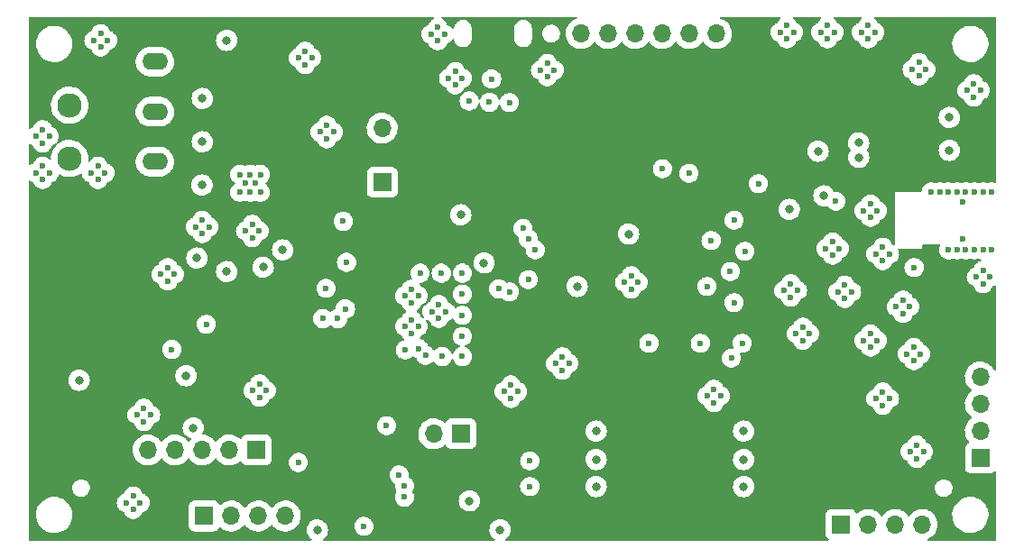
<source format=gbr>
%TF.GenerationSoftware,KiCad,Pcbnew,(6.0.0)*%
%TF.CreationDate,2023-11-18T00:08:50-03:00*%
%TF.ProjectId,LevelSensor_v2.0,4c657665-6c53-4656-9e73-6f725f76322e,rev?*%
%TF.SameCoordinates,Original*%
%TF.FileFunction,Copper,L3,Inr*%
%TF.FilePolarity,Positive*%
%FSLAX46Y46*%
G04 Gerber Fmt 4.6, Leading zero omitted, Abs format (unit mm)*
G04 Created by KiCad (PCBNEW (6.0.0)) date 2023-11-18 00:08:50*
%MOMM*%
%LPD*%
G01*
G04 APERTURE LIST*
%TA.AperFunction,ComponentPad*%
%ADD10C,2.300000*%
%TD*%
%TA.AperFunction,ComponentPad*%
%ADD11R,1.700000X1.700000*%
%TD*%
%TA.AperFunction,ComponentPad*%
%ADD12O,1.700000X1.700000*%
%TD*%
%TA.AperFunction,ComponentPad*%
%ADD13O,2.400000X1.600000*%
%TD*%
%TA.AperFunction,ViaPad*%
%ADD14C,0.600000*%
%TD*%
%TA.AperFunction,ViaPad*%
%ADD15C,0.800000*%
%TD*%
%TA.AperFunction,ViaPad*%
%ADD16C,1.000000*%
%TD*%
G04 APERTURE END LIST*
D10*
%TO.N,+BATT*%
%TO.C,J2*%
X125603000Y-65405000D03*
%TO.N,GND*%
X125603000Y-70405000D03*
%TD*%
D11*
%TO.N,VCC*%
%TO.C,J4*%
X186690000Y-104775000D03*
D12*
X189230000Y-104775000D03*
X191770000Y-104775000D03*
X194310000Y-104775000D03*
%TD*%
D11*
%TO.N,GND*%
%TO.C,J13*%
X211074000Y-98552000D03*
D12*
%TO.N,NB_USB_VBUS*%
X211074000Y-96012000D03*
%TO.N,NB_USB_D+*%
X211074000Y-93472000D03*
%TO.N,NB_USB_D-*%
X211074000Y-90932000D03*
%TD*%
D11*
%TO.N,GND*%
%TO.C,J10*%
X138224260Y-103987600D03*
D12*
%TO.N,US_ECHO*%
X140764260Y-103987600D03*
%TO.N,US_TRIG*%
X143304260Y-103987600D03*
%TO.N,VDD*%
X145844260Y-103987600D03*
%TD*%
D11*
%TO.N,VOUT_BOOST*%
%TO.C,J7*%
X154936000Y-72644000D03*
D12*
%TO.N,VCC*%
X154936000Y-70104000D03*
%TO.N,VOUT_USB*%
X154936000Y-67564000D03*
%TD*%
D13*
%TO.N,VIN_BATT*%
%TO.C,SW1*%
X133604000Y-61315600D03*
%TO.N,+BATT*%
X133604000Y-66015600D03*
%TO.N,unconnected-(SW1-Pad3)*%
X133604000Y-70715600D03*
%TD*%
D11*
%TO.N,VDD*%
%TO.C,J15*%
X143129000Y-97790000D03*
D12*
%TO.N,NB_MOD_uRX*%
X140589000Y-97790000D03*
%TO.N,NB_MOD_uTX*%
X138049000Y-97790000D03*
%TO.N,GND*%
X135509000Y-97790000D03*
%TO.N,NB_MOD_RST*%
X132969000Y-97790000D03*
%TD*%
D11*
%TO.N,GND*%
%TO.C,J1*%
X197993000Y-104775000D03*
D12*
X200533000Y-104775000D03*
X203073000Y-104775000D03*
X205613000Y-104775000D03*
%TD*%
D11*
%TO.N,VCC*%
%TO.C,J9*%
X188849000Y-58674000D03*
D12*
%TO.N,SYS_SWDIO*%
X186309000Y-58674000D03*
%TO.N,SYS_SWCLK*%
X183769000Y-58674000D03*
%TO.N,SYS_SWO*%
X181229000Y-58674000D03*
%TO.N,GND*%
X178689000Y-58674000D03*
%TO.N,EXT_TRIG*%
X176149000Y-58674000D03*
%TO.N,GND*%
X173609000Y-58674000D03*
%TD*%
D11*
%TO.N,I2C_SDA*%
%TO.C,J11*%
X162311000Y-96266000D03*
D12*
%TO.N,I2C_SCL*%
X159771000Y-96266000D03*
%TD*%
D14*
%TO.N,GND*%
X200761600Y-88138000D03*
X204190600Y-88773000D03*
X201904600Y-93599000D03*
X203174600Y-84328000D03*
X197205600Y-79502000D03*
X204470000Y-97942400D03*
X193903600Y-82804000D03*
X201396600Y-75311000D03*
X203809600Y-84963000D03*
X194411600Y-86233000D03*
X197840600Y-78867000D03*
X193268600Y-82169000D03*
X197713600Y-82931000D03*
X201904600Y-80010000D03*
X200761600Y-86868000D03*
X200761600Y-75946000D03*
X201396600Y-87503000D03*
D15*
X193141600Y-75184000D03*
D14*
X204444600Y-84328000D03*
X204825600Y-89408000D03*
X201904600Y-92329000D03*
X197205600Y-78232000D03*
X202539600Y-92964000D03*
X194411600Y-87503000D03*
X192633600Y-82804000D03*
X205105000Y-98577400D03*
X204825600Y-88138000D03*
X205460600Y-88773000D03*
X201904600Y-78740000D03*
X200126600Y-87503000D03*
X198983600Y-82931000D03*
X201269600Y-79375000D03*
X196570600Y-78867000D03*
X193776600Y-86868000D03*
X200761600Y-74676000D03*
X203809600Y-83693000D03*
X202539600Y-79375000D03*
X193268600Y-83439000D03*
X205105000Y-97307400D03*
X198348600Y-82296000D03*
X200126600Y-75311000D03*
X198348600Y-83566000D03*
X205740000Y-97942400D03*
X201269600Y-92964000D03*
X195046600Y-86868000D03*
X157683200Y-86817200D03*
X157683200Y-82677000D03*
X160477200Y-81178400D03*
X159613600Y-84785200D03*
X157048200Y-86182200D03*
X162458400Y-81178400D03*
X160248600Y-84150200D03*
X157683200Y-85547200D03*
X160883600Y-84785200D03*
X162458400Y-85140800D03*
X157683200Y-83947000D03*
X158318200Y-83312000D03*
X160248600Y-85420200D03*
X158496000Y-81178400D03*
X162458400Y-87122000D03*
X158318200Y-86182200D03*
X162458400Y-89001600D03*
X162458400Y-83159600D03*
X157048200Y-83312000D03*
X160578800Y-89001600D03*
%TO.N,USB_D-*%
X166878000Y-82931000D03*
X166878000Y-65151000D03*
%TO.N,USB_D+*%
X165862000Y-82650607D03*
X163093400Y-64998600D03*
%TO.N,SYS_SWDIO*%
X168656000Y-81788000D03*
%TO.N,SYS_SWCLK*%
X169291000Y-78994000D03*
%TO.N,SYS_SWO*%
X168656000Y-77978000D03*
%TO.N,EXT_TRIG*%
X168148000Y-76962000D03*
%TO.N,/Microcontrolador/STM_NRST*%
X151485600Y-84531200D03*
X135192000Y-88341200D03*
%TO.N,NB_MOD_uTX*%
X158369000Y-88265000D03*
%TO.N,NB_MOD_RST*%
X157099000Y-88392000D03*
%TO.N,NB_MOD_uRX*%
X159004000Y-88900000D03*
%TO.N,GND*%
X196088000Y-58547000D03*
X160147000Y-58089800D03*
X128270000Y-72390000D03*
X162433000Y-62865000D03*
X142113000Y-77216000D03*
X142544800Y-71907400D03*
X149656800Y-82600800D03*
X168783000Y-98806000D03*
X184785000Y-87757000D03*
X133197600Y-94488000D03*
X211328000Y-73558400D03*
X132562600Y-93853000D03*
X143433800Y-92837000D03*
X205308200Y-61391800D03*
X123063000Y-67691000D03*
X150368000Y-67919600D03*
X209804000Y-64008000D03*
X212140800Y-73558400D03*
X170434000Y-62738000D03*
D15*
X137210800Y-95707200D03*
D14*
X178308000Y-81407000D03*
D15*
X175006000Y-98679000D03*
D14*
X200533000Y-59182000D03*
X161798000Y-62230000D03*
X185420000Y-82423000D03*
X188976000Y-79121000D03*
X138684000Y-76835000D03*
X167005000Y-92938600D03*
X210693000Y-81534000D03*
X127635000Y-71755000D03*
X211328000Y-80899000D03*
X205943200Y-62026800D03*
X207264000Y-73558400D03*
X169799000Y-62103000D03*
X138049000Y-76200000D03*
X128524000Y-59944000D03*
D15*
X199644000Y-68935600D03*
D14*
X192913000Y-57912000D03*
X132562600Y-95123000D03*
X172466000Y-89662000D03*
D15*
X143764000Y-80619600D03*
X175006000Y-96012000D03*
D14*
X135446000Y-81280000D03*
X149098000Y-67919600D03*
X134811000Y-81915000D03*
X210515200Y-73558400D03*
X160147000Y-59359800D03*
D15*
X165989000Y-105283000D03*
D14*
X123063000Y-68961000D03*
X210515200Y-78994000D03*
X123063000Y-72390000D03*
X122428000Y-68326000D03*
X131927600Y-94488000D03*
D15*
X162306000Y-75692000D03*
D14*
X188722000Y-87757000D03*
X128270000Y-71120000D03*
X151587200Y-80162400D03*
X142798800Y-92202000D03*
X143510000Y-71907400D03*
X142544800Y-73583800D03*
X147066000Y-98958400D03*
X147066000Y-60960000D03*
D15*
X148844000Y-105308400D03*
D14*
X211328000Y-78994000D03*
X161163000Y-62865000D03*
X187960000Y-76200000D03*
X200533000Y-57912000D03*
X167640000Y-92303600D03*
X138049000Y-77470000D03*
X122428000Y-71755000D03*
D15*
X188849000Y-98679000D03*
X173228000Y-82423000D03*
D14*
X153212800Y-104952800D03*
X196723000Y-57912000D03*
X143510000Y-73583800D03*
X170434000Y-61468000D03*
X147701000Y-60325000D03*
X171196000Y-89662000D03*
D15*
X208153000Y-69646800D03*
D14*
X186690000Y-92710000D03*
X208076800Y-73558400D03*
D15*
X178055000Y-77497000D03*
D14*
X181229000Y-71374000D03*
X142062200Y-72745600D03*
X204673200Y-62026800D03*
X186055000Y-92075000D03*
X192913000Y-59182000D03*
X134176000Y-81280000D03*
X149733000Y-67284600D03*
X149352000Y-85445600D03*
X157022800Y-102209600D03*
D15*
X137541000Y-79756000D03*
D14*
X132207000Y-102743000D03*
X156514800Y-100126800D03*
X209393000Y-74523600D03*
X149733000Y-68554600D03*
X206451200Y-73558400D03*
X123063000Y-71120000D03*
X201168000Y-58547000D03*
X210439000Y-64643000D03*
X131572000Y-103378000D03*
X167005000Y-91668600D03*
X171069000Y-62103000D03*
X171831000Y-89027000D03*
X137414000Y-76835000D03*
X209393000Y-77927200D03*
X168783000Y-101219000D03*
X129159000Y-59309000D03*
X171831000Y-90297000D03*
X192278000Y-58547000D03*
X185420000Y-92710000D03*
X131572000Y-102108000D03*
D15*
X138049000Y-64770000D03*
D14*
X138430000Y-85979000D03*
X141579600Y-71907400D03*
D15*
X126492000Y-91236800D03*
D14*
X141579600Y-73583800D03*
D15*
X208153000Y-66548000D03*
D14*
X161798000Y-63500000D03*
X186055000Y-93345000D03*
X128905000Y-71755000D03*
D15*
X138049000Y-68834000D03*
D14*
X208076800Y-78994000D03*
X160782000Y-58724800D03*
X143433800Y-91567000D03*
X178308000Y-82677000D03*
X142748000Y-76581000D03*
X147701000Y-61595000D03*
X123698000Y-71755000D03*
X211328000Y-82169000D03*
X185801000Y-78105000D03*
D15*
X145592800Y-78994000D03*
X195834000Y-69723000D03*
D14*
X123698000Y-68326000D03*
X165201600Y-62941200D03*
X196723000Y-59182000D03*
X151282400Y-76301600D03*
X197358000Y-58547000D03*
D15*
X138023600Y-72898000D03*
D14*
X130937000Y-102743000D03*
X178943000Y-82042000D03*
D15*
X164490400Y-80213200D03*
D14*
X199898000Y-58547000D03*
X127889000Y-59309000D03*
D15*
X136525000Y-90805000D03*
X188849000Y-96012000D03*
D14*
X208889600Y-78994000D03*
D15*
X163118800Y-102565200D03*
D14*
X159512000Y-58724800D03*
D15*
X188849000Y-101219000D03*
D14*
X142748000Y-77851000D03*
X177673000Y-82042000D03*
X164998400Y-65125600D03*
X128524000Y-58674000D03*
X205308200Y-62661800D03*
X210439000Y-63373000D03*
X155346400Y-95504000D03*
X208889600Y-73558400D03*
X190246000Y-72771000D03*
X157022800Y-101142800D03*
X193548000Y-58547000D03*
X211963000Y-81534000D03*
X211074000Y-64008000D03*
X179959000Y-87757000D03*
X209702400Y-73558400D03*
X148336000Y-60960000D03*
X150774400Y-85445600D03*
X209702400Y-78994000D03*
D15*
X175006000Y-101219000D03*
D14*
X143027400Y-72745600D03*
X166370000Y-92303600D03*
D15*
X199644000Y-70307200D03*
D14*
X144068800Y-92202000D03*
X134811000Y-80645000D03*
X143383000Y-77216000D03*
X212140800Y-78994000D03*
%TO.N,VCC*%
X149707600Y-99974400D03*
X190017400Y-65049400D03*
X171577000Y-77724000D03*
X157679200Y-70307200D03*
X150545800Y-99491800D03*
X151384000Y-100939600D03*
X149707600Y-101904800D03*
X160092200Y-69469000D03*
X190855600Y-66497200D03*
X128080000Y-88341200D03*
X149707600Y-100939600D03*
X156714000Y-70307200D03*
X159127000Y-69469000D03*
X159127000Y-71145400D03*
D15*
X123698000Y-92583000D03*
D14*
X152222200Y-99491800D03*
X189179200Y-65532000D03*
D15*
X174244000Y-67310000D03*
D14*
X180848000Y-80137000D03*
D16*
X146456400Y-85699600D03*
D14*
X127343400Y-74625200D03*
X167767000Y-80772000D03*
X157784800Y-99771200D03*
X163271200Y-92710000D03*
X164592000Y-99771200D03*
X157196600Y-71145400D03*
X152908000Y-76479400D03*
X150545800Y-100457000D03*
X155905200Y-77470000D03*
X158161800Y-69469000D03*
X159609600Y-70307200D03*
X152222200Y-100457000D03*
X155829000Y-93345000D03*
X152222200Y-101422200D03*
X190855600Y-65532000D03*
X190855600Y-67462400D03*
X151384000Y-99974400D03*
X150545800Y-101422200D03*
X151384000Y-101904800D03*
X189179200Y-66497200D03*
X190017400Y-66014600D03*
X157196600Y-69469000D03*
X158644400Y-70307200D03*
X160092200Y-71145400D03*
D16*
X153365200Y-98298000D03*
D14*
X189179200Y-67462400D03*
X158161800Y-71145400D03*
X190017400Y-66979800D03*
X180849000Y-76073000D03*
%TO.N,NBIOT_VDD_EXT*%
X183727700Y-71797900D03*
X187605400Y-81027600D03*
D15*
X196392800Y-73914000D03*
D14*
%TO.N,NB_RESET*%
X187708600Y-89154000D03*
X204851000Y-80645000D03*
%TO.N,NB_PWRKEY*%
X187960000Y-83947000D03*
X197485000Y-74422000D03*
D15*
%TO.N,VIN_BATT_D*%
X140335000Y-81026000D03*
X140335000Y-59309000D03*
%TD*%
%TA.AperFunction,Conductor*%
%TO.N,VCC*%
G36*
X159821897Y-57132313D02*
G01*
X159847207Y-57176150D01*
X159838417Y-57226000D01*
X159804430Y-57256602D01*
X159694270Y-57305649D01*
X159691134Y-57307927D01*
X159691133Y-57307928D01*
X159639528Y-57345421D01*
X159541129Y-57416912D01*
X159516545Y-57444215D01*
X159431386Y-57538794D01*
X159414467Y-57557584D01*
X159319821Y-57721516D01*
X159295280Y-57797047D01*
X159289914Y-57813561D01*
X159258750Y-57853449D01*
X159239537Y-57861211D01*
X159239680Y-57861651D01*
X159235992Y-57862849D01*
X159232197Y-57863656D01*
X159228652Y-57865234D01*
X159228650Y-57865235D01*
X159118302Y-57914366D01*
X159059270Y-57940649D01*
X159056134Y-57942927D01*
X159056133Y-57942928D01*
X159035749Y-57957738D01*
X158906129Y-58051912D01*
X158903536Y-58054792D01*
X158788646Y-58182390D01*
X158779467Y-58192584D01*
X158684821Y-58356516D01*
X158626326Y-58536544D01*
X158625922Y-58540393D01*
X158625921Y-58540395D01*
X158615298Y-58641475D01*
X158606540Y-58724800D01*
X158626326Y-58913056D01*
X158684821Y-59093084D01*
X158779467Y-59257016D01*
X158782058Y-59259893D01*
X158782059Y-59259895D01*
X158851185Y-59336667D01*
X158906129Y-59397688D01*
X158945220Y-59426089D01*
X159053144Y-59504500D01*
X159059270Y-59508951D01*
X159062812Y-59510528D01*
X159228650Y-59584365D01*
X159228652Y-59584366D01*
X159232197Y-59585944D01*
X159235992Y-59586751D01*
X159239680Y-59587949D01*
X159239261Y-59589237D01*
X159277845Y-59613343D01*
X159289913Y-59636037D01*
X159319821Y-59728084D01*
X159414467Y-59892016D01*
X159417058Y-59894893D01*
X159417059Y-59894895D01*
X159472136Y-59956064D01*
X159541129Y-60032688D01*
X159553349Y-60041566D01*
X159678080Y-60132188D01*
X159694270Y-60143951D01*
X159697812Y-60145528D01*
X159863652Y-60219366D01*
X159863655Y-60219367D01*
X159867197Y-60220944D01*
X159870989Y-60221750D01*
X159870992Y-60221751D01*
X160048557Y-60259493D01*
X160052354Y-60260300D01*
X160241646Y-60260300D01*
X160245443Y-60259493D01*
X160423008Y-60221751D01*
X160423011Y-60221750D01*
X160426803Y-60220944D01*
X160430345Y-60219367D01*
X160430348Y-60219366D01*
X160596188Y-60145528D01*
X160599730Y-60143951D01*
X160615921Y-60132188D01*
X160740651Y-60041566D01*
X160752871Y-60032688D01*
X160821864Y-59956064D01*
X160876941Y-59894895D01*
X160876942Y-59894893D01*
X160879533Y-59892016D01*
X160974179Y-59728084D01*
X161004087Y-59636038D01*
X161035250Y-59596151D01*
X161054463Y-59588389D01*
X161054320Y-59587949D01*
X161058008Y-59586751D01*
X161061803Y-59585944D01*
X161065348Y-59584366D01*
X161065350Y-59584365D01*
X161231188Y-59510528D01*
X161234730Y-59508951D01*
X161240857Y-59504500D01*
X161348780Y-59426089D01*
X161387871Y-59397688D01*
X161442815Y-59336667D01*
X161511941Y-59259895D01*
X161511942Y-59259893D01*
X161514533Y-59257016D01*
X161536043Y-59219760D01*
X161546768Y-59201184D01*
X161585545Y-59168647D01*
X161636164Y-59168647D01*
X161674940Y-59201184D01*
X161684421Y-59230192D01*
X161691850Y-59298574D01*
X161692603Y-59305509D01*
X161703089Y-59336667D01*
X161748532Y-59471701D01*
X161748534Y-59471705D01*
X161749811Y-59475500D01*
X161842187Y-59629240D01*
X161965422Y-59759557D01*
X161968733Y-59761807D01*
X161968734Y-59761808D01*
X162003865Y-59785683D01*
X162113766Y-59860371D01*
X162280298Y-59926979D01*
X162284248Y-59927633D01*
X162284252Y-59927634D01*
X162453297Y-59955619D01*
X162453298Y-59955619D01*
X162457248Y-59956273D01*
X162461240Y-59956064D01*
X162461244Y-59956064D01*
X162632357Y-59947096D01*
X162632359Y-59947096D01*
X162636360Y-59946886D01*
X162809279Y-59899257D01*
X162829380Y-59888659D01*
X162964388Y-59817477D01*
X162964390Y-59817475D01*
X162967936Y-59815606D01*
X163104929Y-59699838D01*
X163213867Y-59557353D01*
X163215598Y-59553642D01*
X163257842Y-59463049D01*
X163289667Y-59394799D01*
X163303520Y-59332827D01*
X163328130Y-59222726D01*
X163328793Y-59219760D01*
X163329100Y-59214269D01*
X163329100Y-59172010D01*
X167328100Y-59172010D01*
X167328317Y-59174006D01*
X167328317Y-59174009D01*
X167333117Y-59218188D01*
X167342603Y-59305509D01*
X167353089Y-59336667D01*
X167398532Y-59471701D01*
X167398534Y-59471705D01*
X167399811Y-59475500D01*
X167492187Y-59629240D01*
X167615422Y-59759557D01*
X167618733Y-59761807D01*
X167618734Y-59761808D01*
X167653865Y-59785683D01*
X167763766Y-59860371D01*
X167930298Y-59926979D01*
X167934248Y-59927633D01*
X167934252Y-59927634D01*
X168103297Y-59955619D01*
X168103298Y-59955619D01*
X168107248Y-59956273D01*
X168111240Y-59956064D01*
X168111244Y-59956064D01*
X168282357Y-59947096D01*
X168282359Y-59947096D01*
X168286360Y-59946886D01*
X168459279Y-59899257D01*
X168479380Y-59888659D01*
X168614388Y-59817477D01*
X168614390Y-59817475D01*
X168617936Y-59815606D01*
X168754929Y-59699838D01*
X168863867Y-59557353D01*
X168865598Y-59553642D01*
X168907842Y-59463049D01*
X168939667Y-59394799D01*
X168953520Y-59332827D01*
X168978130Y-59222726D01*
X168978793Y-59219760D01*
X168979100Y-59214269D01*
X168979100Y-58627367D01*
X169955506Y-58627367D01*
X169955715Y-58631359D01*
X169955715Y-58631363D01*
X169962071Y-58752653D01*
X169964949Y-58807564D01*
X170012868Y-58981530D01*
X170014735Y-58985072D01*
X170014737Y-58985076D01*
X170080204Y-59109245D01*
X170097024Y-59141148D01*
X170213494Y-59278971D01*
X170356842Y-59388569D01*
X170360470Y-59390261D01*
X170360472Y-59390262D01*
X170419112Y-59417606D01*
X170520380Y-59464828D01*
X170524287Y-59465701D01*
X170524289Y-59465702D01*
X170619012Y-59486875D01*
X170696479Y-59504191D01*
X170699507Y-59504360D01*
X170699512Y-59504361D01*
X170700997Y-59504444D01*
X170701012Y-59504444D01*
X170702006Y-59504500D01*
X170834677Y-59504500D01*
X170836673Y-59504283D01*
X170836676Y-59504283D01*
X170965004Y-59490342D01*
X170965005Y-59490342D01*
X170968989Y-59489909D01*
X171029390Y-59469582D01*
X171136210Y-59433634D01*
X171136214Y-59433632D01*
X171140009Y-59432355D01*
X171294680Y-59339419D01*
X171425787Y-59215437D01*
X171527212Y-59066195D01*
X171594223Y-58898655D01*
X171623694Y-58720633D01*
X171621354Y-58675964D01*
X171614461Y-58544439D01*
X171614461Y-58544437D01*
X171614251Y-58540436D01*
X171566332Y-58366470D01*
X171564465Y-58362928D01*
X171564463Y-58362924D01*
X171484045Y-58210397D01*
X171482176Y-58206852D01*
X171365706Y-58069029D01*
X171222358Y-57959431D01*
X171218730Y-57957739D01*
X171218728Y-57957738D01*
X171132889Y-57917711D01*
X171058820Y-57883172D01*
X171054913Y-57882299D01*
X171054911Y-57882298D01*
X170885687Y-57844472D01*
X170882721Y-57843809D01*
X170879693Y-57843640D01*
X170879688Y-57843639D01*
X170878203Y-57843556D01*
X170878188Y-57843556D01*
X170877194Y-57843500D01*
X170744523Y-57843500D01*
X170742527Y-57843717D01*
X170742524Y-57843717D01*
X170614196Y-57857658D01*
X170614195Y-57857658D01*
X170610211Y-57858091D01*
X170603460Y-57860363D01*
X170442990Y-57914366D01*
X170442986Y-57914368D01*
X170439191Y-57915645D01*
X170284520Y-58008581D01*
X170153413Y-58132563D01*
X170151163Y-58135874D01*
X170151162Y-58135875D01*
X170114579Y-58189705D01*
X170051988Y-58281805D01*
X169984977Y-58449345D01*
X169955506Y-58627367D01*
X168979100Y-58627367D01*
X168979100Y-58182390D01*
X168977611Y-58168678D01*
X168965030Y-58052876D01*
X168965030Y-58052875D01*
X168964597Y-58048891D01*
X168928405Y-57941347D01*
X168908668Y-57882699D01*
X168908666Y-57882695D01*
X168907389Y-57878900D01*
X168815013Y-57725160D01*
X168691778Y-57594843D01*
X168675488Y-57583772D01*
X168546749Y-57496282D01*
X168546750Y-57496282D01*
X168543434Y-57494029D01*
X168376902Y-57427421D01*
X168372952Y-57426767D01*
X168372948Y-57426766D01*
X168203903Y-57398781D01*
X168203902Y-57398781D01*
X168199952Y-57398127D01*
X168195960Y-57398336D01*
X168195956Y-57398336D01*
X168024843Y-57407304D01*
X168024841Y-57407304D01*
X168020840Y-57407514D01*
X167847921Y-57455143D01*
X167844377Y-57457012D01*
X167844376Y-57457012D01*
X167692812Y-57536923D01*
X167692810Y-57536925D01*
X167689264Y-57538794D01*
X167686202Y-57541382D01*
X167686200Y-57541383D01*
X167644108Y-57576954D01*
X167552271Y-57654562D01*
X167529878Y-57683851D01*
X167451817Y-57785951D01*
X167443333Y-57797047D01*
X167441641Y-57800675D01*
X167441640Y-57800677D01*
X167421218Y-57844472D01*
X167367533Y-57959601D01*
X167366660Y-57963508D01*
X167366659Y-57963510D01*
X167341108Y-58077817D01*
X167328407Y-58134640D01*
X167328238Y-58137668D01*
X167328237Y-58137673D01*
X167328156Y-58139122D01*
X167328100Y-58140131D01*
X167328100Y-59172010D01*
X163329100Y-59172010D01*
X163329100Y-58182390D01*
X163327611Y-58168678D01*
X163315030Y-58052876D01*
X163315030Y-58052875D01*
X163314597Y-58048891D01*
X163278405Y-57941347D01*
X163258668Y-57882699D01*
X163258666Y-57882695D01*
X163257389Y-57878900D01*
X163165013Y-57725160D01*
X163041778Y-57594843D01*
X163025488Y-57583772D01*
X162896749Y-57496282D01*
X162896750Y-57496282D01*
X162893434Y-57494029D01*
X162726902Y-57427421D01*
X162722952Y-57426767D01*
X162722948Y-57426766D01*
X162553903Y-57398781D01*
X162553902Y-57398781D01*
X162549952Y-57398127D01*
X162545960Y-57398336D01*
X162545956Y-57398336D01*
X162374843Y-57407304D01*
X162374841Y-57407304D01*
X162370840Y-57407514D01*
X162197921Y-57455143D01*
X162194377Y-57457012D01*
X162194376Y-57457012D01*
X162042812Y-57536923D01*
X162042810Y-57536925D01*
X162039264Y-57538794D01*
X162036202Y-57541382D01*
X162036200Y-57541383D01*
X161994108Y-57576954D01*
X161902271Y-57654562D01*
X161879878Y-57683851D01*
X161801817Y-57785951D01*
X161793333Y-57797047D01*
X161791641Y-57800675D01*
X161791640Y-57800677D01*
X161771218Y-57844472D01*
X161717533Y-57959601D01*
X161716660Y-57963508D01*
X161716659Y-57963510D01*
X161691108Y-58077817D01*
X161678407Y-58134640D01*
X161678238Y-58137668D01*
X161678237Y-58137673D01*
X161678156Y-58139122D01*
X161678100Y-58140131D01*
X161678100Y-58199718D01*
X161660787Y-58247284D01*
X161616950Y-58272594D01*
X161567100Y-58263804D01*
X161540014Y-58236718D01*
X161521674Y-58204952D01*
X161514533Y-58192584D01*
X161505355Y-58182390D01*
X161390464Y-58054792D01*
X161387871Y-58051912D01*
X161258251Y-57957738D01*
X161237867Y-57942928D01*
X161237866Y-57942927D01*
X161234730Y-57940649D01*
X161175698Y-57914366D01*
X161065350Y-57865235D01*
X161065348Y-57865234D01*
X161061803Y-57863656D01*
X161058008Y-57862849D01*
X161054320Y-57861651D01*
X161054739Y-57860363D01*
X161016155Y-57836257D01*
X161004086Y-57813561D01*
X160998721Y-57797047D01*
X160974179Y-57721516D01*
X160879533Y-57557584D01*
X160862615Y-57538794D01*
X160777455Y-57444215D01*
X160752871Y-57416912D01*
X160654472Y-57345421D01*
X160602867Y-57307928D01*
X160602866Y-57307927D01*
X160599730Y-57305649D01*
X160489570Y-57256602D01*
X160453158Y-57221439D01*
X160447867Y-57171097D01*
X160476173Y-57129133D01*
X160519669Y-57115000D01*
X173245082Y-57115000D01*
X173292648Y-57132313D01*
X173317958Y-57176150D01*
X173309168Y-57226000D01*
X173268072Y-57259338D01*
X173047866Y-57331312D01*
X173047862Y-57331314D01*
X173044982Y-57332255D01*
X172866448Y-57425193D01*
X172863428Y-57426766D01*
X172833414Y-57442390D01*
X172642675Y-57585602D01*
X172477887Y-57758042D01*
X172476176Y-57760551D01*
X172476173Y-57760554D01*
X172395443Y-57878900D01*
X172343475Y-57955082D01*
X172342196Y-57957837D01*
X172342195Y-57957839D01*
X172322109Y-58001112D01*
X172243051Y-58171428D01*
X172179309Y-58401272D01*
X172153963Y-58638440D01*
X172154138Y-58641475D01*
X172159863Y-58740749D01*
X172167694Y-58876562D01*
X172168358Y-58879509D01*
X172168359Y-58879515D01*
X172218854Y-59103577D01*
X172220131Y-59109245D01*
X172309867Y-59330239D01*
X172313806Y-59336667D01*
X172416621Y-59504444D01*
X172434493Y-59533609D01*
X172436482Y-59535905D01*
X172436484Y-59535908D01*
X172507005Y-59617320D01*
X172590660Y-59713894D01*
X172774176Y-59866252D01*
X172776794Y-59867782D01*
X172776800Y-59867786D01*
X172977486Y-59985057D01*
X172977491Y-59985059D01*
X172980112Y-59986591D01*
X172989804Y-59990292D01*
X173200092Y-60070594D01*
X173200096Y-60070595D01*
X173202937Y-60071680D01*
X173205921Y-60072287D01*
X173205924Y-60072288D01*
X173297268Y-60090872D01*
X173436666Y-60119233D01*
X173527615Y-60122568D01*
X173671985Y-60127862D01*
X173671991Y-60127862D01*
X173675025Y-60127973D01*
X173678037Y-60127587D01*
X173678041Y-60127587D01*
X173908596Y-60098051D01*
X173911609Y-60097665D01*
X174140068Y-60029125D01*
X174142792Y-60027791D01*
X174142796Y-60027789D01*
X174351537Y-59925527D01*
X174354264Y-59924191D01*
X174548445Y-59785683D01*
X174572404Y-59761808D01*
X174715242Y-59619468D01*
X174715245Y-59619465D01*
X174717397Y-59617320D01*
X174818851Y-59476131D01*
X174860666Y-59447607D01*
X174911035Y-59452634D01*
X174942039Y-59480649D01*
X174959383Y-59508951D01*
X174974493Y-59533609D01*
X174976482Y-59535905D01*
X174976484Y-59535908D01*
X175047005Y-59617320D01*
X175130660Y-59713894D01*
X175314176Y-59866252D01*
X175316794Y-59867782D01*
X175316800Y-59867786D01*
X175517486Y-59985057D01*
X175517491Y-59985059D01*
X175520112Y-59986591D01*
X175529804Y-59990292D01*
X175740092Y-60070594D01*
X175740096Y-60070595D01*
X175742937Y-60071680D01*
X175745921Y-60072287D01*
X175745924Y-60072288D01*
X175837268Y-60090872D01*
X175976666Y-60119233D01*
X176067615Y-60122568D01*
X176211985Y-60127862D01*
X176211991Y-60127862D01*
X176215025Y-60127973D01*
X176218037Y-60127587D01*
X176218041Y-60127587D01*
X176448596Y-60098051D01*
X176451609Y-60097665D01*
X176680068Y-60029125D01*
X176682792Y-60027791D01*
X176682796Y-60027789D01*
X176891537Y-59925527D01*
X176894264Y-59924191D01*
X177088445Y-59785683D01*
X177112404Y-59761808D01*
X177255242Y-59619468D01*
X177255245Y-59619465D01*
X177257397Y-59617320D01*
X177358851Y-59476131D01*
X177400666Y-59447607D01*
X177451035Y-59452634D01*
X177482039Y-59480649D01*
X177499383Y-59508951D01*
X177514493Y-59533609D01*
X177516482Y-59535905D01*
X177516484Y-59535908D01*
X177587005Y-59617320D01*
X177670660Y-59713894D01*
X177854176Y-59866252D01*
X177856794Y-59867782D01*
X177856800Y-59867786D01*
X178057486Y-59985057D01*
X178057491Y-59985059D01*
X178060112Y-59986591D01*
X178069804Y-59990292D01*
X178280092Y-60070594D01*
X178280096Y-60070595D01*
X178282937Y-60071680D01*
X178285921Y-60072287D01*
X178285924Y-60072288D01*
X178377268Y-60090872D01*
X178516666Y-60119233D01*
X178607615Y-60122568D01*
X178751985Y-60127862D01*
X178751991Y-60127862D01*
X178755025Y-60127973D01*
X178758037Y-60127587D01*
X178758041Y-60127587D01*
X178988596Y-60098051D01*
X178991609Y-60097665D01*
X179220068Y-60029125D01*
X179222792Y-60027791D01*
X179222796Y-60027789D01*
X179431537Y-59925527D01*
X179434264Y-59924191D01*
X179628445Y-59785683D01*
X179652404Y-59761808D01*
X179795242Y-59619468D01*
X179795245Y-59619465D01*
X179797397Y-59617320D01*
X179898851Y-59476131D01*
X179940666Y-59447607D01*
X179991035Y-59452634D01*
X180022039Y-59480649D01*
X180039383Y-59508951D01*
X180054493Y-59533609D01*
X180056482Y-59535905D01*
X180056484Y-59535908D01*
X180127005Y-59617320D01*
X180210660Y-59713894D01*
X180394176Y-59866252D01*
X180396794Y-59867782D01*
X180396800Y-59867786D01*
X180597486Y-59985057D01*
X180597491Y-59985059D01*
X180600112Y-59986591D01*
X180609804Y-59990292D01*
X180820092Y-60070594D01*
X180820096Y-60070595D01*
X180822937Y-60071680D01*
X180825921Y-60072287D01*
X180825924Y-60072288D01*
X180917268Y-60090872D01*
X181056666Y-60119233D01*
X181147615Y-60122568D01*
X181291985Y-60127862D01*
X181291991Y-60127862D01*
X181295025Y-60127973D01*
X181298037Y-60127587D01*
X181298041Y-60127587D01*
X181528596Y-60098051D01*
X181531609Y-60097665D01*
X181760068Y-60029125D01*
X181762792Y-60027791D01*
X181762796Y-60027789D01*
X181971537Y-59925527D01*
X181974264Y-59924191D01*
X182168445Y-59785683D01*
X182192404Y-59761808D01*
X182335242Y-59619468D01*
X182335245Y-59619465D01*
X182337397Y-59617320D01*
X182438851Y-59476131D01*
X182480666Y-59447607D01*
X182531035Y-59452634D01*
X182562039Y-59480649D01*
X182579383Y-59508951D01*
X182594493Y-59533609D01*
X182596482Y-59535905D01*
X182596484Y-59535908D01*
X182667005Y-59617320D01*
X182750660Y-59713894D01*
X182934176Y-59866252D01*
X182936794Y-59867782D01*
X182936800Y-59867786D01*
X183137486Y-59985057D01*
X183137491Y-59985059D01*
X183140112Y-59986591D01*
X183149804Y-59990292D01*
X183360092Y-60070594D01*
X183360096Y-60070595D01*
X183362937Y-60071680D01*
X183365921Y-60072287D01*
X183365924Y-60072288D01*
X183457268Y-60090872D01*
X183596666Y-60119233D01*
X183687615Y-60122568D01*
X183831985Y-60127862D01*
X183831991Y-60127862D01*
X183835025Y-60127973D01*
X183838037Y-60127587D01*
X183838041Y-60127587D01*
X184068596Y-60098051D01*
X184071609Y-60097665D01*
X184300068Y-60029125D01*
X184302792Y-60027791D01*
X184302796Y-60027789D01*
X184511537Y-59925527D01*
X184514264Y-59924191D01*
X184708445Y-59785683D01*
X184732404Y-59761808D01*
X184875242Y-59619468D01*
X184875245Y-59619465D01*
X184877397Y-59617320D01*
X184978851Y-59476131D01*
X185020666Y-59447607D01*
X185071035Y-59452634D01*
X185102039Y-59480649D01*
X185119383Y-59508951D01*
X185134493Y-59533609D01*
X185136482Y-59535905D01*
X185136484Y-59535908D01*
X185207005Y-59617320D01*
X185290660Y-59713894D01*
X185474176Y-59866252D01*
X185476794Y-59867782D01*
X185476800Y-59867786D01*
X185677486Y-59985057D01*
X185677491Y-59985059D01*
X185680112Y-59986591D01*
X185689804Y-59990292D01*
X185900092Y-60070594D01*
X185900096Y-60070595D01*
X185902937Y-60071680D01*
X185905921Y-60072287D01*
X185905924Y-60072288D01*
X185997268Y-60090872D01*
X186136666Y-60119233D01*
X186227615Y-60122568D01*
X186371985Y-60127862D01*
X186371991Y-60127862D01*
X186375025Y-60127973D01*
X186378037Y-60127587D01*
X186378041Y-60127587D01*
X186608596Y-60098051D01*
X186611609Y-60097665D01*
X186840068Y-60029125D01*
X186842792Y-60027791D01*
X186842796Y-60027789D01*
X187051537Y-59925527D01*
X187054264Y-59924191D01*
X187248445Y-59785683D01*
X187272404Y-59761808D01*
X187415242Y-59619468D01*
X187415245Y-59619465D01*
X187417397Y-59617320D01*
X187419167Y-59614857D01*
X187419172Y-59614851D01*
X187554810Y-59426089D01*
X187556582Y-59423623D01*
X187616927Y-59301524D01*
X187660915Y-59212523D01*
X187660916Y-59212520D01*
X187662263Y-59209795D01*
X187673136Y-59174009D01*
X187730718Y-58984480D01*
X187731600Y-58981577D01*
X187733110Y-58970112D01*
X187762476Y-58747053D01*
X187762476Y-58747048D01*
X187762733Y-58745099D01*
X187764471Y-58674000D01*
X187761548Y-58638440D01*
X187745176Y-58439312D01*
X187745176Y-58439311D01*
X187744927Y-58436284D01*
X187736972Y-58404611D01*
X187687560Y-58207894D01*
X187686821Y-58204952D01*
X187591712Y-57986216D01*
X187462155Y-57785951D01*
X187362465Y-57676394D01*
X187303672Y-57611781D01*
X187303671Y-57611780D01*
X187301629Y-57609536D01*
X187283025Y-57594843D01*
X187208037Y-57535622D01*
X187114445Y-57461707D01*
X186999270Y-57398127D01*
X186908293Y-57347905D01*
X186908288Y-57347903D01*
X186905631Y-57346436D01*
X186902765Y-57345421D01*
X186683664Y-57267833D01*
X186683660Y-57267832D01*
X186680794Y-57266817D01*
X186677799Y-57266283D01*
X186677797Y-57266283D01*
X186652927Y-57261853D01*
X186609134Y-57236467D01*
X186591904Y-57188871D01*
X186609300Y-57141335D01*
X186653182Y-57116102D01*
X186665904Y-57115000D01*
X192252798Y-57115000D01*
X192300364Y-57132313D01*
X192325674Y-57176150D01*
X192316884Y-57226000D01*
X192306630Y-57238663D01*
X192307129Y-57239112D01*
X192211408Y-57345421D01*
X192180467Y-57379784D01*
X192085821Y-57543716D01*
X192065047Y-57607653D01*
X192055914Y-57635761D01*
X192024750Y-57675649D01*
X192005537Y-57683411D01*
X192005680Y-57683851D01*
X192001992Y-57685049D01*
X191998197Y-57685856D01*
X191994652Y-57687434D01*
X191994650Y-57687435D01*
X191902207Y-57728594D01*
X191825270Y-57762849D01*
X191822134Y-57765127D01*
X191822133Y-57765128D01*
X191778200Y-57797047D01*
X191672129Y-57874112D01*
X191669536Y-57876992D01*
X191566382Y-57991556D01*
X191545467Y-58014784D01*
X191450821Y-58178716D01*
X191392326Y-58358744D01*
X191391922Y-58362593D01*
X191391921Y-58362595D01*
X191374104Y-58532115D01*
X191372540Y-58547000D01*
X191372945Y-58550853D01*
X191382209Y-58638992D01*
X191392326Y-58735256D01*
X191450821Y-58915284D01*
X191545467Y-59079216D01*
X191548058Y-59082093D01*
X191548059Y-59082095D01*
X191598039Y-59137603D01*
X191672129Y-59219888D01*
X191825270Y-59331151D01*
X191828812Y-59332728D01*
X191994650Y-59406565D01*
X191994652Y-59406566D01*
X191998197Y-59408144D01*
X192001992Y-59408951D01*
X192005680Y-59410149D01*
X192005261Y-59411437D01*
X192043845Y-59435543D01*
X192055913Y-59458237D01*
X192085821Y-59550284D01*
X192180467Y-59714216D01*
X192183058Y-59717093D01*
X192183059Y-59717095D01*
X192218673Y-59756648D01*
X192307129Y-59854888D01*
X192368198Y-59899257D01*
X192452363Y-59960406D01*
X192460270Y-59966151D01*
X192463812Y-59967728D01*
X192629652Y-60041566D01*
X192629655Y-60041567D01*
X192633197Y-60043144D01*
X192636989Y-60043950D01*
X192636992Y-60043951D01*
X192814557Y-60081693D01*
X192818354Y-60082500D01*
X193007646Y-60082500D01*
X193011443Y-60081693D01*
X193189008Y-60043951D01*
X193189011Y-60043950D01*
X193192803Y-60043144D01*
X193196345Y-60041567D01*
X193196348Y-60041566D01*
X193362188Y-59967728D01*
X193365730Y-59966151D01*
X193373638Y-59960406D01*
X193457802Y-59899257D01*
X193518871Y-59854888D01*
X193607327Y-59756648D01*
X193642941Y-59717095D01*
X193642942Y-59717093D01*
X193645533Y-59714216D01*
X193740179Y-59550284D01*
X193770087Y-59458238D01*
X193801250Y-59418351D01*
X193820463Y-59410589D01*
X193820320Y-59410149D01*
X193824008Y-59408951D01*
X193827803Y-59408144D01*
X193831348Y-59406566D01*
X193831350Y-59406565D01*
X193997188Y-59332728D01*
X194000730Y-59331151D01*
X194153871Y-59219888D01*
X194227961Y-59137603D01*
X194277941Y-59082095D01*
X194277942Y-59082093D01*
X194280533Y-59079216D01*
X194375179Y-58915284D01*
X194433674Y-58735256D01*
X194443792Y-58638992D01*
X194453055Y-58550853D01*
X194453460Y-58547000D01*
X194451896Y-58532115D01*
X194434079Y-58362595D01*
X194434078Y-58362593D01*
X194433674Y-58358744D01*
X194375179Y-58178716D01*
X194280533Y-58014784D01*
X194259619Y-57991556D01*
X194156464Y-57876992D01*
X194153871Y-57874112D01*
X194047800Y-57797047D01*
X194003867Y-57765128D01*
X194003866Y-57765127D01*
X194000730Y-57762849D01*
X193923793Y-57728594D01*
X193831350Y-57687435D01*
X193831348Y-57687434D01*
X193827803Y-57685856D01*
X193824008Y-57685049D01*
X193820320Y-57683851D01*
X193820739Y-57682563D01*
X193782155Y-57658457D01*
X193770086Y-57635761D01*
X193760954Y-57607653D01*
X193740179Y-57543716D01*
X193645533Y-57379784D01*
X193614593Y-57345421D01*
X193518871Y-57239112D01*
X193520373Y-57237760D01*
X193499923Y-57199303D01*
X193510444Y-57149790D01*
X193550331Y-57118623D01*
X193573202Y-57115000D01*
X196062798Y-57115000D01*
X196110364Y-57132313D01*
X196135674Y-57176150D01*
X196126884Y-57226000D01*
X196116630Y-57238663D01*
X196117129Y-57239112D01*
X196021408Y-57345421D01*
X195990467Y-57379784D01*
X195895821Y-57543716D01*
X195875047Y-57607653D01*
X195865914Y-57635761D01*
X195834750Y-57675649D01*
X195815537Y-57683411D01*
X195815680Y-57683851D01*
X195811992Y-57685049D01*
X195808197Y-57685856D01*
X195804652Y-57687434D01*
X195804650Y-57687435D01*
X195712207Y-57728594D01*
X195635270Y-57762849D01*
X195632134Y-57765127D01*
X195632133Y-57765128D01*
X195588200Y-57797047D01*
X195482129Y-57874112D01*
X195479536Y-57876992D01*
X195376382Y-57991556D01*
X195355467Y-58014784D01*
X195260821Y-58178716D01*
X195202326Y-58358744D01*
X195201922Y-58362593D01*
X195201921Y-58362595D01*
X195184104Y-58532115D01*
X195182540Y-58547000D01*
X195182945Y-58550853D01*
X195192209Y-58638992D01*
X195202326Y-58735256D01*
X195260821Y-58915284D01*
X195355467Y-59079216D01*
X195358058Y-59082093D01*
X195358059Y-59082095D01*
X195408039Y-59137603D01*
X195482129Y-59219888D01*
X195635270Y-59331151D01*
X195638812Y-59332728D01*
X195804650Y-59406565D01*
X195804652Y-59406566D01*
X195808197Y-59408144D01*
X195811992Y-59408951D01*
X195815680Y-59410149D01*
X195815261Y-59411437D01*
X195853845Y-59435543D01*
X195865913Y-59458237D01*
X195895821Y-59550284D01*
X195990467Y-59714216D01*
X195993058Y-59717093D01*
X195993059Y-59717095D01*
X196028673Y-59756648D01*
X196117129Y-59854888D01*
X196178198Y-59899257D01*
X196262363Y-59960406D01*
X196270270Y-59966151D01*
X196273812Y-59967728D01*
X196439652Y-60041566D01*
X196439655Y-60041567D01*
X196443197Y-60043144D01*
X196446989Y-60043950D01*
X196446992Y-60043951D01*
X196624557Y-60081693D01*
X196628354Y-60082500D01*
X196817646Y-60082500D01*
X196821443Y-60081693D01*
X196999008Y-60043951D01*
X196999011Y-60043950D01*
X197002803Y-60043144D01*
X197006345Y-60041567D01*
X197006348Y-60041566D01*
X197172188Y-59967728D01*
X197175730Y-59966151D01*
X197183638Y-59960406D01*
X197267802Y-59899257D01*
X197328871Y-59854888D01*
X197417327Y-59756648D01*
X197452941Y-59717095D01*
X197452942Y-59717093D01*
X197455533Y-59714216D01*
X197550179Y-59550284D01*
X197580087Y-59458238D01*
X197611250Y-59418351D01*
X197630463Y-59410589D01*
X197630320Y-59410149D01*
X197634008Y-59408951D01*
X197637803Y-59408144D01*
X197641348Y-59406566D01*
X197641350Y-59406565D01*
X197807188Y-59332728D01*
X197810730Y-59331151D01*
X197963871Y-59219888D01*
X198037961Y-59137603D01*
X198087941Y-59082095D01*
X198087942Y-59082093D01*
X198090533Y-59079216D01*
X198185179Y-58915284D01*
X198243674Y-58735256D01*
X198253792Y-58638992D01*
X198263055Y-58550853D01*
X198263460Y-58547000D01*
X198261896Y-58532115D01*
X198244079Y-58362595D01*
X198244078Y-58362593D01*
X198243674Y-58358744D01*
X198185179Y-58178716D01*
X198090533Y-58014784D01*
X198069619Y-57991556D01*
X197966464Y-57876992D01*
X197963871Y-57874112D01*
X197857800Y-57797047D01*
X197813867Y-57765128D01*
X197813866Y-57765127D01*
X197810730Y-57762849D01*
X197733793Y-57728594D01*
X197641350Y-57687435D01*
X197641348Y-57687434D01*
X197637803Y-57685856D01*
X197634008Y-57685049D01*
X197630320Y-57683851D01*
X197630739Y-57682563D01*
X197592155Y-57658457D01*
X197580086Y-57635761D01*
X197570954Y-57607653D01*
X197550179Y-57543716D01*
X197455533Y-57379784D01*
X197424593Y-57345421D01*
X197328871Y-57239112D01*
X197330373Y-57237760D01*
X197309923Y-57199303D01*
X197320444Y-57149790D01*
X197360331Y-57118623D01*
X197383202Y-57115000D01*
X199872798Y-57115000D01*
X199920364Y-57132313D01*
X199945674Y-57176150D01*
X199936884Y-57226000D01*
X199926630Y-57238663D01*
X199927129Y-57239112D01*
X199831408Y-57345421D01*
X199800467Y-57379784D01*
X199705821Y-57543716D01*
X199685047Y-57607653D01*
X199675914Y-57635761D01*
X199644750Y-57675649D01*
X199625537Y-57683411D01*
X199625680Y-57683851D01*
X199621992Y-57685049D01*
X199618197Y-57685856D01*
X199614652Y-57687434D01*
X199614650Y-57687435D01*
X199522207Y-57728594D01*
X199445270Y-57762849D01*
X199442134Y-57765127D01*
X199442133Y-57765128D01*
X199398200Y-57797047D01*
X199292129Y-57874112D01*
X199289536Y-57876992D01*
X199186382Y-57991556D01*
X199165467Y-58014784D01*
X199070821Y-58178716D01*
X199012326Y-58358744D01*
X199011922Y-58362593D01*
X199011921Y-58362595D01*
X198994104Y-58532115D01*
X198992540Y-58547000D01*
X198992945Y-58550853D01*
X199002209Y-58638992D01*
X199012326Y-58735256D01*
X199070821Y-58915284D01*
X199165467Y-59079216D01*
X199168058Y-59082093D01*
X199168059Y-59082095D01*
X199218039Y-59137603D01*
X199292129Y-59219888D01*
X199445270Y-59331151D01*
X199448812Y-59332728D01*
X199614650Y-59406565D01*
X199614652Y-59406566D01*
X199618197Y-59408144D01*
X199621992Y-59408951D01*
X199625680Y-59410149D01*
X199625261Y-59411437D01*
X199663845Y-59435543D01*
X199675913Y-59458237D01*
X199705821Y-59550284D01*
X199800467Y-59714216D01*
X199803058Y-59717093D01*
X199803059Y-59717095D01*
X199838673Y-59756648D01*
X199927129Y-59854888D01*
X199988198Y-59899257D01*
X200072363Y-59960406D01*
X200080270Y-59966151D01*
X200083812Y-59967728D01*
X200249652Y-60041566D01*
X200249655Y-60041567D01*
X200253197Y-60043144D01*
X200256989Y-60043950D01*
X200256992Y-60043951D01*
X200434557Y-60081693D01*
X200438354Y-60082500D01*
X200627646Y-60082500D01*
X200631443Y-60081693D01*
X200809008Y-60043951D01*
X200809011Y-60043950D01*
X200812803Y-60043144D01*
X200816345Y-60041567D01*
X200816348Y-60041566D01*
X200982188Y-59967728D01*
X200985730Y-59966151D01*
X200993638Y-59960406D01*
X201077802Y-59899257D01*
X201138871Y-59854888D01*
X201227327Y-59756648D01*
X201262941Y-59717095D01*
X201262942Y-59717093D01*
X201265533Y-59714216D01*
X201358911Y-59552481D01*
X208428493Y-59552481D01*
X208428559Y-59555293D01*
X208428559Y-59555298D01*
X208429522Y-59596151D01*
X208434589Y-59811130D01*
X208454857Y-59925491D01*
X208476704Y-60048761D01*
X208479738Y-60065882D01*
X208481706Y-60071680D01*
X208558894Y-60299068D01*
X208562901Y-60310873D01*
X208564197Y-60313367D01*
X208564197Y-60313368D01*
X208644850Y-60468630D01*
X208682165Y-60540465D01*
X208683818Y-60542727D01*
X208683820Y-60542731D01*
X208814633Y-60721792D01*
X208834785Y-60749376D01*
X208857036Y-60771744D01*
X208963602Y-60878869D01*
X209017249Y-60932798D01*
X209225358Y-61086510D01*
X209227852Y-61087822D01*
X209451830Y-61205663D01*
X209451837Y-61205666D01*
X209454323Y-61206974D01*
X209698875Y-61291419D01*
X209701636Y-61291923D01*
X209701639Y-61291924D01*
X209805886Y-61310963D01*
X209953386Y-61337901D01*
X209955748Y-61338025D01*
X209955750Y-61338025D01*
X210035218Y-61342190D01*
X210035232Y-61342190D01*
X210036179Y-61342240D01*
X210197442Y-61342240D01*
X210268907Y-61336804D01*
X210386842Y-61327833D01*
X210386848Y-61327832D01*
X210389636Y-61327620D01*
X210641675Y-61269201D01*
X210644282Y-61268161D01*
X210644288Y-61268159D01*
X210879370Y-61174371D01*
X210879376Y-61174368D01*
X210881978Y-61173330D01*
X210884397Y-61171908D01*
X210884401Y-61171906D01*
X211102589Y-61043639D01*
X211102593Y-61043636D01*
X211105014Y-61042213D01*
X211305651Y-60878869D01*
X211479273Y-60687055D01*
X211480823Y-60684709D01*
X211480826Y-60684705D01*
X211620327Y-60473541D01*
X211620328Y-60473540D01*
X211621882Y-60471187D01*
X211640344Y-60431141D01*
X211729024Y-60238778D01*
X211729025Y-60238776D01*
X211730198Y-60236231D01*
X211732425Y-60228492D01*
X211800952Y-59990292D01*
X211801728Y-59987595D01*
X211834827Y-59730999D01*
X211834759Y-59728084D01*
X211831466Y-59588389D01*
X211828731Y-59472350D01*
X211796656Y-59291365D01*
X211784071Y-59220355D01*
X211784070Y-59220350D01*
X211783582Y-59217598D01*
X211748323Y-59113728D01*
X211701324Y-58975272D01*
X211701322Y-58975268D01*
X211700419Y-58972607D01*
X211648955Y-58873535D01*
X211582448Y-58745504D01*
X211582448Y-58745503D01*
X211581155Y-58743015D01*
X211578180Y-58738942D01*
X211430192Y-58536372D01*
X211430191Y-58536371D01*
X211428535Y-58534104D01*
X211315482Y-58420457D01*
X211248053Y-58352674D01*
X211248050Y-58352672D01*
X211246071Y-58350682D01*
X211096005Y-58239841D01*
X211040226Y-58198642D01*
X211040224Y-58198641D01*
X211037962Y-58196970D01*
X210939451Y-58145141D01*
X210811490Y-58077817D01*
X210811483Y-58077814D01*
X210808997Y-58076506D01*
X210564445Y-57992061D01*
X210561684Y-57991557D01*
X210561681Y-57991556D01*
X210457434Y-57972517D01*
X210309934Y-57945579D01*
X210307572Y-57945455D01*
X210307570Y-57945455D01*
X210228102Y-57941290D01*
X210228088Y-57941290D01*
X210227141Y-57941240D01*
X210065878Y-57941240D01*
X209994413Y-57946676D01*
X209876478Y-57955647D01*
X209876472Y-57955648D01*
X209873684Y-57955860D01*
X209621645Y-58014279D01*
X209619038Y-58015319D01*
X209619032Y-58015321D01*
X209383950Y-58109109D01*
X209383944Y-58109112D01*
X209381342Y-58110150D01*
X209378923Y-58111572D01*
X209378919Y-58111574D01*
X209160731Y-58239841D01*
X209160727Y-58239844D01*
X209158306Y-58241267D01*
X208957669Y-58404611D01*
X208784047Y-58596425D01*
X208782497Y-58598771D01*
X208782494Y-58598775D01*
X208644562Y-58807564D01*
X208641438Y-58812293D01*
X208640260Y-58814848D01*
X208640259Y-58814850D01*
X208567532Y-58972607D01*
X208533122Y-59047249D01*
X208532348Y-59049940D01*
X208532346Y-59049945D01*
X208496654Y-59174009D01*
X208461592Y-59295885D01*
X208428493Y-59552481D01*
X201358911Y-59552481D01*
X201360179Y-59550284D01*
X201390087Y-59458238D01*
X201421250Y-59418351D01*
X201440463Y-59410589D01*
X201440320Y-59410149D01*
X201444008Y-59408951D01*
X201447803Y-59408144D01*
X201451348Y-59406566D01*
X201451350Y-59406565D01*
X201617188Y-59332728D01*
X201620730Y-59331151D01*
X201773871Y-59219888D01*
X201847961Y-59137603D01*
X201897941Y-59082095D01*
X201897942Y-59082093D01*
X201900533Y-59079216D01*
X201995179Y-58915284D01*
X202053674Y-58735256D01*
X202063792Y-58638992D01*
X202073055Y-58550853D01*
X202073460Y-58547000D01*
X202071896Y-58532115D01*
X202054079Y-58362595D01*
X202054078Y-58362593D01*
X202053674Y-58358744D01*
X201995179Y-58178716D01*
X201900533Y-58014784D01*
X201879619Y-57991556D01*
X201776464Y-57876992D01*
X201773871Y-57874112D01*
X201667800Y-57797047D01*
X201623867Y-57765128D01*
X201623866Y-57765127D01*
X201620730Y-57762849D01*
X201543793Y-57728594D01*
X201451350Y-57687435D01*
X201451348Y-57687434D01*
X201447803Y-57685856D01*
X201444008Y-57685049D01*
X201440320Y-57683851D01*
X201440739Y-57682563D01*
X201402155Y-57658457D01*
X201390086Y-57635761D01*
X201380954Y-57607653D01*
X201360179Y-57543716D01*
X201265533Y-57379784D01*
X201234593Y-57345421D01*
X201138871Y-57239112D01*
X201140373Y-57237760D01*
X201119923Y-57199303D01*
X201130444Y-57149790D01*
X201170331Y-57118623D01*
X201193202Y-57115000D01*
X212457400Y-57115000D01*
X212504966Y-57132313D01*
X212530276Y-57176150D01*
X212531400Y-57189000D01*
X212531400Y-72632636D01*
X212514087Y-72680202D01*
X212470250Y-72705512D01*
X212427303Y-72700239D01*
X212424148Y-72698834D01*
X212424145Y-72698833D01*
X212420603Y-72697256D01*
X212416811Y-72696450D01*
X212416808Y-72696449D01*
X212239243Y-72658707D01*
X212239242Y-72658707D01*
X212235446Y-72657900D01*
X212046154Y-72657900D01*
X212042358Y-72658707D01*
X212042357Y-72658707D01*
X211864792Y-72696449D01*
X211864789Y-72696450D01*
X211860997Y-72697256D01*
X211857455Y-72698833D01*
X211857452Y-72698834D01*
X211764499Y-72740220D01*
X211714003Y-72743751D01*
X211704301Y-72740220D01*
X211611348Y-72698834D01*
X211611345Y-72698833D01*
X211607803Y-72697256D01*
X211604011Y-72696450D01*
X211604008Y-72696449D01*
X211426443Y-72658707D01*
X211426442Y-72658707D01*
X211422646Y-72657900D01*
X211233354Y-72657900D01*
X211229558Y-72658707D01*
X211229557Y-72658707D01*
X211051992Y-72696449D01*
X211051989Y-72696450D01*
X211048197Y-72697256D01*
X211044655Y-72698833D01*
X211044652Y-72698834D01*
X210951699Y-72740220D01*
X210901203Y-72743751D01*
X210891501Y-72740220D01*
X210798548Y-72698834D01*
X210798545Y-72698833D01*
X210795003Y-72697256D01*
X210791211Y-72696450D01*
X210791208Y-72696449D01*
X210613643Y-72658707D01*
X210613642Y-72658707D01*
X210609846Y-72657900D01*
X210420554Y-72657900D01*
X210416758Y-72658707D01*
X210416757Y-72658707D01*
X210239192Y-72696449D01*
X210239189Y-72696450D01*
X210235397Y-72697256D01*
X210231855Y-72698833D01*
X210231852Y-72698834D01*
X210138899Y-72740220D01*
X210088403Y-72743751D01*
X210078701Y-72740220D01*
X209985748Y-72698834D01*
X209985745Y-72698833D01*
X209982203Y-72697256D01*
X209978411Y-72696450D01*
X209978408Y-72696449D01*
X209800843Y-72658707D01*
X209800842Y-72658707D01*
X209797046Y-72657900D01*
X209607754Y-72657900D01*
X209603958Y-72658707D01*
X209603957Y-72658707D01*
X209426392Y-72696449D01*
X209426389Y-72696450D01*
X209422597Y-72697256D01*
X209419055Y-72698833D01*
X209419052Y-72698834D01*
X209326099Y-72740220D01*
X209275603Y-72743751D01*
X209265901Y-72740220D01*
X209172948Y-72698834D01*
X209172945Y-72698833D01*
X209169403Y-72697256D01*
X209165611Y-72696450D01*
X209165608Y-72696449D01*
X208988043Y-72658707D01*
X208988042Y-72658707D01*
X208984246Y-72657900D01*
X208794954Y-72657900D01*
X208791158Y-72658707D01*
X208791157Y-72658707D01*
X208613592Y-72696449D01*
X208613589Y-72696450D01*
X208609797Y-72697256D01*
X208606255Y-72698833D01*
X208606252Y-72698834D01*
X208513299Y-72740220D01*
X208462803Y-72743751D01*
X208453101Y-72740220D01*
X208360148Y-72698834D01*
X208360145Y-72698833D01*
X208356603Y-72697256D01*
X208352811Y-72696450D01*
X208352808Y-72696449D01*
X208175243Y-72658707D01*
X208175242Y-72658707D01*
X208171446Y-72657900D01*
X207982154Y-72657900D01*
X207978358Y-72658707D01*
X207978357Y-72658707D01*
X207800792Y-72696449D01*
X207800789Y-72696450D01*
X207796997Y-72697256D01*
X207793455Y-72698833D01*
X207793452Y-72698834D01*
X207700499Y-72740220D01*
X207650003Y-72743751D01*
X207640301Y-72740220D01*
X207547348Y-72698834D01*
X207547345Y-72698833D01*
X207543803Y-72697256D01*
X207540011Y-72696450D01*
X207540008Y-72696449D01*
X207362443Y-72658707D01*
X207362442Y-72658707D01*
X207358646Y-72657900D01*
X207169354Y-72657900D01*
X207165558Y-72658707D01*
X207165557Y-72658707D01*
X206987992Y-72696449D01*
X206987989Y-72696450D01*
X206984197Y-72697256D01*
X206980655Y-72698833D01*
X206980652Y-72698834D01*
X206887699Y-72740220D01*
X206837203Y-72743751D01*
X206827501Y-72740220D01*
X206734548Y-72698834D01*
X206734545Y-72698833D01*
X206731003Y-72697256D01*
X206727211Y-72696450D01*
X206727208Y-72696449D01*
X206549643Y-72658707D01*
X206549642Y-72658707D01*
X206545846Y-72657900D01*
X206356554Y-72657900D01*
X206352758Y-72658707D01*
X206352757Y-72658707D01*
X206175192Y-72696449D01*
X206175189Y-72696450D01*
X206171397Y-72697256D01*
X206167855Y-72698833D01*
X206167852Y-72698834D01*
X206026785Y-72761642D01*
X205998470Y-72774249D01*
X205845329Y-72885512D01*
X205810667Y-72924008D01*
X205775611Y-72962942D01*
X205718667Y-73026184D01*
X205624021Y-73190116D01*
X205565526Y-73370144D01*
X205565122Y-73373993D01*
X205565121Y-73373995D01*
X205555374Y-73466735D01*
X205533184Y-73512231D01*
X205486941Y-73532820D01*
X205481779Y-73533000D01*
X203073000Y-73533000D01*
X203073000Y-78512816D01*
X203055687Y-78560382D01*
X203011850Y-78585692D01*
X202968902Y-78580418D01*
X202841935Y-78523888D01*
X202822950Y-78515435D01*
X202822948Y-78515434D01*
X202819403Y-78513856D01*
X202815608Y-78513049D01*
X202811920Y-78511851D01*
X202812339Y-78510563D01*
X202773755Y-78486457D01*
X202761686Y-78463761D01*
X202760109Y-78458905D01*
X202731779Y-78371716D01*
X202637133Y-78207784D01*
X202625955Y-78195369D01*
X202528694Y-78087351D01*
X202510471Y-78067112D01*
X202357330Y-77955849D01*
X202345261Y-77950475D01*
X202187948Y-77880434D01*
X202187945Y-77880433D01*
X202184403Y-77878856D01*
X202180611Y-77878050D01*
X202180608Y-77878049D01*
X202003043Y-77840307D01*
X202003042Y-77840307D01*
X201999246Y-77839500D01*
X201809954Y-77839500D01*
X201806158Y-77840307D01*
X201806157Y-77840307D01*
X201628592Y-77878049D01*
X201628589Y-77878050D01*
X201624797Y-77878856D01*
X201621255Y-77880433D01*
X201621252Y-77880434D01*
X201463939Y-77950475D01*
X201451870Y-77955849D01*
X201298729Y-78067112D01*
X201280506Y-78087351D01*
X201183246Y-78195369D01*
X201172067Y-78207784D01*
X201077421Y-78371716D01*
X201049092Y-78458905D01*
X201047514Y-78463761D01*
X201016350Y-78503649D01*
X200997137Y-78511411D01*
X200997280Y-78511851D01*
X200993592Y-78513049D01*
X200989797Y-78513856D01*
X200986252Y-78515434D01*
X200986250Y-78515435D01*
X200967265Y-78523888D01*
X200816870Y-78590849D01*
X200663729Y-78702112D01*
X200621188Y-78749358D01*
X200552594Y-78825540D01*
X200537067Y-78842784D01*
X200442421Y-79006716D01*
X200383926Y-79186744D01*
X200383522Y-79190593D01*
X200383521Y-79190595D01*
X200371050Y-79309256D01*
X200364140Y-79375000D01*
X200364545Y-79378853D01*
X200381710Y-79542167D01*
X200383926Y-79563256D01*
X200442421Y-79743284D01*
X200537067Y-79907216D01*
X200539658Y-79910093D01*
X200539659Y-79910095D01*
X200595500Y-79972112D01*
X200663729Y-80047888D01*
X200816870Y-80159151D01*
X200820412Y-80160728D01*
X200986250Y-80234565D01*
X200986252Y-80234566D01*
X200989797Y-80236144D01*
X200993592Y-80236951D01*
X200997280Y-80238149D01*
X200996861Y-80239437D01*
X201035445Y-80263543D01*
X201047513Y-80286237D01*
X201077421Y-80378284D01*
X201172067Y-80542216D01*
X201298729Y-80682888D01*
X201451870Y-80794151D01*
X201455412Y-80795728D01*
X201621252Y-80869566D01*
X201621255Y-80869567D01*
X201624797Y-80871144D01*
X201628589Y-80871950D01*
X201628592Y-80871951D01*
X201801655Y-80908736D01*
X201809954Y-80910500D01*
X201999246Y-80910500D01*
X202007545Y-80908736D01*
X202180608Y-80871951D01*
X202180611Y-80871950D01*
X202184403Y-80871144D01*
X202187945Y-80869567D01*
X202187948Y-80869566D01*
X202353788Y-80795728D01*
X202357330Y-80794151D01*
X202510471Y-80682888D01*
X202544586Y-80645000D01*
X203945540Y-80645000D01*
X203945945Y-80648853D01*
X203961945Y-80801083D01*
X203965326Y-80833256D01*
X204023821Y-81013284D01*
X204118467Y-81177216D01*
X204121058Y-81180093D01*
X204121059Y-81180095D01*
X204179627Y-81245141D01*
X204245129Y-81317888D01*
X204248266Y-81320167D01*
X204390363Y-81423406D01*
X204398270Y-81429151D01*
X204401812Y-81430728D01*
X204567652Y-81504566D01*
X204567655Y-81504567D01*
X204571197Y-81506144D01*
X204574989Y-81506950D01*
X204574992Y-81506951D01*
X204744564Y-81542994D01*
X204756354Y-81545500D01*
X204945646Y-81545500D01*
X204957436Y-81542994D01*
X205127008Y-81506951D01*
X205127011Y-81506950D01*
X205130803Y-81506144D01*
X205134345Y-81504567D01*
X205134348Y-81504566D01*
X205300188Y-81430728D01*
X205303730Y-81429151D01*
X205311638Y-81423406D01*
X205453734Y-81320167D01*
X205456871Y-81317888D01*
X205522373Y-81245141D01*
X205580941Y-81180095D01*
X205580942Y-81180093D01*
X205583533Y-81177216D01*
X205678179Y-81013284D01*
X205736674Y-80833256D01*
X205740056Y-80801083D01*
X205756055Y-80648853D01*
X205756460Y-80645000D01*
X205745657Y-80542216D01*
X205737079Y-80460595D01*
X205737078Y-80460593D01*
X205736674Y-80456744D01*
X205678179Y-80276716D01*
X205583533Y-80112784D01*
X205568007Y-80095540D01*
X205474831Y-79992059D01*
X205456871Y-79972112D01*
X205364707Y-79905151D01*
X205306867Y-79863128D01*
X205306866Y-79863127D01*
X205303730Y-79860849D01*
X205214907Y-79821302D01*
X205134348Y-79785434D01*
X205134345Y-79785433D01*
X205130803Y-79783856D01*
X205127011Y-79783050D01*
X205127008Y-79783049D01*
X204949443Y-79745307D01*
X204949442Y-79745307D01*
X204945646Y-79744500D01*
X204756354Y-79744500D01*
X204752558Y-79745307D01*
X204752557Y-79745307D01*
X204574992Y-79783049D01*
X204574989Y-79783050D01*
X204571197Y-79783856D01*
X204567655Y-79785433D01*
X204567652Y-79785434D01*
X204487093Y-79821302D01*
X204398270Y-79860849D01*
X204395134Y-79863127D01*
X204395133Y-79863128D01*
X204337293Y-79905151D01*
X204245129Y-79972112D01*
X204227169Y-79992059D01*
X204133994Y-80095540D01*
X204118467Y-80112784D01*
X204023821Y-80276716D01*
X203965326Y-80456744D01*
X203964922Y-80460593D01*
X203964921Y-80460595D01*
X203956343Y-80542216D01*
X203945540Y-80645000D01*
X202544586Y-80645000D01*
X202637133Y-80542216D01*
X202731779Y-80378284D01*
X202761687Y-80286238D01*
X202792850Y-80246351D01*
X202812063Y-80238589D01*
X202811920Y-80238149D01*
X202815608Y-80236951D01*
X202819403Y-80236144D01*
X202822948Y-80234566D01*
X202822950Y-80234565D01*
X202988788Y-80160728D01*
X202992330Y-80159151D01*
X203145471Y-80047888D01*
X203213700Y-79972112D01*
X203269541Y-79910095D01*
X203269542Y-79910093D01*
X203272133Y-79907216D01*
X203366779Y-79743284D01*
X203425274Y-79563256D01*
X203427491Y-79542167D01*
X203444655Y-79378853D01*
X203445060Y-79375000D01*
X203438150Y-79309256D01*
X203425679Y-79190595D01*
X203425678Y-79190593D01*
X203425274Y-79186744D01*
X203366779Y-79006716D01*
X203350200Y-78978000D01*
X203341410Y-78928150D01*
X203366720Y-78884312D01*
X203414286Y-78867000D01*
X205613000Y-78867000D01*
X205613000Y-78560000D01*
X205630313Y-78512434D01*
X205674150Y-78487124D01*
X205687000Y-78486000D01*
X207202114Y-78486000D01*
X207249680Y-78503313D01*
X207274990Y-78547150D01*
X207266200Y-78597000D01*
X207249621Y-78625716D01*
X207191126Y-78805744D01*
X207190722Y-78809593D01*
X207190721Y-78809595D01*
X207172815Y-78979963D01*
X207171340Y-78994000D01*
X207173064Y-79010406D01*
X207178166Y-79058942D01*
X207191126Y-79182256D01*
X207249621Y-79362284D01*
X207344267Y-79526216D01*
X207346858Y-79529093D01*
X207346859Y-79529095D01*
X207375342Y-79560728D01*
X207470929Y-79666888D01*
X207624070Y-79778151D01*
X207627612Y-79779728D01*
X207793452Y-79853566D01*
X207793455Y-79853567D01*
X207796997Y-79855144D01*
X207800789Y-79855950D01*
X207800792Y-79855951D01*
X207978357Y-79893693D01*
X207982154Y-79894500D01*
X208171446Y-79894500D01*
X208175243Y-79893693D01*
X208352808Y-79855951D01*
X208352811Y-79855950D01*
X208356603Y-79855144D01*
X208360145Y-79853567D01*
X208360148Y-79853566D01*
X208453101Y-79812180D01*
X208503597Y-79808649D01*
X208513299Y-79812180D01*
X208606252Y-79853566D01*
X208606255Y-79853567D01*
X208609797Y-79855144D01*
X208613589Y-79855950D01*
X208613592Y-79855951D01*
X208791157Y-79893693D01*
X208794954Y-79894500D01*
X208984246Y-79894500D01*
X208988043Y-79893693D01*
X209165608Y-79855951D01*
X209165611Y-79855950D01*
X209169403Y-79855144D01*
X209172945Y-79853567D01*
X209172948Y-79853566D01*
X209265901Y-79812180D01*
X209316397Y-79808649D01*
X209326099Y-79812180D01*
X209419052Y-79853566D01*
X209419055Y-79853567D01*
X209422597Y-79855144D01*
X209426389Y-79855950D01*
X209426392Y-79855951D01*
X209603957Y-79893693D01*
X209607754Y-79894500D01*
X209797046Y-79894500D01*
X209800843Y-79893693D01*
X209978408Y-79855951D01*
X209978411Y-79855950D01*
X209982203Y-79855144D01*
X209985745Y-79853567D01*
X209985748Y-79853566D01*
X210078701Y-79812180D01*
X210129197Y-79808649D01*
X210138899Y-79812180D01*
X210231852Y-79853566D01*
X210231855Y-79853567D01*
X210235397Y-79855144D01*
X210239189Y-79855950D01*
X210239192Y-79855951D01*
X210416757Y-79893693D01*
X210420554Y-79894500D01*
X210609846Y-79894500D01*
X210613643Y-79893693D01*
X210791208Y-79855951D01*
X210791211Y-79855950D01*
X210795003Y-79855144D01*
X210798545Y-79853567D01*
X210798548Y-79853566D01*
X210891501Y-79812180D01*
X210941997Y-79808649D01*
X210951699Y-79812180D01*
X211044652Y-79853566D01*
X211044655Y-79853567D01*
X211048197Y-79855144D01*
X211051989Y-79855950D01*
X211051992Y-79855951D01*
X211137459Y-79874117D01*
X211180387Y-79900941D01*
X211196029Y-79949082D01*
X211177067Y-79996016D01*
X211137459Y-80018883D01*
X211051992Y-80037049D01*
X211051989Y-80037050D01*
X211048197Y-80037856D01*
X211044655Y-80039433D01*
X211044652Y-80039434D01*
X210906523Y-80100934D01*
X210875270Y-80114849D01*
X210872134Y-80117127D01*
X210872133Y-80117128D01*
X210804518Y-80166253D01*
X210722129Y-80226112D01*
X210704467Y-80245728D01*
X210603744Y-80357592D01*
X210595467Y-80366784D01*
X210500821Y-80530716D01*
X210471126Y-80622109D01*
X210470914Y-80622761D01*
X210439750Y-80662649D01*
X210420537Y-80670411D01*
X210420680Y-80670851D01*
X210416992Y-80672049D01*
X210413197Y-80672856D01*
X210409652Y-80674434D01*
X210409650Y-80674435D01*
X210280734Y-80731833D01*
X210240270Y-80749849D01*
X210237134Y-80752127D01*
X210237133Y-80752128D01*
X210225346Y-80760692D01*
X210087129Y-80861112D01*
X210044588Y-80908358D01*
X209970948Y-80990144D01*
X209960467Y-81001784D01*
X209865821Y-81165716D01*
X209807326Y-81345744D01*
X209806922Y-81349593D01*
X209806921Y-81349595D01*
X209791762Y-81493833D01*
X209787540Y-81534000D01*
X209787945Y-81537853D01*
X209806522Y-81714602D01*
X209807326Y-81722256D01*
X209865821Y-81902284D01*
X209960467Y-82066216D01*
X209963058Y-82069093D01*
X209963059Y-82069095D01*
X209963744Y-82069856D01*
X210087129Y-82206888D01*
X210120396Y-82231058D01*
X210232363Y-82312406D01*
X210240270Y-82318151D01*
X210243812Y-82319728D01*
X210409650Y-82393565D01*
X210409652Y-82393566D01*
X210413197Y-82395144D01*
X210416992Y-82395951D01*
X210420680Y-82397149D01*
X210420261Y-82398437D01*
X210458845Y-82422543D01*
X210470913Y-82445237D01*
X210500821Y-82537284D01*
X210595467Y-82701216D01*
X210598058Y-82704093D01*
X210598059Y-82704095D01*
X210661512Y-82774566D01*
X210722129Y-82841888D01*
X210725266Y-82844167D01*
X210867363Y-82947406D01*
X210875270Y-82953151D01*
X210878812Y-82954728D01*
X211044652Y-83028566D01*
X211044655Y-83028567D01*
X211048197Y-83030144D01*
X211051989Y-83030950D01*
X211051992Y-83030951D01*
X211229557Y-83068693D01*
X211233354Y-83069500D01*
X211422646Y-83069500D01*
X211426443Y-83068693D01*
X211604008Y-83030951D01*
X211604011Y-83030950D01*
X211607803Y-83030144D01*
X211611345Y-83028567D01*
X211611348Y-83028566D01*
X211777188Y-82954728D01*
X211780730Y-82953151D01*
X211788638Y-82947406D01*
X211930734Y-82844167D01*
X211933871Y-82841888D01*
X211994488Y-82774566D01*
X212057941Y-82704095D01*
X212057942Y-82704093D01*
X212060533Y-82701216D01*
X212155179Y-82537284D01*
X212185087Y-82445238D01*
X212216250Y-82405351D01*
X212235463Y-82397589D01*
X212235320Y-82397149D01*
X212239008Y-82395951D01*
X212242803Y-82395144D01*
X212246348Y-82393566D01*
X212246350Y-82393565D01*
X212385739Y-82331504D01*
X212415730Y-82318151D01*
X212418873Y-82315867D01*
X212420398Y-82314987D01*
X212470248Y-82306196D01*
X212514086Y-82331504D01*
X212531400Y-82379072D01*
X212531400Y-90290204D01*
X212514087Y-90337770D01*
X212470250Y-90363080D01*
X212420400Y-90354290D01*
X212389538Y-90319711D01*
X212356712Y-90244216D01*
X212227155Y-90043951D01*
X212097346Y-89901293D01*
X212068672Y-89869781D01*
X212068671Y-89869780D01*
X212066629Y-89867536D01*
X212060562Y-89862744D01*
X211963071Y-89785751D01*
X211879445Y-89719707D01*
X211781888Y-89665853D01*
X211673293Y-89605905D01*
X211673288Y-89605903D01*
X211670631Y-89604436D01*
X211667765Y-89603421D01*
X211448664Y-89525833D01*
X211448660Y-89525832D01*
X211445794Y-89524817D01*
X211442799Y-89524283D01*
X211442797Y-89524283D01*
X211328383Y-89503903D01*
X211210972Y-89482988D01*
X211052027Y-89481046D01*
X210975508Y-89480111D01*
X210975507Y-89480111D01*
X210972471Y-89480074D01*
X210736698Y-89516153D01*
X210733818Y-89517094D01*
X210733815Y-89517095D01*
X210512866Y-89589312D01*
X210512862Y-89589314D01*
X210509982Y-89590255D01*
X210333987Y-89681872D01*
X210320112Y-89689095D01*
X210298414Y-89700390D01*
X210192861Y-89779642D01*
X210133772Y-89824008D01*
X210107675Y-89843602D01*
X209942887Y-90016042D01*
X209941176Y-90018551D01*
X209941173Y-90018554D01*
X209886020Y-90099406D01*
X209808475Y-90213082D01*
X209807196Y-90215837D01*
X209807195Y-90215839D01*
X209790413Y-90251993D01*
X209708051Y-90429428D01*
X209644309Y-90659272D01*
X209643986Y-90662294D01*
X209643585Y-90666042D01*
X209618963Y-90896440D01*
X209619138Y-90899475D01*
X209629483Y-91078872D01*
X209632694Y-91134562D01*
X209633358Y-91137509D01*
X209633359Y-91137515D01*
X209678442Y-91337563D01*
X209685131Y-91367245D01*
X209774867Y-91588239D01*
X209776453Y-91590827D01*
X209896601Y-91786889D01*
X209899493Y-91791609D01*
X209901482Y-91793905D01*
X209901484Y-91793908D01*
X209972005Y-91875320D01*
X210055660Y-91971894D01*
X210239176Y-92124252D01*
X210263309Y-92138354D01*
X210295642Y-92177301D01*
X210295376Y-92227919D01*
X210270406Y-92261419D01*
X210107675Y-92383602D01*
X209942887Y-92556042D01*
X209941176Y-92558551D01*
X209941173Y-92558554D01*
X209915823Y-92595716D01*
X209808475Y-92753082D01*
X209807196Y-92755837D01*
X209807195Y-92755839D01*
X209797956Y-92775744D01*
X209708051Y-92969428D01*
X209644309Y-93199272D01*
X209643986Y-93202294D01*
X209643308Y-93208642D01*
X209618963Y-93436440D01*
X209619138Y-93439475D01*
X209630522Y-93636888D01*
X209632694Y-93674562D01*
X209633358Y-93677509D01*
X209633359Y-93677515D01*
X209684464Y-93904286D01*
X209685131Y-93907245D01*
X209774867Y-94128239D01*
X209776453Y-94130827D01*
X209862896Y-94271888D01*
X209899493Y-94331609D01*
X209901482Y-94333905D01*
X209901484Y-94333908D01*
X209972005Y-94415320D01*
X210055660Y-94511894D01*
X210239176Y-94664252D01*
X210263309Y-94678354D01*
X210295642Y-94717301D01*
X210295376Y-94767919D01*
X210270406Y-94801419D01*
X210107675Y-94923602D01*
X209942887Y-95096042D01*
X209941176Y-95098551D01*
X209941173Y-95098554D01*
X209885037Y-95180847D01*
X209808475Y-95293082D01*
X209807196Y-95295837D01*
X209807195Y-95295839D01*
X209798487Y-95314599D01*
X209708051Y-95509428D01*
X209644309Y-95739272D01*
X209618963Y-95976440D01*
X209619138Y-95979475D01*
X209631479Y-96193483D01*
X209632694Y-96214562D01*
X209633358Y-96217509D01*
X209633359Y-96217515D01*
X209678634Y-96418416D01*
X209685131Y-96447245D01*
X209774867Y-96668239D01*
X209776453Y-96670827D01*
X209880535Y-96840672D01*
X209899493Y-96871609D01*
X209901482Y-96873905D01*
X209901484Y-96873908D01*
X210033015Y-97025752D01*
X210051073Y-97073041D01*
X210034509Y-97120873D01*
X210005400Y-97142570D01*
X209925640Y-97175607D01*
X209925637Y-97175609D01*
X209921159Y-97177464D01*
X209917315Y-97180414D01*
X209917311Y-97180416D01*
X209866104Y-97219709D01*
X209795718Y-97273718D01*
X209792763Y-97277569D01*
X209702416Y-97395311D01*
X209702414Y-97395315D01*
X209699464Y-97399159D01*
X209638956Y-97545238D01*
X209623500Y-97662639D01*
X209623501Y-99441360D01*
X209638956Y-99558762D01*
X209699464Y-99704841D01*
X209702414Y-99708685D01*
X209702416Y-99708689D01*
X209749308Y-99769799D01*
X209795718Y-99830282D01*
X209799569Y-99833237D01*
X209917311Y-99923584D01*
X209917315Y-99923586D01*
X209921159Y-99926536D01*
X210067238Y-99987044D01*
X210072040Y-99987676D01*
X210072043Y-99987677D01*
X210158302Y-99999033D01*
X210184639Y-100002500D01*
X211073816Y-100002500D01*
X211963360Y-100002499D01*
X211965767Y-100002182D01*
X211965769Y-100002182D01*
X211989298Y-99999085D01*
X212080762Y-99987044D01*
X212226841Y-99926536D01*
X212230685Y-99923586D01*
X212230689Y-99923584D01*
X212348431Y-99833237D01*
X212352282Y-99830282D01*
X212398692Y-99769799D01*
X212441383Y-99742601D01*
X212491569Y-99749208D01*
X212525767Y-99786528D01*
X212531400Y-99814847D01*
X212531400Y-106209200D01*
X212514087Y-106256766D01*
X212470250Y-106282076D01*
X212457400Y-106283200D01*
X206138013Y-106283200D01*
X206090447Y-106265887D01*
X206065137Y-106222050D01*
X206073927Y-106172200D01*
X206116749Y-106138321D01*
X206118469Y-106137805D01*
X206144068Y-106130125D01*
X206146792Y-106128791D01*
X206146796Y-106128789D01*
X206355537Y-106026527D01*
X206358264Y-106025191D01*
X206552445Y-105886683D01*
X206586755Y-105852493D01*
X206719242Y-105720468D01*
X206719245Y-105720465D01*
X206721397Y-105718320D01*
X206723167Y-105715857D01*
X206723172Y-105715851D01*
X206858810Y-105527089D01*
X206860582Y-105524623D01*
X206950482Y-105342725D01*
X206964915Y-105313523D01*
X206964916Y-105313520D01*
X206966263Y-105310795D01*
X206969156Y-105301275D01*
X207034718Y-105085480D01*
X207035600Y-105082577D01*
X207036259Y-105077577D01*
X207066476Y-104848053D01*
X207066476Y-104848048D01*
X207066733Y-104846099D01*
X207068471Y-104775000D01*
X207066585Y-104752053D01*
X207049176Y-104540312D01*
X207049176Y-104540311D01*
X207048927Y-104537284D01*
X207045439Y-104523395D01*
X206991560Y-104308894D01*
X206990821Y-104305952D01*
X206895712Y-104087216D01*
X206766155Y-103886951D01*
X206681759Y-103794201D01*
X208428493Y-103794201D01*
X208434589Y-104052850D01*
X208441746Y-104093234D01*
X208478952Y-104303166D01*
X208479738Y-104307602D01*
X208480639Y-104310256D01*
X208553916Y-104526123D01*
X208562901Y-104552593D01*
X208564197Y-104555087D01*
X208564197Y-104555088D01*
X208677415Y-104773040D01*
X208682165Y-104782185D01*
X208683818Y-104784447D01*
X208683820Y-104784451D01*
X208833128Y-104988828D01*
X208834785Y-104991096D01*
X208868711Y-105025200D01*
X208987629Y-105144742D01*
X209017249Y-105174518D01*
X209019510Y-105176188D01*
X209202127Y-105311071D01*
X209225358Y-105328230D01*
X209241022Y-105336471D01*
X209451830Y-105447383D01*
X209451837Y-105447386D01*
X209454323Y-105448694D01*
X209609105Y-105502141D01*
X209693063Y-105531132D01*
X209698875Y-105533139D01*
X209701636Y-105533643D01*
X209701639Y-105533644D01*
X209805886Y-105552683D01*
X209953386Y-105579621D01*
X209955748Y-105579745D01*
X209955750Y-105579745D01*
X210035218Y-105583910D01*
X210035232Y-105583910D01*
X210036179Y-105583960D01*
X210197442Y-105583960D01*
X210268907Y-105578524D01*
X210386842Y-105569553D01*
X210386848Y-105569552D01*
X210389636Y-105569340D01*
X210641675Y-105510921D01*
X210644282Y-105509881D01*
X210644288Y-105509879D01*
X210879370Y-105416091D01*
X210879376Y-105416088D01*
X210881978Y-105415050D01*
X210884397Y-105413628D01*
X210884401Y-105413626D01*
X211102589Y-105285359D01*
X211102593Y-105285356D01*
X211105014Y-105283933D01*
X211305651Y-105120589D01*
X211479273Y-104928775D01*
X211480823Y-104926429D01*
X211480826Y-104926425D01*
X211620327Y-104715261D01*
X211620328Y-104715260D01*
X211621882Y-104712907D01*
X211631707Y-104691596D01*
X211729024Y-104480498D01*
X211729025Y-104480496D01*
X211730198Y-104477951D01*
X211732649Y-104469434D01*
X211800952Y-104232012D01*
X211801728Y-104229315D01*
X211834827Y-103972719D01*
X211828731Y-103714070D01*
X211803255Y-103570321D01*
X211784071Y-103462075D01*
X211784070Y-103462070D01*
X211783582Y-103459318D01*
X211752340Y-103367283D01*
X211701324Y-103216992D01*
X211701322Y-103216988D01*
X211700419Y-103214327D01*
X211626300Y-103071642D01*
X211582448Y-102987224D01*
X211582448Y-102987223D01*
X211581155Y-102984735D01*
X211575689Y-102977252D01*
X211430192Y-102778092D01*
X211430191Y-102778091D01*
X211428535Y-102775824D01*
X211312342Y-102659021D01*
X211248053Y-102594394D01*
X211248050Y-102594392D01*
X211246071Y-102592402D01*
X211171629Y-102537418D01*
X211040226Y-102440362D01*
X211040224Y-102440361D01*
X211037962Y-102438690D01*
X210923381Y-102378406D01*
X210811490Y-102319537D01*
X210811483Y-102319534D01*
X210808997Y-102318226D01*
X210564445Y-102233781D01*
X210561684Y-102233277D01*
X210561681Y-102233276D01*
X210453140Y-102213453D01*
X210309934Y-102187299D01*
X210307572Y-102187175D01*
X210307570Y-102187175D01*
X210228102Y-102183010D01*
X210228088Y-102183010D01*
X210227141Y-102182960D01*
X210065878Y-102182960D01*
X210003014Y-102187742D01*
X209876478Y-102197367D01*
X209876472Y-102197368D01*
X209873684Y-102197580D01*
X209621645Y-102255999D01*
X209619038Y-102257039D01*
X209619032Y-102257041D01*
X209383950Y-102350829D01*
X209383944Y-102350832D01*
X209381342Y-102351870D01*
X209378923Y-102353292D01*
X209378919Y-102353294D01*
X209160731Y-102481561D01*
X209160727Y-102481564D01*
X209158306Y-102482987D01*
X208957669Y-102646331D01*
X208784047Y-102838145D01*
X208782497Y-102840491D01*
X208782494Y-102840495D01*
X208688702Y-102982469D01*
X208641438Y-103054013D01*
X208640260Y-103056568D01*
X208640259Y-103056570D01*
X208543751Y-103265913D01*
X208533122Y-103288969D01*
X208532348Y-103291660D01*
X208532346Y-103291665D01*
X208501580Y-103398609D01*
X208461592Y-103537605D01*
X208428493Y-103794201D01*
X206681759Y-103794201D01*
X206605629Y-103710536D01*
X206601931Y-103707615D01*
X206512037Y-103636621D01*
X206418445Y-103562707D01*
X206309385Y-103502503D01*
X206212293Y-103448905D01*
X206212288Y-103448903D01*
X206209631Y-103447436D01*
X206206765Y-103446421D01*
X205987664Y-103368833D01*
X205987660Y-103368832D01*
X205984794Y-103367817D01*
X205981799Y-103367283D01*
X205981797Y-103367283D01*
X205828386Y-103339956D01*
X205749972Y-103325988D01*
X205591027Y-103324046D01*
X205514508Y-103323111D01*
X205514507Y-103323111D01*
X205511471Y-103323074D01*
X205275698Y-103359153D01*
X205272818Y-103360094D01*
X205272815Y-103360095D01*
X205051866Y-103432312D01*
X205051862Y-103432314D01*
X205048982Y-103433255D01*
X204879476Y-103521494D01*
X204865580Y-103528728D01*
X204837414Y-103543390D01*
X204646675Y-103686602D01*
X204481887Y-103859042D01*
X204480176Y-103861551D01*
X204480173Y-103861554D01*
X204404130Y-103973029D01*
X204363023Y-104002567D01*
X204312547Y-103998772D01*
X204280867Y-103971523D01*
X204227803Y-103889499D01*
X204226155Y-103886951D01*
X204065629Y-103710536D01*
X204061931Y-103707615D01*
X203972037Y-103636621D01*
X203878445Y-103562707D01*
X203769385Y-103502503D01*
X203672293Y-103448905D01*
X203672288Y-103448903D01*
X203669631Y-103447436D01*
X203666765Y-103446421D01*
X203447664Y-103368833D01*
X203447660Y-103368832D01*
X203444794Y-103367817D01*
X203441799Y-103367283D01*
X203441797Y-103367283D01*
X203288386Y-103339956D01*
X203209972Y-103325988D01*
X203051027Y-103324046D01*
X202974508Y-103323111D01*
X202974507Y-103323111D01*
X202971471Y-103323074D01*
X202735698Y-103359153D01*
X202732818Y-103360094D01*
X202732815Y-103360095D01*
X202511866Y-103432312D01*
X202511862Y-103432314D01*
X202508982Y-103433255D01*
X202339476Y-103521494D01*
X202325580Y-103528728D01*
X202297414Y-103543390D01*
X202106675Y-103686602D01*
X201941887Y-103859042D01*
X201940176Y-103861551D01*
X201940173Y-103861554D01*
X201864130Y-103973029D01*
X201823023Y-104002567D01*
X201772547Y-103998772D01*
X201740867Y-103971523D01*
X201687803Y-103889499D01*
X201686155Y-103886951D01*
X201525629Y-103710536D01*
X201521931Y-103707615D01*
X201432037Y-103636621D01*
X201338445Y-103562707D01*
X201229385Y-103502503D01*
X201132293Y-103448905D01*
X201132288Y-103448903D01*
X201129631Y-103447436D01*
X201126765Y-103446421D01*
X200907664Y-103368833D01*
X200907660Y-103368832D01*
X200904794Y-103367817D01*
X200901799Y-103367283D01*
X200901797Y-103367283D01*
X200748386Y-103339956D01*
X200669972Y-103325988D01*
X200511027Y-103324046D01*
X200434508Y-103323111D01*
X200434507Y-103323111D01*
X200431471Y-103323074D01*
X200195698Y-103359153D01*
X200192818Y-103360094D01*
X200192815Y-103360095D01*
X199971866Y-103432312D01*
X199971862Y-103432314D01*
X199968982Y-103433255D01*
X199799476Y-103521494D01*
X199785580Y-103528728D01*
X199757414Y-103543390D01*
X199566675Y-103686602D01*
X199543803Y-103710536D01*
X199524799Y-103730422D01*
X199479420Y-103752849D01*
X199430241Y-103740860D01*
X199402933Y-103707615D01*
X199369391Y-103626638D01*
X199367536Y-103622159D01*
X199364586Y-103618315D01*
X199364584Y-103618311D01*
X199274237Y-103500569D01*
X199271282Y-103496718D01*
X199255609Y-103484692D01*
X199149689Y-103403416D01*
X199149685Y-103403414D01*
X199145841Y-103400464D01*
X198999762Y-103339956D01*
X198994960Y-103339324D01*
X198994957Y-103339323D01*
X198908698Y-103327967D01*
X198882361Y-103324500D01*
X197993184Y-103324500D01*
X197103640Y-103324501D01*
X197101233Y-103324818D01*
X197101231Y-103324818D01*
X197077702Y-103327915D01*
X196986238Y-103339956D01*
X196840159Y-103400464D01*
X196836315Y-103403414D01*
X196836311Y-103403416D01*
X196730391Y-103484692D01*
X196714718Y-103496718D01*
X196711763Y-103500569D01*
X196621416Y-103618311D01*
X196621414Y-103618315D01*
X196618464Y-103622159D01*
X196557956Y-103768238D01*
X196542500Y-103885639D01*
X196542501Y-105664360D01*
X196557956Y-105781762D01*
X196618464Y-105927841D01*
X196621414Y-105931685D01*
X196621416Y-105931689D01*
X196684015Y-106013269D01*
X196714718Y-106053282D01*
X196718569Y-106056237D01*
X196840159Y-106149536D01*
X196838877Y-106151206D01*
X196866303Y-106183888D01*
X196866305Y-106234507D01*
X196833770Y-106273284D01*
X196796767Y-106283200D01*
X166538660Y-106283200D01*
X166491094Y-106265887D01*
X166465784Y-106222050D01*
X166474574Y-106172200D01*
X166505295Y-106143149D01*
X166524455Y-106133471D01*
X166524458Y-106133469D01*
X166527689Y-106131837D01*
X166682303Y-106011040D01*
X166810509Y-105862511D01*
X166812292Y-105859372D01*
X166812295Y-105859368D01*
X166859115Y-105776950D01*
X166907425Y-105691909D01*
X166916590Y-105664360D01*
X166968215Y-105509168D01*
X166969358Y-105505732D01*
X166971361Y-105489883D01*
X166993691Y-105313115D01*
X166993691Y-105313111D01*
X166993949Y-105311071D01*
X166994341Y-105283000D01*
X166975194Y-105087728D01*
X166918484Y-104899894D01*
X166872427Y-104813274D01*
X166828069Y-104729848D01*
X166828068Y-104729847D01*
X166826370Y-104726653D01*
X166764365Y-104650627D01*
X166704648Y-104577406D01*
X166704647Y-104577405D01*
X166702361Y-104574602D01*
X166572494Y-104467167D01*
X166553975Y-104451847D01*
X166553974Y-104451846D01*
X166551180Y-104449535D01*
X166536814Y-104441767D01*
X166381768Y-104357934D01*
X166378585Y-104356213D01*
X166375135Y-104355145D01*
X166375130Y-104355143D01*
X166225721Y-104308894D01*
X166191152Y-104298193D01*
X165996019Y-104277683D01*
X165800618Y-104295466D01*
X165773454Y-104303461D01*
X165615864Y-104349842D01*
X165615860Y-104349844D01*
X165612393Y-104350864D01*
X165553576Y-104381613D01*
X165441719Y-104440090D01*
X165441716Y-104440092D01*
X165438512Y-104441767D01*
X165435694Y-104444033D01*
X165435692Y-104444034D01*
X165288419Y-104562444D01*
X165288416Y-104562447D01*
X165285600Y-104564711D01*
X165159480Y-104715016D01*
X165157738Y-104718184D01*
X165157737Y-104718186D01*
X165147041Y-104737642D01*
X165064956Y-104886954D01*
X165063864Y-104890397D01*
X165063863Y-104890399D01*
X165020374Y-105027494D01*
X165005628Y-105073978D01*
X165005225Y-105077574D01*
X165005224Y-105077577D01*
X165000832Y-105116731D01*
X164983757Y-105268963D01*
X164984060Y-105272572D01*
X164984060Y-105272574D01*
X164997960Y-105438100D01*
X165000175Y-105464483D01*
X165019599Y-105532221D01*
X165049618Y-105636908D01*
X165054258Y-105653091D01*
X165061288Y-105666769D01*
X165142288Y-105824380D01*
X165142291Y-105824385D01*
X165143944Y-105827601D01*
X165265818Y-105981369D01*
X165415238Y-106108535D01*
X165418400Y-106110302D01*
X165479776Y-106144604D01*
X165512851Y-106182922D01*
X165513558Y-106233536D01*
X165481565Y-106272763D01*
X165443674Y-106283200D01*
X149436376Y-106283200D01*
X149388810Y-106265887D01*
X149363500Y-106222050D01*
X149372290Y-106172200D01*
X149390817Y-106150887D01*
X149534450Y-106038669D01*
X149537303Y-106036440D01*
X149665509Y-105887911D01*
X149667292Y-105884772D01*
X149667295Y-105884768D01*
X149728544Y-105776950D01*
X149762425Y-105717309D01*
X149770875Y-105691909D01*
X149823215Y-105534568D01*
X149824358Y-105531132D01*
X149825181Y-105524623D01*
X149848691Y-105338515D01*
X149848691Y-105338511D01*
X149848949Y-105336471D01*
X149849341Y-105308400D01*
X149848643Y-105301275D01*
X149831099Y-105122362D01*
X149830194Y-105113128D01*
X149781788Y-104952800D01*
X152307340Y-104952800D01*
X152307745Y-104956653D01*
X152326591Y-105135962D01*
X152327126Y-105141056D01*
X152385621Y-105321084D01*
X152480267Y-105485016D01*
X152482858Y-105487893D01*
X152482859Y-105487895D01*
X152502654Y-105509879D01*
X152606929Y-105625688D01*
X152619208Y-105634609D01*
X152734427Y-105718320D01*
X152760070Y-105736951D01*
X152763612Y-105738528D01*
X152929452Y-105812366D01*
X152929455Y-105812367D01*
X152932997Y-105813944D01*
X152936789Y-105814750D01*
X152936792Y-105814751D01*
X153114357Y-105852493D01*
X153118154Y-105853300D01*
X153307446Y-105853300D01*
X153311243Y-105852493D01*
X153488808Y-105814751D01*
X153488811Y-105814750D01*
X153492603Y-105813944D01*
X153496145Y-105812367D01*
X153496148Y-105812366D01*
X153661988Y-105738528D01*
X153665530Y-105736951D01*
X153691174Y-105718320D01*
X153806392Y-105634609D01*
X153818671Y-105625688D01*
X153922946Y-105509879D01*
X153942741Y-105487895D01*
X153942742Y-105487893D01*
X153945333Y-105485016D01*
X154039979Y-105321084D01*
X154098474Y-105141056D01*
X154099010Y-105135962D01*
X154117855Y-104956653D01*
X154118260Y-104952800D01*
X154113063Y-104903357D01*
X154098879Y-104768395D01*
X154098878Y-104768393D01*
X154098474Y-104764544D01*
X154039979Y-104584516D01*
X153945333Y-104420584D01*
X153886410Y-104355143D01*
X153845993Y-104310256D01*
X153818671Y-104279912D01*
X153665530Y-104168649D01*
X153645817Y-104159872D01*
X153496148Y-104093234D01*
X153496145Y-104093233D01*
X153492603Y-104091656D01*
X153488811Y-104090850D01*
X153488808Y-104090849D01*
X153311243Y-104053107D01*
X153311242Y-104053107D01*
X153307446Y-104052300D01*
X153118154Y-104052300D01*
X153114358Y-104053107D01*
X153114357Y-104053107D01*
X152936792Y-104090849D01*
X152936789Y-104090850D01*
X152932997Y-104091656D01*
X152929455Y-104093233D01*
X152929452Y-104093234D01*
X152779783Y-104159872D01*
X152760070Y-104168649D01*
X152606929Y-104279912D01*
X152579607Y-104310256D01*
X152539191Y-104355143D01*
X152480267Y-104420584D01*
X152385621Y-104584516D01*
X152327126Y-104764544D01*
X152326722Y-104768393D01*
X152326721Y-104768395D01*
X152312537Y-104903357D01*
X152307340Y-104952800D01*
X149781788Y-104952800D01*
X149773484Y-104925294D01*
X149698596Y-104784451D01*
X149683069Y-104755248D01*
X149683068Y-104755247D01*
X149681370Y-104752053D01*
X149557361Y-104600002D01*
X149406180Y-104474935D01*
X149391814Y-104467167D01*
X149236768Y-104383334D01*
X149233585Y-104381613D01*
X149230135Y-104380545D01*
X149230130Y-104380543D01*
X149111841Y-104343927D01*
X149046152Y-104323593D01*
X148851019Y-104303083D01*
X148655618Y-104320866D01*
X148652145Y-104321888D01*
X148652146Y-104321888D01*
X148470864Y-104375242D01*
X148470860Y-104375244D01*
X148467393Y-104376264D01*
X148388124Y-104417705D01*
X148296719Y-104465490D01*
X148296716Y-104465492D01*
X148293512Y-104467167D01*
X148290694Y-104469433D01*
X148290692Y-104469434D01*
X148143419Y-104587844D01*
X148143416Y-104587847D01*
X148140600Y-104590111D01*
X148014480Y-104740416D01*
X148012738Y-104743584D01*
X148012737Y-104743586D01*
X147991517Y-104782185D01*
X147919956Y-104912354D01*
X147918864Y-104915797D01*
X147918863Y-104915799D01*
X147863181Y-105091331D01*
X147860628Y-105099378D01*
X147860225Y-105102974D01*
X147860224Y-105102977D01*
X147852423Y-105172526D01*
X147838757Y-105294363D01*
X147839060Y-105297972D01*
X147839060Y-105297974D01*
X147850384Y-105432833D01*
X147855175Y-105489883D01*
X147880785Y-105579195D01*
X147905897Y-105666769D01*
X147909258Y-105678491D01*
X147910911Y-105681707D01*
X147997288Y-105849780D01*
X147997291Y-105849785D01*
X147998944Y-105853001D01*
X148120818Y-106006769D01*
X148270238Y-106133935D01*
X148273400Y-106135702D01*
X148289328Y-106144604D01*
X148322403Y-106182922D01*
X148323110Y-106233536D01*
X148291117Y-106272763D01*
X148253226Y-106283200D01*
X121832000Y-106283200D01*
X121784434Y-106265887D01*
X121759124Y-106222050D01*
X121758000Y-106209200D01*
X121758000Y-103794201D01*
X122452033Y-103794201D01*
X122458129Y-104052850D01*
X122465286Y-104093234D01*
X122502492Y-104303166D01*
X122503278Y-104307602D01*
X122504179Y-104310256D01*
X122577456Y-104526123D01*
X122586441Y-104552593D01*
X122587737Y-104555087D01*
X122587737Y-104555088D01*
X122700955Y-104773040D01*
X122705705Y-104782185D01*
X122707358Y-104784447D01*
X122707360Y-104784451D01*
X122856668Y-104988828D01*
X122858325Y-104991096D01*
X122892251Y-105025200D01*
X123011169Y-105144742D01*
X123040789Y-105174518D01*
X123043050Y-105176188D01*
X123225667Y-105311071D01*
X123248898Y-105328230D01*
X123264562Y-105336471D01*
X123475370Y-105447383D01*
X123475377Y-105447386D01*
X123477863Y-105448694D01*
X123632645Y-105502141D01*
X123716603Y-105531132D01*
X123722415Y-105533139D01*
X123725176Y-105533643D01*
X123725179Y-105533644D01*
X123829426Y-105552683D01*
X123976926Y-105579621D01*
X123979288Y-105579745D01*
X123979290Y-105579745D01*
X124058758Y-105583910D01*
X124058772Y-105583910D01*
X124059719Y-105583960D01*
X124220982Y-105583960D01*
X124292447Y-105578524D01*
X124410382Y-105569553D01*
X124410388Y-105569552D01*
X124413176Y-105569340D01*
X124665215Y-105510921D01*
X124667822Y-105509881D01*
X124667828Y-105509879D01*
X124902910Y-105416091D01*
X124902916Y-105416088D01*
X124905518Y-105415050D01*
X124907937Y-105413628D01*
X124907941Y-105413626D01*
X125126129Y-105285359D01*
X125126133Y-105285356D01*
X125128554Y-105283933D01*
X125329191Y-105120589D01*
X125502813Y-104928775D01*
X125504363Y-104926429D01*
X125504366Y-104926425D01*
X125643867Y-104715261D01*
X125643868Y-104715260D01*
X125645422Y-104712907D01*
X125655247Y-104691596D01*
X125752564Y-104480498D01*
X125752565Y-104480496D01*
X125753738Y-104477951D01*
X125756189Y-104469434D01*
X125824492Y-104232012D01*
X125825268Y-104229315D01*
X125858367Y-103972719D01*
X125852271Y-103714070D01*
X125826795Y-103570321D01*
X125807611Y-103462075D01*
X125807610Y-103462070D01*
X125807122Y-103459318D01*
X125775880Y-103367283D01*
X125724864Y-103216992D01*
X125724862Y-103216988D01*
X125723959Y-103214327D01*
X125649840Y-103071642D01*
X125605988Y-102987224D01*
X125605988Y-102987223D01*
X125604695Y-102984735D01*
X125599229Y-102977252D01*
X125453732Y-102778092D01*
X125453731Y-102778091D01*
X125452075Y-102775824D01*
X125419422Y-102743000D01*
X130031540Y-102743000D01*
X130031945Y-102746853D01*
X130050709Y-102925381D01*
X130051326Y-102931256D01*
X130109821Y-103111284D01*
X130204467Y-103275216D01*
X130207058Y-103278093D01*
X130207059Y-103278095D01*
X130249128Y-103324817D01*
X130331129Y-103415888D01*
X130484270Y-103527151D01*
X130487812Y-103528728D01*
X130653650Y-103602565D01*
X130653652Y-103602566D01*
X130657197Y-103604144D01*
X130660992Y-103604951D01*
X130664680Y-103606149D01*
X130664261Y-103607437D01*
X130702845Y-103631543D01*
X130714913Y-103654237D01*
X130744821Y-103746284D01*
X130839467Y-103910216D01*
X130966129Y-104050888D01*
X131119270Y-104162151D01*
X131122812Y-104163728D01*
X131288652Y-104237566D01*
X131288655Y-104237567D01*
X131292197Y-104239144D01*
X131295989Y-104239950D01*
X131295992Y-104239951D01*
X131473275Y-104277633D01*
X131477354Y-104278500D01*
X131666646Y-104278500D01*
X131670725Y-104277633D01*
X131848008Y-104239951D01*
X131848011Y-104239950D01*
X131851803Y-104239144D01*
X131855345Y-104237567D01*
X131855348Y-104237566D01*
X132021188Y-104163728D01*
X132024730Y-104162151D01*
X132177871Y-104050888D01*
X132304533Y-103910216D01*
X132399179Y-103746284D01*
X132429087Y-103654238D01*
X132460250Y-103614351D01*
X132479463Y-103606589D01*
X132479320Y-103606149D01*
X132483008Y-103604951D01*
X132486803Y-103604144D01*
X132490348Y-103602566D01*
X132490350Y-103602565D01*
X132656188Y-103528728D01*
X132659730Y-103527151D01*
X132812871Y-103415888D01*
X132894872Y-103324817D01*
X132936941Y-103278095D01*
X132936942Y-103278093D01*
X132939533Y-103275216D01*
X133034179Y-103111284D01*
X133038418Y-103098239D01*
X136773760Y-103098239D01*
X136773761Y-104876960D01*
X136789216Y-104994362D01*
X136849724Y-105140441D01*
X136852674Y-105144285D01*
X136852676Y-105144289D01*
X136878477Y-105177913D01*
X136945978Y-105265882D01*
X136949829Y-105268837D01*
X137067571Y-105359184D01*
X137067575Y-105359186D01*
X137071419Y-105362136D01*
X137217498Y-105422644D01*
X137222300Y-105423276D01*
X137222303Y-105423277D01*
X137308562Y-105434633D01*
X137334899Y-105438100D01*
X138224076Y-105438100D01*
X139113620Y-105438099D01*
X139116027Y-105437782D01*
X139116029Y-105437782D01*
X139152779Y-105432944D01*
X139231022Y-105422644D01*
X139377101Y-105362136D01*
X139380945Y-105359186D01*
X139380949Y-105359184D01*
X139498691Y-105268837D01*
X139502542Y-105265882D01*
X139570043Y-105177913D01*
X139595844Y-105144289D01*
X139595846Y-105144285D01*
X139598796Y-105140441D01*
X139619138Y-105091331D01*
X139632846Y-105058238D01*
X139667044Y-105020918D01*
X139717230Y-105014311D01*
X139748482Y-105029621D01*
X139929436Y-105179852D01*
X139932054Y-105181382D01*
X139932060Y-105181386D01*
X140132746Y-105298657D01*
X140132751Y-105298659D01*
X140135372Y-105300191D01*
X140170285Y-105313523D01*
X140355352Y-105384194D01*
X140355356Y-105384195D01*
X140358197Y-105385280D01*
X140361181Y-105385887D01*
X140361184Y-105385888D01*
X140468543Y-105407730D01*
X140591926Y-105432833D01*
X140682875Y-105436168D01*
X140827245Y-105441462D01*
X140827251Y-105441462D01*
X140830285Y-105441573D01*
X140833297Y-105441187D01*
X140833301Y-105441187D01*
X141063856Y-105411651D01*
X141066869Y-105411265D01*
X141295328Y-105342725D01*
X141298052Y-105341391D01*
X141298056Y-105341389D01*
X141506797Y-105239127D01*
X141509524Y-105237791D01*
X141703705Y-105099283D01*
X141711685Y-105091331D01*
X141870502Y-104933068D01*
X141870505Y-104933065D01*
X141872657Y-104930920D01*
X141974111Y-104789731D01*
X142015926Y-104761207D01*
X142066295Y-104766234D01*
X142097299Y-104794249D01*
X142127866Y-104844129D01*
X142129753Y-104847209D01*
X142131742Y-104849505D01*
X142131744Y-104849508D01*
X142202265Y-104930920D01*
X142285920Y-105027494D01*
X142469436Y-105179852D01*
X142472054Y-105181382D01*
X142472060Y-105181386D01*
X142672746Y-105298657D01*
X142672751Y-105298659D01*
X142675372Y-105300191D01*
X142710285Y-105313523D01*
X142895352Y-105384194D01*
X142895356Y-105384195D01*
X142898197Y-105385280D01*
X142901181Y-105385887D01*
X142901184Y-105385888D01*
X143008543Y-105407730D01*
X143131926Y-105432833D01*
X143222875Y-105436168D01*
X143367245Y-105441462D01*
X143367251Y-105441462D01*
X143370285Y-105441573D01*
X143373297Y-105441187D01*
X143373301Y-105441187D01*
X143603856Y-105411651D01*
X143606869Y-105411265D01*
X143835328Y-105342725D01*
X143838052Y-105341391D01*
X143838056Y-105341389D01*
X144046797Y-105239127D01*
X144049524Y-105237791D01*
X144243705Y-105099283D01*
X144251685Y-105091331D01*
X144410502Y-104933068D01*
X144410505Y-104933065D01*
X144412657Y-104930920D01*
X144514111Y-104789731D01*
X144555926Y-104761207D01*
X144606295Y-104766234D01*
X144637299Y-104794249D01*
X144667866Y-104844129D01*
X144669753Y-104847209D01*
X144671742Y-104849505D01*
X144671744Y-104849508D01*
X144742265Y-104930920D01*
X144825920Y-105027494D01*
X145009436Y-105179852D01*
X145012054Y-105181382D01*
X145012060Y-105181386D01*
X145212746Y-105298657D01*
X145212751Y-105298659D01*
X145215372Y-105300191D01*
X145250285Y-105313523D01*
X145435352Y-105384194D01*
X145435356Y-105384195D01*
X145438197Y-105385280D01*
X145441181Y-105385887D01*
X145441184Y-105385888D01*
X145548543Y-105407730D01*
X145671926Y-105432833D01*
X145762875Y-105436168D01*
X145907245Y-105441462D01*
X145907251Y-105441462D01*
X145910285Y-105441573D01*
X145913297Y-105441187D01*
X145913301Y-105441187D01*
X146143856Y-105411651D01*
X146146869Y-105411265D01*
X146375328Y-105342725D01*
X146378052Y-105341391D01*
X146378056Y-105341389D01*
X146586797Y-105239127D01*
X146589524Y-105237791D01*
X146783705Y-105099283D01*
X146791685Y-105091331D01*
X146950502Y-104933068D01*
X146950505Y-104933065D01*
X146952657Y-104930920D01*
X146954427Y-104928457D01*
X146954432Y-104928451D01*
X147090070Y-104739689D01*
X147091842Y-104737223D01*
X147159661Y-104600002D01*
X147196175Y-104526123D01*
X147196176Y-104526120D01*
X147197523Y-104523395D01*
X147213918Y-104469434D01*
X147265978Y-104298080D01*
X147266860Y-104295177D01*
X147269114Y-104278061D01*
X147297736Y-104060653D01*
X147297736Y-104060648D01*
X147297993Y-104058699D01*
X147299731Y-103987600D01*
X147280187Y-103749884D01*
X147277921Y-103740860D01*
X147222820Y-103521494D01*
X147222081Y-103518552D01*
X147126972Y-103299816D01*
X146997415Y-103099551D01*
X146836889Y-102923136D01*
X146833191Y-102920215D01*
X146652089Y-102777190D01*
X146649705Y-102775307D01*
X146524813Y-102706363D01*
X146443553Y-102661505D01*
X146443548Y-102661503D01*
X146440891Y-102660036D01*
X146408066Y-102648412D01*
X146218924Y-102581433D01*
X146218920Y-102581432D01*
X146216054Y-102580417D01*
X146213059Y-102579883D01*
X146213057Y-102579883D01*
X146059646Y-102552556D01*
X145981232Y-102538588D01*
X145822287Y-102536646D01*
X145745768Y-102535711D01*
X145745767Y-102535711D01*
X145742731Y-102535674D01*
X145506958Y-102571753D01*
X145504078Y-102572694D01*
X145504075Y-102572695D01*
X145283126Y-102644912D01*
X145283122Y-102644914D01*
X145280242Y-102645855D01*
X145150933Y-102713169D01*
X145079870Y-102750162D01*
X145068674Y-102755990D01*
X144963764Y-102834759D01*
X144904032Y-102879608D01*
X144877935Y-102899202D01*
X144713147Y-103071642D01*
X144711436Y-103074151D01*
X144711433Y-103074154D01*
X144635390Y-103185629D01*
X144594283Y-103215167D01*
X144543807Y-103211372D01*
X144512127Y-103184123D01*
X144484597Y-103141568D01*
X144457415Y-103099551D01*
X144296889Y-102923136D01*
X144293191Y-102920215D01*
X144112089Y-102777190D01*
X144109705Y-102775307D01*
X143984813Y-102706363D01*
X143903553Y-102661505D01*
X143903548Y-102661503D01*
X143900891Y-102660036D01*
X143868066Y-102648412D01*
X143678924Y-102581433D01*
X143678920Y-102581432D01*
X143676054Y-102580417D01*
X143673059Y-102579883D01*
X143673057Y-102579883D01*
X143519646Y-102552556D01*
X143441232Y-102538588D01*
X143282287Y-102536646D01*
X143205768Y-102535711D01*
X143205767Y-102535711D01*
X143202731Y-102535674D01*
X142966958Y-102571753D01*
X142964078Y-102572694D01*
X142964075Y-102572695D01*
X142743126Y-102644912D01*
X142743122Y-102644914D01*
X142740242Y-102645855D01*
X142610933Y-102713169D01*
X142539870Y-102750162D01*
X142528674Y-102755990D01*
X142423764Y-102834759D01*
X142364032Y-102879608D01*
X142337935Y-102899202D01*
X142173147Y-103071642D01*
X142171436Y-103074151D01*
X142171433Y-103074154D01*
X142095390Y-103185629D01*
X142054283Y-103215167D01*
X142003807Y-103211372D01*
X141972127Y-103184123D01*
X141944597Y-103141568D01*
X141917415Y-103099551D01*
X141756889Y-102923136D01*
X141753191Y-102920215D01*
X141572089Y-102777190D01*
X141569705Y-102775307D01*
X141444813Y-102706363D01*
X141363553Y-102661505D01*
X141363548Y-102661503D01*
X141360891Y-102660036D01*
X141328066Y-102648412D01*
X141138924Y-102581433D01*
X141138920Y-102581432D01*
X141136054Y-102580417D01*
X141133059Y-102579883D01*
X141133057Y-102579883D01*
X140979646Y-102552556D01*
X140901232Y-102538588D01*
X140742287Y-102536646D01*
X140665768Y-102535711D01*
X140665767Y-102535711D01*
X140662731Y-102535674D01*
X140426958Y-102571753D01*
X140424078Y-102572694D01*
X140424075Y-102572695D01*
X140203126Y-102644912D01*
X140203122Y-102644914D01*
X140200242Y-102645855D01*
X140070933Y-102713169D01*
X139999870Y-102750162D01*
X139988674Y-102755990D01*
X139797935Y-102899202D01*
X139775063Y-102923136D01*
X139756059Y-102943022D01*
X139710680Y-102965449D01*
X139661501Y-102953460D01*
X139634193Y-102920215D01*
X139600651Y-102839238D01*
X139598796Y-102834759D01*
X139595846Y-102830915D01*
X139595844Y-102830911D01*
X139505497Y-102713169D01*
X139502542Y-102709318D01*
X139440231Y-102661505D01*
X139380949Y-102616016D01*
X139380945Y-102616014D01*
X139377101Y-102613064D01*
X139231022Y-102552556D01*
X139226220Y-102551924D01*
X139226217Y-102551923D01*
X139139958Y-102540567D01*
X139113621Y-102537100D01*
X138224444Y-102537100D01*
X137334900Y-102537101D01*
X137332493Y-102537418D01*
X137332491Y-102537418D01*
X137308962Y-102540515D01*
X137217498Y-102552556D01*
X137071419Y-102613064D01*
X137067575Y-102616014D01*
X137067571Y-102616016D01*
X137008289Y-102661505D01*
X136945978Y-102709318D01*
X136943023Y-102713169D01*
X136852676Y-102830911D01*
X136852674Y-102830915D01*
X136849724Y-102834759D01*
X136789216Y-102980838D01*
X136773760Y-103098239D01*
X133038418Y-103098239D01*
X133092674Y-102931256D01*
X133093292Y-102925381D01*
X133112055Y-102746853D01*
X133112460Y-102743000D01*
X133096632Y-102592402D01*
X133093079Y-102558595D01*
X133093078Y-102558593D01*
X133092674Y-102554744D01*
X133034179Y-102374716D01*
X132939533Y-102210784D01*
X132931484Y-102201844D01*
X132824959Y-102083537D01*
X132812871Y-102070112D01*
X132728555Y-102008853D01*
X132662867Y-101961128D01*
X132662866Y-101961127D01*
X132659730Y-101958849D01*
X132566566Y-101917369D01*
X132490350Y-101883435D01*
X132490348Y-101883434D01*
X132486803Y-101881856D01*
X132483008Y-101881049D01*
X132479320Y-101879851D01*
X132479739Y-101878563D01*
X132441155Y-101854457D01*
X132429086Y-101831761D01*
X132417262Y-101795368D01*
X132399179Y-101739716D01*
X132304533Y-101575784D01*
X132177871Y-101435112D01*
X132024730Y-101323849D01*
X132012661Y-101318475D01*
X131855348Y-101248434D01*
X131855345Y-101248433D01*
X131851803Y-101246856D01*
X131848011Y-101246050D01*
X131848008Y-101246049D01*
X131670443Y-101208307D01*
X131670442Y-101208307D01*
X131666646Y-101207500D01*
X131477354Y-101207500D01*
X131473558Y-101208307D01*
X131473557Y-101208307D01*
X131295992Y-101246049D01*
X131295989Y-101246050D01*
X131292197Y-101246856D01*
X131288655Y-101248433D01*
X131288652Y-101248434D01*
X131131339Y-101318475D01*
X131119270Y-101323849D01*
X130966129Y-101435112D01*
X130839467Y-101575784D01*
X130744821Y-101739716D01*
X130726739Y-101795368D01*
X130714914Y-101831761D01*
X130683750Y-101871649D01*
X130664537Y-101879411D01*
X130664680Y-101879851D01*
X130660992Y-101881049D01*
X130657197Y-101881856D01*
X130653652Y-101883434D01*
X130653650Y-101883435D01*
X130577434Y-101917369D01*
X130484270Y-101958849D01*
X130481134Y-101961127D01*
X130481133Y-101961128D01*
X130415445Y-102008853D01*
X130331129Y-102070112D01*
X130319041Y-102083537D01*
X130212517Y-102201844D01*
X130204467Y-102210784D01*
X130109821Y-102374716D01*
X130051326Y-102554744D01*
X130050922Y-102558593D01*
X130050921Y-102558595D01*
X130047368Y-102592402D01*
X130031540Y-102743000D01*
X125419422Y-102743000D01*
X125335882Y-102659021D01*
X125271593Y-102594394D01*
X125271590Y-102594392D01*
X125269611Y-102592402D01*
X125195169Y-102537418D01*
X125063766Y-102440362D01*
X125063764Y-102440361D01*
X125061502Y-102438690D01*
X124946921Y-102378406D01*
X124835030Y-102319537D01*
X124835023Y-102319534D01*
X124832537Y-102318226D01*
X124587985Y-102233781D01*
X124585224Y-102233277D01*
X124585221Y-102233276D01*
X124476680Y-102213453D01*
X124333474Y-102187299D01*
X124331112Y-102187175D01*
X124331110Y-102187175D01*
X124251642Y-102183010D01*
X124251628Y-102183010D01*
X124250681Y-102182960D01*
X124089418Y-102182960D01*
X124026554Y-102187742D01*
X123900018Y-102197367D01*
X123900012Y-102197368D01*
X123897224Y-102197580D01*
X123645185Y-102255999D01*
X123642578Y-102257039D01*
X123642572Y-102257041D01*
X123407490Y-102350829D01*
X123407484Y-102350832D01*
X123404882Y-102351870D01*
X123402463Y-102353292D01*
X123402459Y-102353294D01*
X123184271Y-102481561D01*
X123184267Y-102481564D01*
X123181846Y-102482987D01*
X122981209Y-102646331D01*
X122807587Y-102838145D01*
X122806037Y-102840491D01*
X122806034Y-102840495D01*
X122712242Y-102982469D01*
X122664978Y-103054013D01*
X122663800Y-103056568D01*
X122663799Y-103056570D01*
X122567291Y-103265913D01*
X122556662Y-103288969D01*
X122555888Y-103291660D01*
X122555886Y-103291665D01*
X122525120Y-103398609D01*
X122485132Y-103537605D01*
X122452033Y-103794201D01*
X121758000Y-103794201D01*
X121758000Y-101324767D01*
X125835706Y-101324767D01*
X125835915Y-101328759D01*
X125835915Y-101328763D01*
X125841369Y-101432833D01*
X125845149Y-101504964D01*
X125893068Y-101678930D01*
X125894935Y-101682472D01*
X125894937Y-101682476D01*
X125939454Y-101766910D01*
X125977224Y-101838548D01*
X125979809Y-101841607D01*
X125982681Y-101845006D01*
X126093694Y-101976371D01*
X126237042Y-102085969D01*
X126240670Y-102087661D01*
X126240672Y-102087662D01*
X126307219Y-102118693D01*
X126400580Y-102162228D01*
X126404487Y-102163101D01*
X126404489Y-102163102D01*
X126512785Y-102187309D01*
X126576679Y-102201591D01*
X126579707Y-102201760D01*
X126579712Y-102201761D01*
X126581197Y-102201844D01*
X126581212Y-102201844D01*
X126582206Y-102201900D01*
X126714877Y-102201900D01*
X126716873Y-102201683D01*
X126716876Y-102201683D01*
X126845204Y-102187742D01*
X126845205Y-102187742D01*
X126849189Y-102187309D01*
X126912544Y-102165988D01*
X127016410Y-102131034D01*
X127016414Y-102131032D01*
X127020209Y-102129755D01*
X127174880Y-102036819D01*
X127305987Y-101912837D01*
X127407412Y-101763595D01*
X127474423Y-101596055D01*
X127503894Y-101418033D01*
X127503523Y-101410942D01*
X127494661Y-101241839D01*
X127494661Y-101241837D01*
X127494451Y-101237836D01*
X127446532Y-101063870D01*
X127444665Y-101060328D01*
X127444663Y-101060324D01*
X127364245Y-100907797D01*
X127362376Y-100904252D01*
X127245906Y-100766429D01*
X127102558Y-100656831D01*
X127098930Y-100655139D01*
X127098928Y-100655138D01*
X127010580Y-100613941D01*
X126939020Y-100580572D01*
X126935113Y-100579699D01*
X126935111Y-100579698D01*
X126765887Y-100541872D01*
X126762921Y-100541209D01*
X126759893Y-100541040D01*
X126759888Y-100541039D01*
X126758403Y-100540956D01*
X126758388Y-100540956D01*
X126757394Y-100540900D01*
X126624723Y-100540900D01*
X126622727Y-100541117D01*
X126622724Y-100541117D01*
X126494396Y-100555058D01*
X126494395Y-100555058D01*
X126490411Y-100555491D01*
X126443634Y-100571233D01*
X126323190Y-100611766D01*
X126323186Y-100611768D01*
X126319391Y-100613045D01*
X126164720Y-100705981D01*
X126033613Y-100829963D01*
X126031363Y-100833274D01*
X126031362Y-100833275D01*
X125985205Y-100901193D01*
X125932188Y-100979205D01*
X125865177Y-101146745D01*
X125835706Y-101324767D01*
X121758000Y-101324767D01*
X121758000Y-100126800D01*
X155609340Y-100126800D01*
X155609745Y-100130653D01*
X155626613Y-100291143D01*
X155629126Y-100315056D01*
X155687621Y-100495084D01*
X155782267Y-100659016D01*
X155784858Y-100661893D01*
X155784859Y-100661895D01*
X155859292Y-100744561D01*
X155908929Y-100799688D01*
X155963529Y-100839357D01*
X156052850Y-100904252D01*
X156062070Y-100910951D01*
X156089033Y-100922956D01*
X156125445Y-100958120D01*
X156132528Y-100998293D01*
X156117340Y-101142800D01*
X156117745Y-101146653D01*
X156136369Y-101323849D01*
X156137126Y-101331056D01*
X156195621Y-101511084D01*
X156269135Y-101638413D01*
X156269589Y-101639200D01*
X156278379Y-101689050D01*
X156269590Y-101713198D01*
X156195621Y-101841316D01*
X156137126Y-102021344D01*
X156136722Y-102025193D01*
X156136721Y-102025195D01*
X156124628Y-102140257D01*
X156117340Y-102209600D01*
X156117745Y-102213453D01*
X156133827Y-102366463D01*
X156137126Y-102397856D01*
X156195621Y-102577884D01*
X156290267Y-102741816D01*
X156292858Y-102744693D01*
X156292859Y-102744695D01*
X156320888Y-102775824D01*
X156416929Y-102882488D01*
X156420066Y-102884767D01*
X156554542Y-102982469D01*
X156570070Y-102993751D01*
X156573612Y-102995328D01*
X156739452Y-103069166D01*
X156739455Y-103069167D01*
X156742997Y-103070744D01*
X156746789Y-103071550D01*
X156746792Y-103071551D01*
X156916364Y-103107594D01*
X156928154Y-103110100D01*
X157117446Y-103110100D01*
X157129236Y-103107594D01*
X157298808Y-103071551D01*
X157298811Y-103071550D01*
X157302603Y-103070744D01*
X157306145Y-103069167D01*
X157306148Y-103069166D01*
X157471988Y-102995328D01*
X157475530Y-102993751D01*
X157491059Y-102982469D01*
X157625534Y-102884767D01*
X157628671Y-102882488D01*
X157724712Y-102775824D01*
X157752741Y-102744695D01*
X157752742Y-102744693D01*
X157755333Y-102741816D01*
X157849979Y-102577884D01*
X157858661Y-102551163D01*
X162113557Y-102551163D01*
X162113860Y-102554772D01*
X162113860Y-102554774D01*
X162126589Y-102706363D01*
X162129975Y-102746683D01*
X162154127Y-102830911D01*
X162181797Y-102927405D01*
X162184058Y-102935291D01*
X162185711Y-102938507D01*
X162272088Y-103106580D01*
X162272091Y-103106585D01*
X162273744Y-103109801D01*
X162395618Y-103263569D01*
X162545038Y-103390735D01*
X162548200Y-103392502D01*
X162713154Y-103484692D01*
X162713158Y-103484694D01*
X162716313Y-103486457D01*
X162719749Y-103487574D01*
X162719755Y-103487576D01*
X162838267Y-103526082D01*
X162902918Y-103547089D01*
X162963341Y-103554294D01*
X163094146Y-103569892D01*
X163094149Y-103569892D01*
X163097746Y-103570321D01*
X163172227Y-103564590D01*
X163289765Y-103555546D01*
X163289766Y-103555546D01*
X163293376Y-103555268D01*
X163482356Y-103502503D01*
X163486185Y-103500569D01*
X163654255Y-103415671D01*
X163654258Y-103415669D01*
X163657489Y-103414037D01*
X163812103Y-103293240D01*
X163940309Y-103144711D01*
X163942092Y-103141572D01*
X163942095Y-103141568D01*
X163993170Y-103051659D01*
X164037225Y-102974109D01*
X164047567Y-102943022D01*
X164098015Y-102791368D01*
X164099158Y-102787932D01*
X164100939Y-102773839D01*
X164123491Y-102595315D01*
X164123491Y-102595311D01*
X164123749Y-102593271D01*
X164123785Y-102590732D01*
X164124112Y-102567262D01*
X164124141Y-102565200D01*
X164123494Y-102558595D01*
X164105347Y-102373531D01*
X164104994Y-102369928D01*
X164048284Y-102182094D01*
X163976082Y-102046302D01*
X163957869Y-102012048D01*
X163957868Y-102012047D01*
X163956170Y-102008853D01*
X163853882Y-101883435D01*
X163834448Y-101859606D01*
X163834447Y-101859605D01*
X163832161Y-101856802D01*
X163715606Y-101760380D01*
X163683775Y-101734047D01*
X163683774Y-101734046D01*
X163680980Y-101731735D01*
X163666614Y-101723967D01*
X163511568Y-101640134D01*
X163508385Y-101638413D01*
X163504935Y-101637345D01*
X163504930Y-101637343D01*
X163359440Y-101592307D01*
X163320952Y-101580393D01*
X163125819Y-101559883D01*
X162930418Y-101577666D01*
X162886330Y-101590642D01*
X162745664Y-101632042D01*
X162745660Y-101632044D01*
X162742193Y-101633064D01*
X162661851Y-101675066D01*
X162571519Y-101722290D01*
X162571516Y-101722292D01*
X162568312Y-101723967D01*
X162565494Y-101726233D01*
X162565492Y-101726234D01*
X162418219Y-101844644D01*
X162418216Y-101844647D01*
X162415400Y-101846911D01*
X162289280Y-101997216D01*
X162194756Y-102169154D01*
X162193664Y-102172597D01*
X162193663Y-102172599D01*
X162136795Y-102351870D01*
X162135428Y-102356178D01*
X162135025Y-102359774D01*
X162135024Y-102359777D01*
X162126320Y-102437378D01*
X162113557Y-102551163D01*
X157858661Y-102551163D01*
X157908474Y-102397856D01*
X157911774Y-102366463D01*
X157927855Y-102213453D01*
X157928260Y-102209600D01*
X157920972Y-102140257D01*
X157908879Y-102025195D01*
X157908878Y-102025193D01*
X157908474Y-102021344D01*
X157849979Y-101841316D01*
X157776011Y-101713199D01*
X157767221Y-101663350D01*
X157776011Y-101639200D01*
X157776466Y-101638413D01*
X157849979Y-101511084D01*
X157908474Y-101331056D01*
X157909232Y-101323849D01*
X157920251Y-101219000D01*
X167877540Y-101219000D01*
X167877945Y-101222853D01*
X167888913Y-101327205D01*
X167897326Y-101407256D01*
X167955821Y-101587284D01*
X168050467Y-101751216D01*
X168053058Y-101754093D01*
X168053059Y-101754095D01*
X168064172Y-101766437D01*
X168177129Y-101891888D01*
X168330270Y-102003151D01*
X168333812Y-102004728D01*
X168499652Y-102078566D01*
X168499655Y-102078567D01*
X168503197Y-102080144D01*
X168506989Y-102080950D01*
X168506992Y-102080951D01*
X168684557Y-102118693D01*
X168688354Y-102119500D01*
X168877646Y-102119500D01*
X168881443Y-102118693D01*
X169059008Y-102080951D01*
X169059011Y-102080950D01*
X169062803Y-102080144D01*
X169066345Y-102078567D01*
X169066348Y-102078566D01*
X169232188Y-102004728D01*
X169235730Y-102003151D01*
X169388871Y-101891888D01*
X169501828Y-101766437D01*
X169512941Y-101754095D01*
X169512942Y-101754093D01*
X169515533Y-101751216D01*
X169610179Y-101587284D01*
X169668674Y-101407256D01*
X169677088Y-101327205D01*
X169688055Y-101222853D01*
X169688460Y-101219000D01*
X169686985Y-101204963D01*
X174000757Y-101204963D01*
X174001060Y-101208572D01*
X174001060Y-101208574D01*
X174010740Y-101323849D01*
X174017175Y-101400483D01*
X174044217Y-101494787D01*
X174069682Y-101583594D01*
X174071258Y-101589091D01*
X174072911Y-101592307D01*
X174159288Y-101760380D01*
X174159291Y-101760385D01*
X174160944Y-101763601D01*
X174282818Y-101917369D01*
X174432238Y-102044535D01*
X174435400Y-102046302D01*
X174600354Y-102138492D01*
X174600358Y-102138494D01*
X174603513Y-102140257D01*
X174606949Y-102141374D01*
X174606955Y-102141376D01*
X174722440Y-102178899D01*
X174790118Y-102200889D01*
X174848956Y-102207905D01*
X174981346Y-102223692D01*
X174981349Y-102223692D01*
X174984946Y-102224121D01*
X175049365Y-102219164D01*
X175176965Y-102209346D01*
X175176966Y-102209346D01*
X175180576Y-102209068D01*
X175345205Y-102163102D01*
X175366075Y-102157275D01*
X175366076Y-102157275D01*
X175369556Y-102156303D01*
X175372783Y-102154673D01*
X175541455Y-102069471D01*
X175541458Y-102069469D01*
X175544689Y-102067837D01*
X175699303Y-101947040D01*
X175827509Y-101798511D01*
X175829292Y-101795372D01*
X175829295Y-101795368D01*
X175896319Y-101677384D01*
X175924425Y-101627909D01*
X175933785Y-101599774D01*
X175985215Y-101445168D01*
X175986358Y-101441732D01*
X175986831Y-101437992D01*
X176010691Y-101249115D01*
X176010691Y-101249111D01*
X176010949Y-101247071D01*
X176011341Y-101219000D01*
X176010214Y-101207500D01*
X176009965Y-101204963D01*
X187843757Y-101204963D01*
X187844060Y-101208572D01*
X187844060Y-101208574D01*
X187853740Y-101323849D01*
X187860175Y-101400483D01*
X187887217Y-101494787D01*
X187912682Y-101583594D01*
X187914258Y-101589091D01*
X187915911Y-101592307D01*
X188002288Y-101760380D01*
X188002291Y-101760385D01*
X188003944Y-101763601D01*
X188125818Y-101917369D01*
X188275238Y-102044535D01*
X188278400Y-102046302D01*
X188443354Y-102138492D01*
X188443358Y-102138494D01*
X188446513Y-102140257D01*
X188449949Y-102141374D01*
X188449955Y-102141376D01*
X188565440Y-102178899D01*
X188633118Y-102200889D01*
X188691956Y-102207905D01*
X188824346Y-102223692D01*
X188824349Y-102223692D01*
X188827946Y-102224121D01*
X188892365Y-102219164D01*
X189019965Y-102209346D01*
X189019966Y-102209346D01*
X189023576Y-102209068D01*
X189188205Y-102163102D01*
X189209075Y-102157275D01*
X189209076Y-102157275D01*
X189212556Y-102156303D01*
X189215783Y-102154673D01*
X189384455Y-102069471D01*
X189384458Y-102069469D01*
X189387689Y-102067837D01*
X189542303Y-101947040D01*
X189670509Y-101798511D01*
X189672292Y-101795372D01*
X189672295Y-101795368D01*
X189739319Y-101677384D01*
X189767425Y-101627909D01*
X189776785Y-101599774D01*
X189828215Y-101445168D01*
X189829358Y-101441732D01*
X189829831Y-101437992D01*
X189844134Y-101324767D01*
X206785506Y-101324767D01*
X206785715Y-101328759D01*
X206785715Y-101328763D01*
X206791169Y-101432833D01*
X206794949Y-101504964D01*
X206842868Y-101678930D01*
X206844735Y-101682472D01*
X206844737Y-101682476D01*
X206889254Y-101766910D01*
X206927024Y-101838548D01*
X206929609Y-101841607D01*
X206932481Y-101845006D01*
X207043494Y-101976371D01*
X207186842Y-102085969D01*
X207190470Y-102087661D01*
X207190472Y-102087662D01*
X207257019Y-102118693D01*
X207350380Y-102162228D01*
X207354287Y-102163101D01*
X207354289Y-102163102D01*
X207462585Y-102187309D01*
X207526479Y-102201591D01*
X207529507Y-102201760D01*
X207529512Y-102201761D01*
X207530997Y-102201844D01*
X207531012Y-102201844D01*
X207532006Y-102201900D01*
X207664677Y-102201900D01*
X207666673Y-102201683D01*
X207666676Y-102201683D01*
X207795004Y-102187742D01*
X207795005Y-102187742D01*
X207798989Y-102187309D01*
X207862344Y-102165988D01*
X207966210Y-102131034D01*
X207966214Y-102131032D01*
X207970009Y-102129755D01*
X208124680Y-102036819D01*
X208255787Y-101912837D01*
X208357212Y-101763595D01*
X208424223Y-101596055D01*
X208453694Y-101418033D01*
X208453323Y-101410942D01*
X208444461Y-101241839D01*
X208444461Y-101241837D01*
X208444251Y-101237836D01*
X208396332Y-101063870D01*
X208394465Y-101060328D01*
X208394463Y-101060324D01*
X208314045Y-100907797D01*
X208312176Y-100904252D01*
X208195706Y-100766429D01*
X208052358Y-100656831D01*
X208048730Y-100655139D01*
X208048728Y-100655138D01*
X207960380Y-100613941D01*
X207888820Y-100580572D01*
X207884913Y-100579699D01*
X207884911Y-100579698D01*
X207715687Y-100541872D01*
X207712721Y-100541209D01*
X207709693Y-100541040D01*
X207709688Y-100541039D01*
X207708203Y-100540956D01*
X207708188Y-100540956D01*
X207707194Y-100540900D01*
X207574523Y-100540900D01*
X207572527Y-100541117D01*
X207572524Y-100541117D01*
X207444196Y-100555058D01*
X207444195Y-100555058D01*
X207440211Y-100555491D01*
X207393434Y-100571233D01*
X207272990Y-100611766D01*
X207272986Y-100611768D01*
X207269191Y-100613045D01*
X207114520Y-100705981D01*
X206983413Y-100829963D01*
X206981163Y-100833274D01*
X206981162Y-100833275D01*
X206935005Y-100901193D01*
X206881988Y-100979205D01*
X206814977Y-101146745D01*
X206785506Y-101324767D01*
X189844134Y-101324767D01*
X189853691Y-101249115D01*
X189853691Y-101249111D01*
X189853949Y-101247071D01*
X189854341Y-101219000D01*
X189853214Y-101207500D01*
X189838782Y-101060324D01*
X189835194Y-101023728D01*
X189778484Y-100835894D01*
X189686370Y-100662653D01*
X189562361Y-100510602D01*
X189470791Y-100434849D01*
X189413975Y-100387847D01*
X189413974Y-100387846D01*
X189411180Y-100385535D01*
X189396814Y-100377767D01*
X189241768Y-100293934D01*
X189238585Y-100292213D01*
X189235135Y-100291145D01*
X189235130Y-100291143D01*
X189116841Y-100254527D01*
X189051152Y-100234193D01*
X188856019Y-100213683D01*
X188660618Y-100231466D01*
X188657145Y-100232488D01*
X188657146Y-100232488D01*
X188475864Y-100285842D01*
X188475860Y-100285844D01*
X188472393Y-100286864D01*
X188401464Y-100323945D01*
X188301719Y-100376090D01*
X188301716Y-100376092D01*
X188298512Y-100377767D01*
X188295694Y-100380033D01*
X188295692Y-100380034D01*
X188148419Y-100498444D01*
X188148416Y-100498447D01*
X188145600Y-100500711D01*
X188019480Y-100651016D01*
X187924956Y-100822954D01*
X187923864Y-100826397D01*
X187923863Y-100826399D01*
X187869335Y-100998293D01*
X187865628Y-101009978D01*
X187865225Y-101013574D01*
X187865224Y-101013577D01*
X187862867Y-101034595D01*
X187843757Y-101204963D01*
X176009965Y-101204963D01*
X175995782Y-101060324D01*
X175992194Y-101023728D01*
X175935484Y-100835894D01*
X175843370Y-100662653D01*
X175719361Y-100510602D01*
X175627791Y-100434849D01*
X175570975Y-100387847D01*
X175570974Y-100387846D01*
X175568180Y-100385535D01*
X175553814Y-100377767D01*
X175398768Y-100293934D01*
X175395585Y-100292213D01*
X175392135Y-100291145D01*
X175392130Y-100291143D01*
X175273841Y-100254527D01*
X175208152Y-100234193D01*
X175013019Y-100213683D01*
X174817618Y-100231466D01*
X174814145Y-100232488D01*
X174814146Y-100232488D01*
X174632864Y-100285842D01*
X174632860Y-100285844D01*
X174629393Y-100286864D01*
X174558464Y-100323945D01*
X174458719Y-100376090D01*
X174458716Y-100376092D01*
X174455512Y-100377767D01*
X174452694Y-100380033D01*
X174452692Y-100380034D01*
X174305419Y-100498444D01*
X174305416Y-100498447D01*
X174302600Y-100500711D01*
X174176480Y-100651016D01*
X174081956Y-100822954D01*
X174080864Y-100826397D01*
X174080863Y-100826399D01*
X174026335Y-100998293D01*
X174022628Y-101009978D01*
X174022225Y-101013574D01*
X174022224Y-101013577D01*
X174019867Y-101034595D01*
X174000757Y-101204963D01*
X169686985Y-101204963D01*
X169668674Y-101030744D01*
X169610179Y-100850716D01*
X169515533Y-100686784D01*
X169388871Y-100546112D01*
X169283990Y-100469912D01*
X169238867Y-100437128D01*
X169238866Y-100437127D01*
X169235730Y-100434849D01*
X169223661Y-100429475D01*
X169066348Y-100359434D01*
X169066345Y-100359433D01*
X169062803Y-100357856D01*
X169059011Y-100357050D01*
X169059008Y-100357049D01*
X168881443Y-100319307D01*
X168881442Y-100319307D01*
X168877646Y-100318500D01*
X168688354Y-100318500D01*
X168684558Y-100319307D01*
X168684557Y-100319307D01*
X168506992Y-100357049D01*
X168506989Y-100357050D01*
X168503197Y-100357856D01*
X168499655Y-100359433D01*
X168499652Y-100359434D01*
X168342339Y-100429475D01*
X168330270Y-100434849D01*
X168327134Y-100437127D01*
X168327133Y-100437128D01*
X168282010Y-100469912D01*
X168177129Y-100546112D01*
X168050467Y-100686784D01*
X167955821Y-100850716D01*
X167897326Y-101030744D01*
X167877540Y-101219000D01*
X157920251Y-101219000D01*
X157927855Y-101146653D01*
X157928260Y-101142800D01*
X157925070Y-101112446D01*
X157908879Y-100958395D01*
X157908878Y-100958393D01*
X157908474Y-100954544D01*
X157849979Y-100774516D01*
X157755333Y-100610584D01*
X157729835Y-100582265D01*
X157667833Y-100513406D01*
X157628671Y-100469912D01*
X157475530Y-100358649D01*
X157448567Y-100346644D01*
X157412155Y-100311480D01*
X157405072Y-100271307D01*
X157409013Y-100233815D01*
X157420260Y-100126800D01*
X157407163Y-100002183D01*
X157400879Y-99942395D01*
X157400878Y-99942393D01*
X157400474Y-99938544D01*
X157341979Y-99758516D01*
X157247333Y-99594584D01*
X157243342Y-99590151D01*
X157156312Y-99493495D01*
X157120671Y-99453912D01*
X156995717Y-99363128D01*
X156970667Y-99344928D01*
X156970666Y-99344927D01*
X156967530Y-99342649D01*
X156939215Y-99330042D01*
X156798148Y-99267234D01*
X156798145Y-99267233D01*
X156794603Y-99265656D01*
X156790811Y-99264850D01*
X156790808Y-99264849D01*
X156613243Y-99227107D01*
X156613242Y-99227107D01*
X156609446Y-99226300D01*
X156420154Y-99226300D01*
X156416358Y-99227107D01*
X156416357Y-99227107D01*
X156238792Y-99264849D01*
X156238789Y-99264850D01*
X156234997Y-99265656D01*
X156231455Y-99267233D01*
X156231452Y-99267234D01*
X156090385Y-99330042D01*
X156062070Y-99342649D01*
X156058934Y-99344927D01*
X156058933Y-99344928D01*
X156033883Y-99363128D01*
X155908929Y-99453912D01*
X155873288Y-99493495D01*
X155786259Y-99590151D01*
X155782267Y-99594584D01*
X155687621Y-99758516D01*
X155629126Y-99938544D01*
X155628722Y-99942393D01*
X155628721Y-99942395D01*
X155622437Y-100002183D01*
X155609340Y-100126800D01*
X121758000Y-100126800D01*
X121758000Y-97754440D01*
X131513963Y-97754440D01*
X131514138Y-97757475D01*
X131526428Y-97970602D01*
X131527694Y-97992562D01*
X131528358Y-97995509D01*
X131528359Y-97995515D01*
X131569152Y-98176528D01*
X131580131Y-98225245D01*
X131669867Y-98446239D01*
X131671453Y-98448827D01*
X131774858Y-98617567D01*
X131794493Y-98649609D01*
X131796482Y-98651905D01*
X131796484Y-98651908D01*
X131895710Y-98766458D01*
X131950660Y-98829894D01*
X132134176Y-98982252D01*
X132136794Y-98983782D01*
X132136800Y-98983786D01*
X132337486Y-99101057D01*
X132337491Y-99101059D01*
X132340112Y-99102591D01*
X132358509Y-99109616D01*
X132560092Y-99186594D01*
X132560096Y-99186595D01*
X132562937Y-99187680D01*
X132565921Y-99188287D01*
X132565924Y-99188288D01*
X132673283Y-99210130D01*
X132796666Y-99235233D01*
X132887615Y-99238568D01*
X133031985Y-99243862D01*
X133031991Y-99243862D01*
X133035025Y-99243973D01*
X133038037Y-99243587D01*
X133038041Y-99243587D01*
X133268596Y-99214051D01*
X133271609Y-99213665D01*
X133500068Y-99145125D01*
X133502792Y-99143791D01*
X133502796Y-99143789D01*
X133711537Y-99041527D01*
X133714264Y-99040191D01*
X133908445Y-98901683D01*
X133910597Y-98899539D01*
X134075242Y-98735468D01*
X134075245Y-98735465D01*
X134077397Y-98733320D01*
X134178851Y-98592131D01*
X134220666Y-98563607D01*
X134271035Y-98568634D01*
X134302039Y-98596649D01*
X134314858Y-98617567D01*
X134334493Y-98649609D01*
X134336482Y-98651905D01*
X134336484Y-98651908D01*
X134435710Y-98766458D01*
X134490660Y-98829894D01*
X134674176Y-98982252D01*
X134676794Y-98983782D01*
X134676800Y-98983786D01*
X134877486Y-99101057D01*
X134877491Y-99101059D01*
X134880112Y-99102591D01*
X134898509Y-99109616D01*
X135100092Y-99186594D01*
X135100096Y-99186595D01*
X135102937Y-99187680D01*
X135105921Y-99188287D01*
X135105924Y-99188288D01*
X135213283Y-99210130D01*
X135336666Y-99235233D01*
X135427615Y-99238568D01*
X135571985Y-99243862D01*
X135571991Y-99243862D01*
X135575025Y-99243973D01*
X135578037Y-99243587D01*
X135578041Y-99243587D01*
X135808596Y-99214051D01*
X135811609Y-99213665D01*
X136040068Y-99145125D01*
X136042792Y-99143791D01*
X136042796Y-99143789D01*
X136251537Y-99041527D01*
X136254264Y-99040191D01*
X136448445Y-98901683D01*
X136450597Y-98899539D01*
X136615242Y-98735468D01*
X136615245Y-98735465D01*
X136617397Y-98733320D01*
X136718851Y-98592131D01*
X136760666Y-98563607D01*
X136811035Y-98568634D01*
X136842039Y-98596649D01*
X136854858Y-98617567D01*
X136874493Y-98649609D01*
X136876482Y-98651905D01*
X136876484Y-98651908D01*
X136975710Y-98766458D01*
X137030660Y-98829894D01*
X137214176Y-98982252D01*
X137216794Y-98983782D01*
X137216800Y-98983786D01*
X137417486Y-99101057D01*
X137417491Y-99101059D01*
X137420112Y-99102591D01*
X137438509Y-99109616D01*
X137640092Y-99186594D01*
X137640096Y-99186595D01*
X137642937Y-99187680D01*
X137645921Y-99188287D01*
X137645924Y-99188288D01*
X137753283Y-99210130D01*
X137876666Y-99235233D01*
X137967615Y-99238568D01*
X138111985Y-99243862D01*
X138111991Y-99243862D01*
X138115025Y-99243973D01*
X138118037Y-99243587D01*
X138118041Y-99243587D01*
X138348596Y-99214051D01*
X138351609Y-99213665D01*
X138580068Y-99145125D01*
X138582792Y-99143791D01*
X138582796Y-99143789D01*
X138791537Y-99041527D01*
X138794264Y-99040191D01*
X138988445Y-98901683D01*
X138990597Y-98899539D01*
X139155242Y-98735468D01*
X139155245Y-98735465D01*
X139157397Y-98733320D01*
X139258851Y-98592131D01*
X139300666Y-98563607D01*
X139351035Y-98568634D01*
X139382039Y-98596649D01*
X139394858Y-98617567D01*
X139414493Y-98649609D01*
X139416482Y-98651905D01*
X139416484Y-98651908D01*
X139515710Y-98766458D01*
X139570660Y-98829894D01*
X139754176Y-98982252D01*
X139756794Y-98983782D01*
X139756800Y-98983786D01*
X139957486Y-99101057D01*
X139957491Y-99101059D01*
X139960112Y-99102591D01*
X139978509Y-99109616D01*
X140180092Y-99186594D01*
X140180096Y-99186595D01*
X140182937Y-99187680D01*
X140185921Y-99188287D01*
X140185924Y-99188288D01*
X140293283Y-99210130D01*
X140416666Y-99235233D01*
X140507615Y-99238568D01*
X140651985Y-99243862D01*
X140651991Y-99243862D01*
X140655025Y-99243973D01*
X140658037Y-99243587D01*
X140658041Y-99243587D01*
X140888596Y-99214051D01*
X140891609Y-99213665D01*
X141120068Y-99145125D01*
X141122792Y-99143791D01*
X141122796Y-99143789D01*
X141331537Y-99041527D01*
X141334264Y-99040191D01*
X141528445Y-98901683D01*
X141532000Y-98898141D01*
X141598061Y-98832310D01*
X141643974Y-98810997D01*
X141692846Y-98824184D01*
X141718662Y-98856408D01*
X141720350Y-98860483D01*
X141754464Y-98942841D01*
X141757414Y-98946685D01*
X141757416Y-98946689D01*
X141769359Y-98962253D01*
X141850718Y-99068282D01*
X141854569Y-99071237D01*
X141972311Y-99161584D01*
X141972315Y-99161586D01*
X141976159Y-99164536D01*
X142122238Y-99225044D01*
X142127040Y-99225676D01*
X142127043Y-99225677D01*
X142213302Y-99237033D01*
X142239639Y-99240500D01*
X143128816Y-99240500D01*
X144018360Y-99240499D01*
X144020767Y-99240182D01*
X144020769Y-99240182D01*
X144057519Y-99235344D01*
X144135762Y-99225044D01*
X144281841Y-99164536D01*
X144285685Y-99161586D01*
X144285689Y-99161584D01*
X144403431Y-99071237D01*
X144407282Y-99068282D01*
X144488641Y-98962253D01*
X144491598Y-98958400D01*
X146160540Y-98958400D01*
X146160945Y-98962253D01*
X146176736Y-99112495D01*
X146180326Y-99146656D01*
X146238821Y-99326684D01*
X146333467Y-99490616D01*
X146336058Y-99493493D01*
X146336059Y-99493495D01*
X146346000Y-99504535D01*
X146460129Y-99631288D01*
X146613270Y-99742551D01*
X146616812Y-99744128D01*
X146782652Y-99817966D01*
X146782655Y-99817967D01*
X146786197Y-99819544D01*
X146789989Y-99820350D01*
X146789992Y-99820351D01*
X146967557Y-99858093D01*
X146971354Y-99858900D01*
X147160646Y-99858900D01*
X147164443Y-99858093D01*
X147342008Y-99820351D01*
X147342011Y-99820350D01*
X147345803Y-99819544D01*
X147349345Y-99817967D01*
X147349348Y-99817966D01*
X147515188Y-99744128D01*
X147518730Y-99742551D01*
X147671871Y-99631288D01*
X147786000Y-99504535D01*
X147795941Y-99493495D01*
X147795942Y-99493493D01*
X147798533Y-99490616D01*
X147893179Y-99326684D01*
X147951674Y-99146656D01*
X147955265Y-99112495D01*
X147971055Y-98962253D01*
X147971460Y-98958400D01*
X147965127Y-98898141D01*
X147955443Y-98806000D01*
X167877540Y-98806000D01*
X167877945Y-98809853D01*
X167896226Y-98983786D01*
X167897326Y-98994256D01*
X167955821Y-99174284D01*
X168050467Y-99338216D01*
X168053058Y-99341093D01*
X168053059Y-99341095D01*
X168087831Y-99379713D01*
X168177129Y-99478888D01*
X168180266Y-99481167D01*
X168287067Y-99558762D01*
X168330270Y-99590151D01*
X168333812Y-99591728D01*
X168499652Y-99665566D01*
X168499655Y-99665567D01*
X168503197Y-99667144D01*
X168506989Y-99667950D01*
X168506992Y-99667951D01*
X168680549Y-99704841D01*
X168688354Y-99706500D01*
X168877646Y-99706500D01*
X168885451Y-99704841D01*
X169059008Y-99667951D01*
X169059011Y-99667950D01*
X169062803Y-99667144D01*
X169066345Y-99665567D01*
X169066348Y-99665566D01*
X169232188Y-99591728D01*
X169235730Y-99590151D01*
X169278934Y-99558762D01*
X169385734Y-99481167D01*
X169388871Y-99478888D01*
X169478169Y-99379713D01*
X169512941Y-99341095D01*
X169512942Y-99341093D01*
X169515533Y-99338216D01*
X169610179Y-99174284D01*
X169668674Y-98994256D01*
X169669775Y-98983786D01*
X169688055Y-98809853D01*
X169688460Y-98806000D01*
X169678277Y-98709115D01*
X169673637Y-98664963D01*
X174000757Y-98664963D01*
X174001060Y-98668572D01*
X174001060Y-98668574D01*
X174013020Y-98810997D01*
X174017175Y-98860483D01*
X174071258Y-99049091D01*
X174072911Y-99052307D01*
X174159288Y-99220380D01*
X174159291Y-99220385D01*
X174160944Y-99223601D01*
X174282818Y-99377369D01*
X174432238Y-99504535D01*
X174435400Y-99506302D01*
X174600354Y-99598492D01*
X174600358Y-99598494D01*
X174603513Y-99600257D01*
X174606949Y-99601374D01*
X174606955Y-99601376D01*
X174690152Y-99628408D01*
X174790118Y-99660889D01*
X174850541Y-99668094D01*
X174981346Y-99683692D01*
X174981349Y-99683692D01*
X174984946Y-99684121D01*
X175049365Y-99679164D01*
X175176965Y-99669346D01*
X175176966Y-99669346D01*
X175180576Y-99669068D01*
X175315887Y-99631288D01*
X175366075Y-99617275D01*
X175366076Y-99617275D01*
X175369556Y-99616303D01*
X175372783Y-99614673D01*
X175541455Y-99529471D01*
X175541458Y-99529469D01*
X175544689Y-99527837D01*
X175699303Y-99407040D01*
X175827509Y-99258511D01*
X175829292Y-99255372D01*
X175829295Y-99255368D01*
X175879841Y-99166391D01*
X175924425Y-99087909D01*
X175936269Y-99052307D01*
X175985215Y-98905168D01*
X175986358Y-98901732D01*
X175991130Y-98863962D01*
X176010691Y-98709115D01*
X176010691Y-98709111D01*
X176010949Y-98707071D01*
X176011341Y-98679000D01*
X176011139Y-98676933D01*
X176009965Y-98664963D01*
X187843757Y-98664963D01*
X187844060Y-98668572D01*
X187844060Y-98668574D01*
X187856020Y-98810997D01*
X187860175Y-98860483D01*
X187914258Y-99049091D01*
X187915911Y-99052307D01*
X188002288Y-99220380D01*
X188002291Y-99220385D01*
X188003944Y-99223601D01*
X188125818Y-99377369D01*
X188275238Y-99504535D01*
X188278400Y-99506302D01*
X188443354Y-99598492D01*
X188443358Y-99598494D01*
X188446513Y-99600257D01*
X188449949Y-99601374D01*
X188449955Y-99601376D01*
X188533152Y-99628408D01*
X188633118Y-99660889D01*
X188693541Y-99668094D01*
X188824346Y-99683692D01*
X188824349Y-99683692D01*
X188827946Y-99684121D01*
X188892365Y-99679164D01*
X189019965Y-99669346D01*
X189019966Y-99669346D01*
X189023576Y-99669068D01*
X189158887Y-99631288D01*
X189209075Y-99617275D01*
X189209076Y-99617275D01*
X189212556Y-99616303D01*
X189215783Y-99614673D01*
X189384455Y-99529471D01*
X189384458Y-99529469D01*
X189387689Y-99527837D01*
X189542303Y-99407040D01*
X189670509Y-99258511D01*
X189672292Y-99255372D01*
X189672295Y-99255368D01*
X189722841Y-99166391D01*
X189767425Y-99087909D01*
X189779269Y-99052307D01*
X189828215Y-98905168D01*
X189829358Y-98901732D01*
X189834130Y-98863962D01*
X189853691Y-98709115D01*
X189853691Y-98709111D01*
X189853949Y-98707071D01*
X189854341Y-98679000D01*
X189854139Y-98676933D01*
X189835547Y-98487331D01*
X189835194Y-98483728D01*
X189831430Y-98471259D01*
X189781835Y-98306994D01*
X189778484Y-98295894D01*
X189712966Y-98172672D01*
X189688069Y-98125848D01*
X189688068Y-98125847D01*
X189686370Y-98122653D01*
X189624366Y-98046628D01*
X189564648Y-97973406D01*
X189564647Y-97973405D01*
X189562361Y-97970602D01*
X189528270Y-97942400D01*
X203564540Y-97942400D01*
X203564945Y-97946253D01*
X203583821Y-98125848D01*
X203584326Y-98130656D01*
X203642821Y-98310684D01*
X203737467Y-98474616D01*
X203740058Y-98477493D01*
X203740059Y-98477495D01*
X203754917Y-98493996D01*
X203864129Y-98615288D01*
X203872810Y-98621595D01*
X203954660Y-98681062D01*
X204017270Y-98726551D01*
X204020812Y-98728128D01*
X204186650Y-98801965D01*
X204186652Y-98801966D01*
X204190197Y-98803544D01*
X204193992Y-98804351D01*
X204197680Y-98805549D01*
X204197261Y-98806837D01*
X204235845Y-98830943D01*
X204247913Y-98853637D01*
X204277821Y-98945684D01*
X204372467Y-99109616D01*
X204375058Y-99112493D01*
X204375059Y-99112495D01*
X204442756Y-99187680D01*
X204499129Y-99250288D01*
X204502266Y-99252567D01*
X204626254Y-99342649D01*
X204652270Y-99361551D01*
X204655812Y-99363128D01*
X204821652Y-99436966D01*
X204821655Y-99436967D01*
X204825197Y-99438544D01*
X204828989Y-99439350D01*
X204828992Y-99439351D01*
X205006557Y-99477093D01*
X205010354Y-99477900D01*
X205199646Y-99477900D01*
X205203443Y-99477093D01*
X205381008Y-99439351D01*
X205381011Y-99439350D01*
X205384803Y-99438544D01*
X205388345Y-99436967D01*
X205388348Y-99436966D01*
X205554188Y-99363128D01*
X205557730Y-99361551D01*
X205583747Y-99342649D01*
X205707734Y-99252567D01*
X205710871Y-99250288D01*
X205767244Y-99187680D01*
X205834941Y-99112495D01*
X205834942Y-99112493D01*
X205837533Y-99109616D01*
X205932179Y-98945684D01*
X205962087Y-98853638D01*
X205993250Y-98813751D01*
X206012463Y-98805989D01*
X206012320Y-98805549D01*
X206016008Y-98804351D01*
X206019803Y-98803544D01*
X206023348Y-98801966D01*
X206023350Y-98801965D01*
X206189188Y-98728128D01*
X206192730Y-98726551D01*
X206255341Y-98681062D01*
X206337190Y-98621595D01*
X206345871Y-98615288D01*
X206455083Y-98493996D01*
X206469941Y-98477495D01*
X206469942Y-98477493D01*
X206472533Y-98474616D01*
X206567179Y-98310684D01*
X206625674Y-98130656D01*
X206626180Y-98125848D01*
X206645055Y-97946253D01*
X206645460Y-97942400D01*
X206625674Y-97754144D01*
X206567179Y-97574116D01*
X206472533Y-97410184D01*
X206441339Y-97375539D01*
X206362003Y-97287428D01*
X206345871Y-97269512D01*
X206269300Y-97213880D01*
X206195867Y-97160528D01*
X206195866Y-97160527D01*
X206192730Y-97158249D01*
X206078743Y-97107498D01*
X206023350Y-97082835D01*
X206023348Y-97082834D01*
X206019803Y-97081256D01*
X206016008Y-97080449D01*
X206012320Y-97079251D01*
X206012739Y-97077963D01*
X205974155Y-97053857D01*
X205962086Y-97031161D01*
X205957525Y-97017121D01*
X205932179Y-96939116D01*
X205837533Y-96775184D01*
X205794857Y-96727787D01*
X205713464Y-96637392D01*
X205710871Y-96634512D01*
X205591515Y-96547795D01*
X205560867Y-96525528D01*
X205560866Y-96525527D01*
X205557730Y-96523249D01*
X205441535Y-96471515D01*
X205388348Y-96447834D01*
X205388345Y-96447833D01*
X205384803Y-96446256D01*
X205381011Y-96445450D01*
X205381008Y-96445449D01*
X205203443Y-96407707D01*
X205203442Y-96407707D01*
X205199646Y-96406900D01*
X205010354Y-96406900D01*
X205006558Y-96407707D01*
X205006557Y-96407707D01*
X204828992Y-96445449D01*
X204828989Y-96445450D01*
X204825197Y-96446256D01*
X204821655Y-96447833D01*
X204821652Y-96447834D01*
X204768465Y-96471515D01*
X204652270Y-96523249D01*
X204649134Y-96525527D01*
X204649133Y-96525528D01*
X204618485Y-96547795D01*
X204499129Y-96634512D01*
X204496536Y-96637392D01*
X204415144Y-96727787D01*
X204372467Y-96775184D01*
X204277821Y-96939116D01*
X204252476Y-97017121D01*
X204247914Y-97031161D01*
X204216750Y-97071049D01*
X204197537Y-97078811D01*
X204197680Y-97079251D01*
X204193992Y-97080449D01*
X204190197Y-97081256D01*
X204186652Y-97082834D01*
X204186650Y-97082835D01*
X204131257Y-97107498D01*
X204017270Y-97158249D01*
X204014134Y-97160527D01*
X204014133Y-97160528D01*
X203940700Y-97213880D01*
X203864129Y-97269512D01*
X203847997Y-97287428D01*
X203768662Y-97375539D01*
X203737467Y-97410184D01*
X203642821Y-97574116D01*
X203584326Y-97754144D01*
X203564540Y-97942400D01*
X189528270Y-97942400D01*
X189411180Y-97845535D01*
X189396814Y-97837767D01*
X189241768Y-97753934D01*
X189238585Y-97752213D01*
X189235135Y-97751145D01*
X189235130Y-97751143D01*
X189106558Y-97711344D01*
X189051152Y-97694193D01*
X188856019Y-97673683D01*
X188660618Y-97691466D01*
X188634378Y-97699189D01*
X188475864Y-97745842D01*
X188475860Y-97745844D01*
X188472393Y-97746864D01*
X188381115Y-97794583D01*
X188301719Y-97836090D01*
X188301716Y-97836092D01*
X188298512Y-97837767D01*
X188295694Y-97840033D01*
X188295692Y-97840034D01*
X188148419Y-97958444D01*
X188148416Y-97958447D01*
X188145600Y-97960711D01*
X188019480Y-98111016D01*
X188017738Y-98114184D01*
X188017737Y-98114186D01*
X188006656Y-98134342D01*
X187924956Y-98282954D01*
X187923864Y-98286397D01*
X187923863Y-98286399D01*
X187872338Y-98448827D01*
X187865628Y-98469978D01*
X187865225Y-98473574D01*
X187865224Y-98473577D01*
X187862934Y-98493996D01*
X187843757Y-98664963D01*
X176009965Y-98664963D01*
X175992547Y-98487331D01*
X175992194Y-98483728D01*
X175988430Y-98471259D01*
X175938835Y-98306994D01*
X175935484Y-98295894D01*
X175869966Y-98172672D01*
X175845069Y-98125848D01*
X175845068Y-98125847D01*
X175843370Y-98122653D01*
X175781366Y-98046628D01*
X175721648Y-97973406D01*
X175721647Y-97973405D01*
X175719361Y-97970602D01*
X175568180Y-97845535D01*
X175553814Y-97837767D01*
X175398768Y-97753934D01*
X175395585Y-97752213D01*
X175392135Y-97751145D01*
X175392130Y-97751143D01*
X175263558Y-97711344D01*
X175208152Y-97694193D01*
X175013019Y-97673683D01*
X174817618Y-97691466D01*
X174791378Y-97699189D01*
X174632864Y-97745842D01*
X174632860Y-97745844D01*
X174629393Y-97746864D01*
X174538115Y-97794583D01*
X174458719Y-97836090D01*
X174458716Y-97836092D01*
X174455512Y-97837767D01*
X174452694Y-97840033D01*
X174452692Y-97840034D01*
X174305419Y-97958444D01*
X174305416Y-97958447D01*
X174302600Y-97960711D01*
X174176480Y-98111016D01*
X174174738Y-98114184D01*
X174174737Y-98114186D01*
X174163656Y-98134342D01*
X174081956Y-98282954D01*
X174080864Y-98286397D01*
X174080863Y-98286399D01*
X174029338Y-98448827D01*
X174022628Y-98469978D01*
X174022225Y-98473574D01*
X174022224Y-98473577D01*
X174019934Y-98493996D01*
X174000757Y-98664963D01*
X169673637Y-98664963D01*
X169669079Y-98621595D01*
X169669078Y-98621593D01*
X169668674Y-98617744D01*
X169610179Y-98437716D01*
X169515533Y-98273784D01*
X169388871Y-98133112D01*
X169235730Y-98021849D01*
X169169951Y-97992562D01*
X169066348Y-97946434D01*
X169066345Y-97946433D01*
X169062803Y-97944856D01*
X169059011Y-97944050D01*
X169059008Y-97944049D01*
X168881443Y-97906307D01*
X168881442Y-97906307D01*
X168877646Y-97905500D01*
X168688354Y-97905500D01*
X168684558Y-97906307D01*
X168684557Y-97906307D01*
X168506992Y-97944049D01*
X168506989Y-97944050D01*
X168503197Y-97944856D01*
X168499655Y-97946433D01*
X168499652Y-97946434D01*
X168396049Y-97992562D01*
X168330270Y-98021849D01*
X168177129Y-98133112D01*
X168050467Y-98273784D01*
X167955821Y-98437716D01*
X167897326Y-98617744D01*
X167896922Y-98621593D01*
X167896921Y-98621595D01*
X167887723Y-98709115D01*
X167877540Y-98806000D01*
X147955443Y-98806000D01*
X147952079Y-98773995D01*
X147952078Y-98773993D01*
X147951674Y-98770144D01*
X147893179Y-98590116D01*
X147798533Y-98426184D01*
X147671871Y-98285512D01*
X147518730Y-98174249D01*
X147506661Y-98168875D01*
X147349348Y-98098834D01*
X147349345Y-98098833D01*
X147345803Y-98097256D01*
X147342011Y-98096450D01*
X147342008Y-98096449D01*
X147164443Y-98058707D01*
X147164442Y-98058707D01*
X147160646Y-98057900D01*
X146971354Y-98057900D01*
X146967558Y-98058707D01*
X146967557Y-98058707D01*
X146789992Y-98096449D01*
X146789989Y-98096450D01*
X146786197Y-98097256D01*
X146782655Y-98098833D01*
X146782652Y-98098834D01*
X146625339Y-98168875D01*
X146613270Y-98174249D01*
X146460129Y-98285512D01*
X146333467Y-98426184D01*
X146238821Y-98590116D01*
X146180326Y-98770144D01*
X146179922Y-98773993D01*
X146179921Y-98773995D01*
X146166873Y-98898141D01*
X146160540Y-98958400D01*
X144491598Y-98958400D01*
X144500584Y-98946689D01*
X144500586Y-98946685D01*
X144503536Y-98942841D01*
X144564044Y-98796762D01*
X144567042Y-98773995D01*
X144579183Y-98681768D01*
X144579500Y-98679361D01*
X144579499Y-96900640D01*
X144564044Y-96783238D01*
X144503536Y-96637159D01*
X144500586Y-96633315D01*
X144500584Y-96633311D01*
X144410237Y-96515569D01*
X144407282Y-96511718D01*
X144403431Y-96508763D01*
X144285689Y-96418416D01*
X144285685Y-96418414D01*
X144281841Y-96415464D01*
X144135762Y-96354956D01*
X144130960Y-96354324D01*
X144130957Y-96354323D01*
X144044698Y-96342967D01*
X144018361Y-96339500D01*
X143129184Y-96339500D01*
X142239640Y-96339501D01*
X142237233Y-96339818D01*
X142237231Y-96339818D01*
X142213702Y-96342915D01*
X142122238Y-96354956D01*
X141976159Y-96415464D01*
X141972315Y-96418414D01*
X141972311Y-96418416D01*
X141854569Y-96508763D01*
X141850718Y-96511718D01*
X141847763Y-96515569D01*
X141757416Y-96633311D01*
X141757414Y-96633315D01*
X141754464Y-96637159D01*
X141752610Y-96641634D01*
X141752607Y-96641640D01*
X141719866Y-96720686D01*
X141685669Y-96758007D01*
X141635483Y-96764614D01*
X141596767Y-96742171D01*
X141583679Y-96727787D01*
X141583668Y-96727776D01*
X141581629Y-96725536D01*
X141565393Y-96712713D01*
X141463487Y-96632233D01*
X141394445Y-96577707D01*
X141202078Y-96471515D01*
X141188293Y-96463905D01*
X141188288Y-96463903D01*
X141185631Y-96462436D01*
X141182765Y-96461421D01*
X140963664Y-96383833D01*
X140963660Y-96383832D01*
X140960794Y-96382817D01*
X140957799Y-96382283D01*
X140957797Y-96382283D01*
X140804386Y-96354956D01*
X140725972Y-96340988D01*
X140567027Y-96339046D01*
X140490508Y-96338111D01*
X140490507Y-96338111D01*
X140487471Y-96338074D01*
X140251698Y-96374153D01*
X140248818Y-96375094D01*
X140248815Y-96375095D01*
X140027866Y-96447312D01*
X140027862Y-96447314D01*
X140024982Y-96448255D01*
X139876542Y-96525528D01*
X139816851Y-96556601D01*
X139813414Y-96558390D01*
X139712030Y-96634512D01*
X139639341Y-96689089D01*
X139622675Y-96701602D01*
X139457887Y-96874042D01*
X139456176Y-96876551D01*
X139456173Y-96876554D01*
X139380130Y-96988029D01*
X139339023Y-97017567D01*
X139288547Y-97013772D01*
X139256867Y-96986523D01*
X139202155Y-96901951D01*
X139089860Y-96778541D01*
X139043672Y-96727781D01*
X139043671Y-96727780D01*
X139041629Y-96725536D01*
X139025393Y-96712713D01*
X138923487Y-96632233D01*
X138854445Y-96577707D01*
X138662078Y-96471515D01*
X138648293Y-96463905D01*
X138648288Y-96463903D01*
X138645631Y-96462436D01*
X138642765Y-96461421D01*
X138423664Y-96383833D01*
X138423660Y-96383832D01*
X138420794Y-96382817D01*
X138417799Y-96382283D01*
X138417797Y-96382283D01*
X138264386Y-96354956D01*
X138185972Y-96340988D01*
X138154274Y-96340601D01*
X138128115Y-96340281D01*
X138080764Y-96322389D01*
X138055992Y-96278246D01*
X138064676Y-96229735D01*
X138071618Y-96217515D01*
X138129225Y-96116109D01*
X138141069Y-96080507D01*
X138190015Y-95933368D01*
X138191158Y-95929932D01*
X138195930Y-95892162D01*
X138215491Y-95737315D01*
X138215491Y-95737311D01*
X138215749Y-95735271D01*
X138216141Y-95707200D01*
X138196994Y-95511928D01*
X138194601Y-95504000D01*
X154440940Y-95504000D01*
X154441773Y-95511928D01*
X154457136Y-95658095D01*
X154460726Y-95692256D01*
X154519221Y-95872284D01*
X154613867Y-96036216D01*
X154740529Y-96176888D01*
X154893670Y-96288151D01*
X154897212Y-96289728D01*
X155063052Y-96363566D01*
X155063055Y-96363567D01*
X155066597Y-96365144D01*
X155070389Y-96365950D01*
X155070392Y-96365951D01*
X155243455Y-96402736D01*
X155251754Y-96404500D01*
X155441046Y-96404500D01*
X155449345Y-96402736D01*
X155622408Y-96365951D01*
X155622411Y-96365950D01*
X155626203Y-96365144D01*
X155629745Y-96363567D01*
X155629748Y-96363566D01*
X155795588Y-96289728D01*
X155799130Y-96288151D01*
X155878563Y-96230440D01*
X158315963Y-96230440D01*
X158316138Y-96233475D01*
X158329341Y-96462436D01*
X158329694Y-96468562D01*
X158330358Y-96471509D01*
X158330359Y-96471515D01*
X158381464Y-96698286D01*
X158382131Y-96701245D01*
X158471867Y-96922239D01*
X158473453Y-96924827D01*
X158593591Y-97120873D01*
X158596493Y-97125609D01*
X158598482Y-97127905D01*
X158598484Y-97127908D01*
X158719171Y-97267233D01*
X158752660Y-97305894D01*
X158936176Y-97458252D01*
X158938794Y-97459782D01*
X158938800Y-97459786D01*
X159139486Y-97577057D01*
X159139491Y-97577059D01*
X159142112Y-97578591D01*
X159144951Y-97579675D01*
X159362092Y-97662594D01*
X159362096Y-97662595D01*
X159364937Y-97663680D01*
X159367921Y-97664287D01*
X159367924Y-97664288D01*
X159475283Y-97686130D01*
X159598666Y-97711233D01*
X159689615Y-97714568D01*
X159833985Y-97719862D01*
X159833991Y-97719862D01*
X159837025Y-97719973D01*
X159840037Y-97719587D01*
X159840041Y-97719587D01*
X160070596Y-97690051D01*
X160073609Y-97689665D01*
X160302068Y-97621125D01*
X160304792Y-97619791D01*
X160304796Y-97619789D01*
X160513537Y-97517527D01*
X160516264Y-97516191D01*
X160710445Y-97377683D01*
X160751553Y-97336719D01*
X160780061Y-97308310D01*
X160825974Y-97286997D01*
X160874846Y-97300184D01*
X160900662Y-97332408D01*
X160936464Y-97418841D01*
X160939414Y-97422685D01*
X160939416Y-97422689D01*
X161012188Y-97517527D01*
X161032718Y-97544282D01*
X161036569Y-97547237D01*
X161154311Y-97637584D01*
X161154315Y-97637586D01*
X161158159Y-97640536D01*
X161304238Y-97701044D01*
X161309040Y-97701676D01*
X161309043Y-97701677D01*
X161395302Y-97713033D01*
X161421639Y-97716500D01*
X162310816Y-97716500D01*
X163200360Y-97716499D01*
X163202767Y-97716182D01*
X163202769Y-97716182D01*
X163239519Y-97711344D01*
X163317762Y-97701044D01*
X163463841Y-97640536D01*
X163467685Y-97637586D01*
X163467689Y-97637584D01*
X163585431Y-97547237D01*
X163589282Y-97544282D01*
X163609812Y-97517527D01*
X163682584Y-97422689D01*
X163682586Y-97422685D01*
X163685536Y-97418841D01*
X163746044Y-97272762D01*
X163753029Y-97219709D01*
X163761183Y-97157768D01*
X163761500Y-97155361D01*
X163761499Y-95997963D01*
X174000757Y-95997963D01*
X174001060Y-96001572D01*
X174001060Y-96001574D01*
X174015973Y-96179167D01*
X174017175Y-96193483D01*
X174032974Y-96248580D01*
X174068982Y-96374153D01*
X174071258Y-96382091D01*
X174072911Y-96385307D01*
X174159288Y-96553380D01*
X174159291Y-96553385D01*
X174160944Y-96556601D01*
X174282818Y-96710369D01*
X174432238Y-96837535D01*
X174435400Y-96839302D01*
X174600354Y-96931492D01*
X174600358Y-96931494D01*
X174603513Y-96933257D01*
X174606949Y-96934374D01*
X174606955Y-96934376D01*
X174678026Y-96957468D01*
X174790118Y-96993889D01*
X174850541Y-97001094D01*
X174981346Y-97016692D01*
X174981349Y-97016692D01*
X174984946Y-97017121D01*
X175049365Y-97012164D01*
X175176965Y-97002346D01*
X175176966Y-97002346D01*
X175180576Y-97002068D01*
X175369556Y-96949303D01*
X175396371Y-96935758D01*
X175541455Y-96862471D01*
X175541458Y-96862469D01*
X175544689Y-96860837D01*
X175699303Y-96740040D01*
X175827509Y-96591511D01*
X175829292Y-96588372D01*
X175829295Y-96588368D01*
X175875967Y-96506210D01*
X175924425Y-96420909D01*
X175926237Y-96415464D01*
X175985215Y-96238168D01*
X175986358Y-96234732D01*
X175986901Y-96230440D01*
X176010691Y-96042115D01*
X176010691Y-96042111D01*
X176010949Y-96040071D01*
X176011341Y-96012000D01*
X176009965Y-95997963D01*
X187843757Y-95997963D01*
X187844060Y-96001572D01*
X187844060Y-96001574D01*
X187858973Y-96179167D01*
X187860175Y-96193483D01*
X187875974Y-96248580D01*
X187911982Y-96374153D01*
X187914258Y-96382091D01*
X187915911Y-96385307D01*
X188002288Y-96553380D01*
X188002291Y-96553385D01*
X188003944Y-96556601D01*
X188125818Y-96710369D01*
X188275238Y-96837535D01*
X188278400Y-96839302D01*
X188443354Y-96931492D01*
X188443358Y-96931494D01*
X188446513Y-96933257D01*
X188449949Y-96934374D01*
X188449955Y-96934376D01*
X188521026Y-96957468D01*
X188633118Y-96993889D01*
X188693541Y-97001094D01*
X188824346Y-97016692D01*
X188824349Y-97016692D01*
X188827946Y-97017121D01*
X188892365Y-97012164D01*
X189019965Y-97002346D01*
X189019966Y-97002346D01*
X189023576Y-97002068D01*
X189212556Y-96949303D01*
X189239371Y-96935758D01*
X189384455Y-96862471D01*
X189384458Y-96862469D01*
X189387689Y-96860837D01*
X189542303Y-96740040D01*
X189670509Y-96591511D01*
X189672292Y-96588372D01*
X189672295Y-96588368D01*
X189718967Y-96506210D01*
X189767425Y-96420909D01*
X189769237Y-96415464D01*
X189828215Y-96238168D01*
X189829358Y-96234732D01*
X189829901Y-96230440D01*
X189853691Y-96042115D01*
X189853691Y-96042111D01*
X189853949Y-96040071D01*
X189854341Y-96012000D01*
X189835194Y-95816728D01*
X189778484Y-95628894D01*
X189686370Y-95455653D01*
X189616680Y-95370204D01*
X189564648Y-95306406D01*
X189564647Y-95306405D01*
X189562361Y-95303602D01*
X189438984Y-95201536D01*
X189413975Y-95180847D01*
X189413974Y-95180846D01*
X189411180Y-95178535D01*
X189396814Y-95170767D01*
X189241768Y-95086934D01*
X189238585Y-95085213D01*
X189235135Y-95084145D01*
X189235130Y-95084143D01*
X189080297Y-95036215D01*
X189051152Y-95027193D01*
X188856019Y-95006683D01*
X188660618Y-95024466D01*
X188657145Y-95025488D01*
X188657146Y-95025488D01*
X188475864Y-95078842D01*
X188475860Y-95078844D01*
X188472393Y-95079864D01*
X188392355Y-95121707D01*
X188301719Y-95169090D01*
X188301716Y-95169092D01*
X188298512Y-95170767D01*
X188295694Y-95173033D01*
X188295692Y-95173034D01*
X188148419Y-95291444D01*
X188148416Y-95291447D01*
X188145600Y-95293711D01*
X188019480Y-95444016D01*
X188017738Y-95447184D01*
X188017737Y-95447186D01*
X187986503Y-95504000D01*
X187924956Y-95615954D01*
X187923864Y-95619397D01*
X187923863Y-95619399D01*
X187868791Y-95793008D01*
X187865628Y-95802978D01*
X187865225Y-95806574D01*
X187865224Y-95806577D01*
X187858268Y-95868594D01*
X187843757Y-95997963D01*
X176009965Y-95997963D01*
X175992194Y-95816728D01*
X175935484Y-95628894D01*
X175843370Y-95455653D01*
X175773680Y-95370204D01*
X175721648Y-95306406D01*
X175721647Y-95306405D01*
X175719361Y-95303602D01*
X175595984Y-95201536D01*
X175570975Y-95180847D01*
X175570974Y-95180846D01*
X175568180Y-95178535D01*
X175553814Y-95170767D01*
X175398768Y-95086934D01*
X175395585Y-95085213D01*
X175392135Y-95084145D01*
X175392130Y-95084143D01*
X175237297Y-95036215D01*
X175208152Y-95027193D01*
X175013019Y-95006683D01*
X174817618Y-95024466D01*
X174814145Y-95025488D01*
X174814146Y-95025488D01*
X174632864Y-95078842D01*
X174632860Y-95078844D01*
X174629393Y-95079864D01*
X174549355Y-95121707D01*
X174458719Y-95169090D01*
X174458716Y-95169092D01*
X174455512Y-95170767D01*
X174452694Y-95173033D01*
X174452692Y-95173034D01*
X174305419Y-95291444D01*
X174305416Y-95291447D01*
X174302600Y-95293711D01*
X174176480Y-95444016D01*
X174174738Y-95447184D01*
X174174737Y-95447186D01*
X174143503Y-95504000D01*
X174081956Y-95615954D01*
X174080864Y-95619397D01*
X174080863Y-95619399D01*
X174025791Y-95793008D01*
X174022628Y-95802978D01*
X174022225Y-95806574D01*
X174022224Y-95806577D01*
X174015268Y-95868594D01*
X174000757Y-95997963D01*
X163761499Y-95997963D01*
X163761499Y-95376640D01*
X163746044Y-95259238D01*
X163685536Y-95113159D01*
X163682586Y-95109315D01*
X163682584Y-95109311D01*
X163592237Y-94991569D01*
X163589282Y-94987718D01*
X163572891Y-94975141D01*
X163467689Y-94894416D01*
X163467685Y-94894414D01*
X163463841Y-94891464D01*
X163317762Y-94830956D01*
X163312960Y-94830324D01*
X163312957Y-94830323D01*
X163226698Y-94818967D01*
X163200361Y-94815500D01*
X162311184Y-94815500D01*
X161421640Y-94815501D01*
X161419233Y-94815818D01*
X161419231Y-94815818D01*
X161395702Y-94818915D01*
X161304238Y-94830956D01*
X161158159Y-94891464D01*
X161154315Y-94894414D01*
X161154311Y-94894416D01*
X161049109Y-94975141D01*
X161032718Y-94987718D01*
X161029763Y-94991569D01*
X160939416Y-95109311D01*
X160939414Y-95109315D01*
X160936464Y-95113159D01*
X160934610Y-95117634D01*
X160934607Y-95117640D01*
X160901866Y-95196686D01*
X160867669Y-95234007D01*
X160817483Y-95240614D01*
X160778767Y-95218171D01*
X160765679Y-95203787D01*
X160765668Y-95203776D01*
X160763629Y-95201536D01*
X160732321Y-95176810D01*
X160618518Y-95086934D01*
X160576445Y-95053707D01*
X160451553Y-94984763D01*
X160370293Y-94939905D01*
X160370288Y-94939903D01*
X160367631Y-94938436D01*
X160364765Y-94937421D01*
X160145664Y-94859833D01*
X160145660Y-94859832D01*
X160142794Y-94858817D01*
X160139799Y-94858283D01*
X160139797Y-94858283D01*
X159986386Y-94830956D01*
X159907972Y-94816988D01*
X159749027Y-94815046D01*
X159672508Y-94814111D01*
X159672507Y-94814111D01*
X159669471Y-94814074D01*
X159433698Y-94850153D01*
X159430818Y-94851094D01*
X159430815Y-94851095D01*
X159209866Y-94923312D01*
X159209862Y-94923314D01*
X159206982Y-94924255D01*
X159082779Y-94988911D01*
X159017112Y-95023095D01*
X158995414Y-95034390D01*
X158890504Y-95113159D01*
X158830772Y-95158008D01*
X158804675Y-95177602D01*
X158639887Y-95350042D01*
X158638176Y-95352551D01*
X158638173Y-95352554D01*
X158567844Y-95455653D01*
X158505475Y-95547082D01*
X158405051Y-95763428D01*
X158341309Y-95993272D01*
X158315963Y-96230440D01*
X155878563Y-96230440D01*
X155952271Y-96176888D01*
X156078933Y-96036216D01*
X156173579Y-95872284D01*
X156232074Y-95692256D01*
X156235665Y-95658095D01*
X156251027Y-95511928D01*
X156251860Y-95504000D01*
X156240899Y-95399711D01*
X156232479Y-95319595D01*
X156232478Y-95319593D01*
X156232074Y-95315744D01*
X156173579Y-95135716D01*
X156078933Y-94971784D01*
X156059122Y-94949781D01*
X155982145Y-94864290D01*
X155952271Y-94831112D01*
X155802632Y-94722393D01*
X155802267Y-94722128D01*
X155802266Y-94722127D01*
X155799130Y-94719849D01*
X155701220Y-94676256D01*
X155629748Y-94644434D01*
X155629745Y-94644433D01*
X155626203Y-94642856D01*
X155622411Y-94642050D01*
X155622408Y-94642049D01*
X155444843Y-94604307D01*
X155444842Y-94604307D01*
X155441046Y-94603500D01*
X155251754Y-94603500D01*
X155247958Y-94604307D01*
X155247957Y-94604307D01*
X155070392Y-94642049D01*
X155070389Y-94642050D01*
X155066597Y-94642856D01*
X155063055Y-94644433D01*
X155063052Y-94644434D01*
X154991580Y-94676256D01*
X154893670Y-94719849D01*
X154890534Y-94722127D01*
X154890533Y-94722128D01*
X154890168Y-94722393D01*
X154740529Y-94831112D01*
X154710655Y-94864290D01*
X154633679Y-94949781D01*
X154613867Y-94971784D01*
X154519221Y-95135716D01*
X154460726Y-95315744D01*
X154460322Y-95319593D01*
X154460321Y-95319595D01*
X154451901Y-95399711D01*
X154440940Y-95504000D01*
X138194601Y-95504000D01*
X138162971Y-95399239D01*
X138140284Y-95324094D01*
X138075119Y-95201536D01*
X138049869Y-95154048D01*
X138049868Y-95154047D01*
X138048170Y-95150853D01*
X137952042Y-95032988D01*
X137926448Y-95001606D01*
X137926447Y-95001605D01*
X137924161Y-94998802D01*
X137794411Y-94891464D01*
X137775775Y-94876047D01*
X137775774Y-94876046D01*
X137772980Y-94873735D01*
X137758614Y-94865967D01*
X137603568Y-94782134D01*
X137600385Y-94780413D01*
X137596935Y-94779345D01*
X137596930Y-94779343D01*
X137476234Y-94741982D01*
X137412952Y-94722393D01*
X137217819Y-94701883D01*
X137022418Y-94719666D01*
X137018945Y-94720688D01*
X137018946Y-94720688D01*
X136837664Y-94774042D01*
X136837660Y-94774044D01*
X136834193Y-94775064D01*
X136759574Y-94814074D01*
X136663519Y-94864290D01*
X136663516Y-94864292D01*
X136660312Y-94865967D01*
X136657494Y-94868233D01*
X136657492Y-94868234D01*
X136510219Y-94986644D01*
X136510216Y-94986647D01*
X136507400Y-94988911D01*
X136381280Y-95139216D01*
X136379538Y-95142384D01*
X136379537Y-95142386D01*
X136348054Y-95199653D01*
X136286756Y-95311154D01*
X136285664Y-95314597D01*
X136285663Y-95314599D01*
X136228550Y-95494642D01*
X136227428Y-95498178D01*
X136227025Y-95501774D01*
X136227024Y-95501777D01*
X136221633Y-95549839D01*
X136205557Y-95693163D01*
X136205860Y-95696772D01*
X136205860Y-95696774D01*
X136211226Y-95760678D01*
X136221975Y-95888683D01*
X136246273Y-95973419D01*
X136264794Y-96038008D01*
X136276058Y-96077291D01*
X136277711Y-96080507D01*
X136364088Y-96248580D01*
X136364091Y-96248585D01*
X136365744Y-96251801D01*
X136487618Y-96405569D01*
X136490371Y-96407912D01*
X136490372Y-96407913D01*
X136521406Y-96434325D01*
X136637038Y-96532735D01*
X136640200Y-96534502D01*
X136805154Y-96626692D01*
X136805158Y-96626694D01*
X136808313Y-96628457D01*
X136811749Y-96629574D01*
X136811755Y-96629576D01*
X136959032Y-96677429D01*
X136998921Y-96708593D01*
X137009445Y-96758106D01*
X136989664Y-96798932D01*
X136917887Y-96874042D01*
X136916176Y-96876551D01*
X136916173Y-96876554D01*
X136840130Y-96988029D01*
X136799023Y-97017567D01*
X136748547Y-97013772D01*
X136716867Y-96986523D01*
X136662155Y-96901951D01*
X136549860Y-96778541D01*
X136503672Y-96727781D01*
X136503671Y-96727780D01*
X136501629Y-96725536D01*
X136485393Y-96712713D01*
X136383487Y-96632233D01*
X136314445Y-96577707D01*
X136122078Y-96471515D01*
X136108293Y-96463905D01*
X136108288Y-96463903D01*
X136105631Y-96462436D01*
X136102765Y-96461421D01*
X135883664Y-96383833D01*
X135883660Y-96383832D01*
X135880794Y-96382817D01*
X135877799Y-96382283D01*
X135877797Y-96382283D01*
X135724386Y-96354956D01*
X135645972Y-96340988D01*
X135487027Y-96339046D01*
X135410508Y-96338111D01*
X135410507Y-96338111D01*
X135407471Y-96338074D01*
X135171698Y-96374153D01*
X135168818Y-96375094D01*
X135168815Y-96375095D01*
X134947866Y-96447312D01*
X134947862Y-96447314D01*
X134944982Y-96448255D01*
X134796542Y-96525528D01*
X134736851Y-96556601D01*
X134733414Y-96558390D01*
X134632030Y-96634512D01*
X134559341Y-96689089D01*
X134542675Y-96701602D01*
X134377887Y-96874042D01*
X134376176Y-96876551D01*
X134376173Y-96876554D01*
X134300130Y-96988029D01*
X134259023Y-97017567D01*
X134208547Y-97013772D01*
X134176867Y-96986523D01*
X134122155Y-96901951D01*
X134009860Y-96778541D01*
X133963672Y-96727781D01*
X133963671Y-96727780D01*
X133961629Y-96725536D01*
X133945393Y-96712713D01*
X133843487Y-96632233D01*
X133774445Y-96577707D01*
X133582078Y-96471515D01*
X133568293Y-96463905D01*
X133568288Y-96463903D01*
X133565631Y-96462436D01*
X133562765Y-96461421D01*
X133343664Y-96383833D01*
X133343660Y-96383832D01*
X133340794Y-96382817D01*
X133337799Y-96382283D01*
X133337797Y-96382283D01*
X133184386Y-96354956D01*
X133105972Y-96340988D01*
X132947027Y-96339046D01*
X132870508Y-96338111D01*
X132870507Y-96338111D01*
X132867471Y-96338074D01*
X132631698Y-96374153D01*
X132628818Y-96375094D01*
X132628815Y-96375095D01*
X132407866Y-96447312D01*
X132407862Y-96447314D01*
X132404982Y-96448255D01*
X132256542Y-96525528D01*
X132196851Y-96556601D01*
X132193414Y-96558390D01*
X132092030Y-96634512D01*
X132019341Y-96689089D01*
X132002675Y-96701602D01*
X131837887Y-96874042D01*
X131836176Y-96876551D01*
X131836173Y-96876554D01*
X131798697Y-96931492D01*
X131703475Y-97071082D01*
X131702196Y-97073837D01*
X131702195Y-97073839D01*
X131677097Y-97127908D01*
X131603051Y-97287428D01*
X131539309Y-97517272D01*
X131513963Y-97754440D01*
X121758000Y-97754440D01*
X121758000Y-94488000D01*
X131022140Y-94488000D01*
X131022545Y-94491853D01*
X131040461Y-94662313D01*
X131041926Y-94676256D01*
X131100421Y-94856284D01*
X131195067Y-95020216D01*
X131197658Y-95023093D01*
X131197659Y-95023095D01*
X131252627Y-95084143D01*
X131321729Y-95160888D01*
X131474870Y-95272151D01*
X131478412Y-95273728D01*
X131644250Y-95347565D01*
X131644252Y-95347566D01*
X131647797Y-95349144D01*
X131651592Y-95349951D01*
X131655280Y-95351149D01*
X131654861Y-95352437D01*
X131693445Y-95376543D01*
X131705513Y-95399237D01*
X131735421Y-95491284D01*
X131830067Y-95655216D01*
X131832658Y-95658093D01*
X131832659Y-95658095D01*
X131902149Y-95735271D01*
X131956729Y-95795888D01*
X132109870Y-95907151D01*
X132113412Y-95908728D01*
X132279252Y-95982566D01*
X132279255Y-95982567D01*
X132282797Y-95984144D01*
X132286589Y-95984950D01*
X132286592Y-95984951D01*
X132404196Y-96009948D01*
X132467954Y-96023500D01*
X132657246Y-96023500D01*
X132721004Y-96009948D01*
X132838608Y-95984951D01*
X132838611Y-95984950D01*
X132842403Y-95984144D01*
X132845945Y-95982567D01*
X132845948Y-95982566D01*
X133011788Y-95908728D01*
X133015330Y-95907151D01*
X133168471Y-95795888D01*
X133223051Y-95735271D01*
X133292541Y-95658095D01*
X133292542Y-95658093D01*
X133295133Y-95655216D01*
X133389779Y-95491284D01*
X133419687Y-95399238D01*
X133450850Y-95359351D01*
X133470063Y-95351589D01*
X133469920Y-95351149D01*
X133473608Y-95349951D01*
X133477403Y-95349144D01*
X133480948Y-95347566D01*
X133480950Y-95347565D01*
X133646788Y-95273728D01*
X133650330Y-95272151D01*
X133803471Y-95160888D01*
X133872573Y-95084143D01*
X133927541Y-95023095D01*
X133927542Y-95023093D01*
X133930133Y-95020216D01*
X134024779Y-94856284D01*
X134083274Y-94676256D01*
X134084740Y-94662313D01*
X134102655Y-94491853D01*
X134103060Y-94488000D01*
X134086623Y-94331609D01*
X134083679Y-94303595D01*
X134083678Y-94303593D01*
X134083274Y-94299744D01*
X134024779Y-94119716D01*
X133930133Y-93955784D01*
X133803471Y-93815112D01*
X133678517Y-93724328D01*
X133653467Y-93706128D01*
X133653466Y-93706127D01*
X133650330Y-93703849D01*
X133584551Y-93674562D01*
X133480950Y-93628435D01*
X133480948Y-93628434D01*
X133477403Y-93626856D01*
X133473608Y-93626049D01*
X133469920Y-93624851D01*
X133470339Y-93623563D01*
X133431755Y-93599457D01*
X133419686Y-93576761D01*
X133418656Y-93573589D01*
X133389779Y-93484716D01*
X133295133Y-93320784D01*
X133282618Y-93306884D01*
X133188444Y-93202294D01*
X133168471Y-93180112D01*
X133043517Y-93089328D01*
X133018467Y-93071128D01*
X133018466Y-93071127D01*
X133015330Y-93068849D01*
X132867325Y-93002952D01*
X132845948Y-92993434D01*
X132845945Y-92993433D01*
X132842403Y-92991856D01*
X132838611Y-92991050D01*
X132838608Y-92991049D01*
X132661043Y-92953307D01*
X132661042Y-92953307D01*
X132657246Y-92952500D01*
X132467954Y-92952500D01*
X132464158Y-92953307D01*
X132464157Y-92953307D01*
X132286592Y-92991049D01*
X132286589Y-92991050D01*
X132282797Y-92991856D01*
X132279255Y-92993433D01*
X132279252Y-92993434D01*
X132257875Y-93002952D01*
X132109870Y-93068849D01*
X132106734Y-93071127D01*
X132106733Y-93071128D01*
X132081683Y-93089328D01*
X131956729Y-93180112D01*
X131936756Y-93202294D01*
X131842583Y-93306884D01*
X131830067Y-93320784D01*
X131735421Y-93484716D01*
X131706545Y-93573589D01*
X131705514Y-93576761D01*
X131674350Y-93616649D01*
X131655137Y-93624411D01*
X131655280Y-93624851D01*
X131651592Y-93626049D01*
X131647797Y-93626856D01*
X131644252Y-93628434D01*
X131644250Y-93628435D01*
X131540649Y-93674562D01*
X131474870Y-93703849D01*
X131471734Y-93706127D01*
X131471733Y-93706128D01*
X131446683Y-93724328D01*
X131321729Y-93815112D01*
X131195067Y-93955784D01*
X131100421Y-94119716D01*
X131041926Y-94299744D01*
X131041522Y-94303593D01*
X131041521Y-94303595D01*
X131038577Y-94331609D01*
X131022140Y-94488000D01*
X121758000Y-94488000D01*
X121758000Y-91222763D01*
X125486757Y-91222763D01*
X125487060Y-91226372D01*
X125487060Y-91226374D01*
X125492987Y-91296958D01*
X125503175Y-91418283D01*
X125526761Y-91500536D01*
X125552652Y-91590827D01*
X125557258Y-91606891D01*
X125575444Y-91642277D01*
X125645288Y-91778180D01*
X125645291Y-91778185D01*
X125646944Y-91781401D01*
X125768818Y-91935169D01*
X125918238Y-92062335D01*
X125921400Y-92064102D01*
X126086354Y-92156292D01*
X126086358Y-92156294D01*
X126089513Y-92158057D01*
X126092949Y-92159174D01*
X126092955Y-92159176D01*
X126163595Y-92182128D01*
X126276118Y-92218689D01*
X126336541Y-92225894D01*
X126467346Y-92241492D01*
X126467349Y-92241492D01*
X126470946Y-92241921D01*
X126535365Y-92236964D01*
X126662965Y-92227146D01*
X126662966Y-92227146D01*
X126666576Y-92226868D01*
X126755641Y-92202000D01*
X141893340Y-92202000D01*
X141893745Y-92205853D01*
X141912427Y-92383602D01*
X141913126Y-92390256D01*
X141971621Y-92570284D01*
X142066267Y-92734216D01*
X142068858Y-92737093D01*
X142068859Y-92737095D01*
X142108987Y-92781661D01*
X142192929Y-92874888D01*
X142230166Y-92901942D01*
X142319268Y-92966678D01*
X142346070Y-92986151D01*
X142349612Y-92987728D01*
X142515450Y-93061565D01*
X142515452Y-93061566D01*
X142518997Y-93063144D01*
X142522792Y-93063951D01*
X142526480Y-93065149D01*
X142526061Y-93066437D01*
X142564645Y-93090543D01*
X142576713Y-93113237D01*
X142606621Y-93205284D01*
X142701267Y-93369216D01*
X142827929Y-93509888D01*
X142831066Y-93512167D01*
X142974874Y-93616649D01*
X142981070Y-93621151D01*
X142984612Y-93622728D01*
X143150452Y-93696566D01*
X143150455Y-93696567D01*
X143153997Y-93698144D01*
X143157789Y-93698950D01*
X143157792Y-93698951D01*
X143335357Y-93736693D01*
X143339154Y-93737500D01*
X143528446Y-93737500D01*
X143532243Y-93736693D01*
X143709808Y-93698951D01*
X143709811Y-93698950D01*
X143713603Y-93698144D01*
X143717145Y-93696567D01*
X143717148Y-93696566D01*
X143882988Y-93622728D01*
X143886530Y-93621151D01*
X143892727Y-93616649D01*
X144036534Y-93512167D01*
X144039671Y-93509888D01*
X144166333Y-93369216D01*
X144260979Y-93205284D01*
X144290887Y-93113238D01*
X144322050Y-93073351D01*
X144341263Y-93065589D01*
X144341120Y-93065149D01*
X144344808Y-93063951D01*
X144348603Y-93063144D01*
X144352148Y-93061566D01*
X144352150Y-93061565D01*
X144517988Y-92987728D01*
X144521530Y-92986151D01*
X144548333Y-92966678D01*
X144637434Y-92901942D01*
X144674671Y-92874888D01*
X144758613Y-92781661D01*
X144798741Y-92737095D01*
X144798742Y-92737093D01*
X144801333Y-92734216D01*
X144895979Y-92570284D01*
X144954474Y-92390256D01*
X144955174Y-92383602D01*
X144963582Y-92303600D01*
X165464540Y-92303600D01*
X165484326Y-92491856D01*
X165542821Y-92671884D01*
X165637467Y-92835816D01*
X165640058Y-92838693D01*
X165640059Y-92838695D01*
X165672648Y-92874888D01*
X165764129Y-92976488D01*
X165767266Y-92978767D01*
X165908862Y-93081642D01*
X165917270Y-93087751D01*
X165920812Y-93089328D01*
X166086650Y-93163165D01*
X166086652Y-93163166D01*
X166090197Y-93164744D01*
X166093992Y-93165551D01*
X166097680Y-93166749D01*
X166097261Y-93168037D01*
X166135845Y-93192143D01*
X166147913Y-93214837D01*
X166177821Y-93306884D01*
X166272467Y-93470816D01*
X166275058Y-93473693D01*
X166275059Y-93473695D01*
X166307648Y-93509888D01*
X166399129Y-93611488D01*
X166402266Y-93613767D01*
X166543862Y-93716642D01*
X166552270Y-93722751D01*
X166555812Y-93724328D01*
X166721652Y-93798166D01*
X166721655Y-93798167D01*
X166725197Y-93799744D01*
X166728989Y-93800550D01*
X166728992Y-93800551D01*
X166889211Y-93834606D01*
X166910354Y-93839100D01*
X167099646Y-93839100D01*
X167120789Y-93834606D01*
X167281008Y-93800551D01*
X167281011Y-93800550D01*
X167284803Y-93799744D01*
X167288345Y-93798167D01*
X167288348Y-93798166D01*
X167454188Y-93724328D01*
X167457730Y-93722751D01*
X167466139Y-93716642D01*
X167607734Y-93613767D01*
X167610871Y-93611488D01*
X167702352Y-93509888D01*
X167734941Y-93473695D01*
X167734942Y-93473693D01*
X167737533Y-93470816D01*
X167832179Y-93306884D01*
X167862087Y-93214838D01*
X167893250Y-93174951D01*
X167912463Y-93167189D01*
X167912320Y-93166749D01*
X167916008Y-93165551D01*
X167919803Y-93164744D01*
X167923348Y-93163166D01*
X167923350Y-93163165D01*
X168089188Y-93089328D01*
X168092730Y-93087751D01*
X168101139Y-93081642D01*
X168242734Y-92978767D01*
X168245871Y-92976488D01*
X168337352Y-92874888D01*
X168369941Y-92838695D01*
X168369942Y-92838693D01*
X168372533Y-92835816D01*
X168445173Y-92710000D01*
X184514540Y-92710000D01*
X184514945Y-92713853D01*
X184532110Y-92877167D01*
X184534326Y-92898256D01*
X184592821Y-93078284D01*
X184687467Y-93242216D01*
X184814129Y-93382888D01*
X184817266Y-93385167D01*
X184959363Y-93488406D01*
X184967270Y-93494151D01*
X184970812Y-93495728D01*
X185136650Y-93569565D01*
X185136652Y-93569566D01*
X185140197Y-93571144D01*
X185143992Y-93571951D01*
X185147680Y-93573149D01*
X185147261Y-93574437D01*
X185185845Y-93598543D01*
X185197913Y-93621237D01*
X185227821Y-93713284D01*
X185322467Y-93877216D01*
X185449129Y-94017888D01*
X185452266Y-94020167D01*
X185594363Y-94123406D01*
X185602270Y-94129151D01*
X185605812Y-94130728D01*
X185771652Y-94204566D01*
X185771655Y-94204567D01*
X185775197Y-94206144D01*
X185778989Y-94206950D01*
X185778992Y-94206951D01*
X185956557Y-94244693D01*
X185960354Y-94245500D01*
X186149646Y-94245500D01*
X186153443Y-94244693D01*
X186331008Y-94206951D01*
X186331011Y-94206950D01*
X186334803Y-94206144D01*
X186338345Y-94204567D01*
X186338348Y-94204566D01*
X186504188Y-94130728D01*
X186507730Y-94129151D01*
X186515638Y-94123406D01*
X186657734Y-94020167D01*
X186660871Y-94017888D01*
X186787533Y-93877216D01*
X186882179Y-93713284D01*
X186912087Y-93621238D01*
X186943250Y-93581351D01*
X186962463Y-93573589D01*
X186962320Y-93573149D01*
X186966008Y-93571951D01*
X186969803Y-93571144D01*
X186973348Y-93569566D01*
X186973350Y-93569565D01*
X187139188Y-93495728D01*
X187142730Y-93494151D01*
X187150638Y-93488406D01*
X187292734Y-93385167D01*
X187295871Y-93382888D01*
X187422533Y-93242216D01*
X187517179Y-93078284D01*
X187554312Y-92964000D01*
X200364140Y-92964000D01*
X200365017Y-92972346D01*
X200375764Y-93074594D01*
X200383926Y-93152256D01*
X200442421Y-93332284D01*
X200537067Y-93496216D01*
X200663729Y-93636888D01*
X200816870Y-93748151D01*
X200820412Y-93749728D01*
X200986250Y-93823565D01*
X200986252Y-93823566D01*
X200989797Y-93825144D01*
X200993592Y-93825951D01*
X200997280Y-93827149D01*
X200996861Y-93828437D01*
X201035445Y-93852543D01*
X201047513Y-93875237D01*
X201077421Y-93967284D01*
X201172067Y-94131216D01*
X201298729Y-94271888D01*
X201451870Y-94383151D01*
X201455412Y-94384728D01*
X201621252Y-94458566D01*
X201621255Y-94458567D01*
X201624797Y-94460144D01*
X201628589Y-94460950D01*
X201628592Y-94460951D01*
X201755850Y-94488000D01*
X201809954Y-94499500D01*
X201999246Y-94499500D01*
X202053350Y-94488000D01*
X202180608Y-94460951D01*
X202180611Y-94460950D01*
X202184403Y-94460144D01*
X202187945Y-94458567D01*
X202187948Y-94458566D01*
X202353788Y-94384728D01*
X202357330Y-94383151D01*
X202510471Y-94271888D01*
X202637133Y-94131216D01*
X202731779Y-93967284D01*
X202761687Y-93875238D01*
X202792850Y-93835351D01*
X202812063Y-93827589D01*
X202811920Y-93827149D01*
X202815608Y-93825951D01*
X202819403Y-93825144D01*
X202822948Y-93823566D01*
X202822950Y-93823565D01*
X202988788Y-93749728D01*
X202992330Y-93748151D01*
X203145471Y-93636888D01*
X203272133Y-93496216D01*
X203366779Y-93332284D01*
X203425274Y-93152256D01*
X203433437Y-93074594D01*
X203444183Y-92972346D01*
X203445060Y-92964000D01*
X203438150Y-92898256D01*
X203425679Y-92779595D01*
X203425678Y-92779593D01*
X203425274Y-92775744D01*
X203366779Y-92595716D01*
X203272133Y-92431784D01*
X203252322Y-92409781D01*
X203188012Y-92338358D01*
X203145471Y-92291112D01*
X203017515Y-92198147D01*
X202995467Y-92182128D01*
X202995466Y-92182127D01*
X202992330Y-92179849D01*
X202856101Y-92119195D01*
X202822950Y-92104435D01*
X202822948Y-92104434D01*
X202819403Y-92102856D01*
X202815608Y-92102049D01*
X202811920Y-92100851D01*
X202812339Y-92099563D01*
X202773755Y-92075457D01*
X202761686Y-92052761D01*
X202758737Y-92043683D01*
X202731779Y-91960716D01*
X202637133Y-91796784D01*
X202632474Y-91791609D01*
X202513064Y-91658992D01*
X202510471Y-91656112D01*
X202420614Y-91590827D01*
X202360467Y-91547128D01*
X202360466Y-91547127D01*
X202357330Y-91544849D01*
X202305400Y-91521728D01*
X202187948Y-91469434D01*
X202187945Y-91469433D01*
X202184403Y-91467856D01*
X202180611Y-91467050D01*
X202180608Y-91467049D01*
X202003043Y-91429307D01*
X202003042Y-91429307D01*
X201999246Y-91428500D01*
X201809954Y-91428500D01*
X201806158Y-91429307D01*
X201806157Y-91429307D01*
X201628592Y-91467049D01*
X201628589Y-91467050D01*
X201624797Y-91467856D01*
X201621255Y-91469433D01*
X201621252Y-91469434D01*
X201503800Y-91521728D01*
X201451870Y-91544849D01*
X201448734Y-91547127D01*
X201448733Y-91547128D01*
X201388586Y-91590827D01*
X201298729Y-91656112D01*
X201296136Y-91658992D01*
X201176727Y-91791609D01*
X201172067Y-91796784D01*
X201077421Y-91960716D01*
X201050464Y-92043683D01*
X201047514Y-92052761D01*
X201016350Y-92092649D01*
X200997137Y-92100411D01*
X200997280Y-92100851D01*
X200993592Y-92102049D01*
X200989797Y-92102856D01*
X200986252Y-92104434D01*
X200986250Y-92104435D01*
X200953099Y-92119195D01*
X200816870Y-92179849D01*
X200813734Y-92182127D01*
X200813733Y-92182128D01*
X200791685Y-92198147D01*
X200663729Y-92291112D01*
X200621188Y-92338358D01*
X200556879Y-92409781D01*
X200537067Y-92431784D01*
X200442421Y-92595716D01*
X200383926Y-92775744D01*
X200383522Y-92779593D01*
X200383521Y-92779595D01*
X200371050Y-92898256D01*
X200364140Y-92964000D01*
X187554312Y-92964000D01*
X187575674Y-92898256D01*
X187577891Y-92877167D01*
X187595055Y-92713853D01*
X187595460Y-92710000D01*
X187591066Y-92668194D01*
X187576079Y-92525595D01*
X187576078Y-92525593D01*
X187575674Y-92521744D01*
X187517179Y-92341716D01*
X187422533Y-92177784D01*
X187403182Y-92156292D01*
X187303373Y-92045444D01*
X187295871Y-92037112D01*
X187151659Y-91932336D01*
X187145867Y-91928128D01*
X187145866Y-91928127D01*
X187142730Y-91925849D01*
X187034066Y-91877468D01*
X186973350Y-91850435D01*
X186973348Y-91850434D01*
X186969803Y-91848856D01*
X186966008Y-91848049D01*
X186962320Y-91846851D01*
X186962739Y-91845563D01*
X186924155Y-91821457D01*
X186912086Y-91798761D01*
X186910977Y-91795346D01*
X186882179Y-91706716D01*
X186787533Y-91542784D01*
X186780767Y-91535269D01*
X186695392Y-91440451D01*
X186660871Y-91402112D01*
X186520760Y-91300316D01*
X186510867Y-91293128D01*
X186510866Y-91293127D01*
X186507730Y-91290849D01*
X186390967Y-91238862D01*
X186338348Y-91215434D01*
X186338345Y-91215433D01*
X186334803Y-91213856D01*
X186331011Y-91213050D01*
X186331008Y-91213049D01*
X186153443Y-91175307D01*
X186153442Y-91175307D01*
X186149646Y-91174500D01*
X185960354Y-91174500D01*
X185956558Y-91175307D01*
X185956557Y-91175307D01*
X185778992Y-91213049D01*
X185778989Y-91213050D01*
X185775197Y-91213856D01*
X185771655Y-91215433D01*
X185771652Y-91215434D01*
X185719033Y-91238862D01*
X185602270Y-91290849D01*
X185599134Y-91293127D01*
X185599133Y-91293128D01*
X185589240Y-91300316D01*
X185449129Y-91402112D01*
X185414608Y-91440451D01*
X185329234Y-91535269D01*
X185322467Y-91542784D01*
X185227821Y-91706716D01*
X185199024Y-91795346D01*
X185197914Y-91798761D01*
X185166750Y-91838649D01*
X185147537Y-91846411D01*
X185147680Y-91846851D01*
X185143992Y-91848049D01*
X185140197Y-91848856D01*
X185136652Y-91850434D01*
X185136650Y-91850435D01*
X185075934Y-91877468D01*
X184967270Y-91925849D01*
X184964134Y-91928127D01*
X184964133Y-91928128D01*
X184958341Y-91932336D01*
X184814129Y-92037112D01*
X184806627Y-92045444D01*
X184706819Y-92156292D01*
X184687467Y-92177784D01*
X184592821Y-92341716D01*
X184534326Y-92521744D01*
X184533922Y-92525593D01*
X184533921Y-92525595D01*
X184518934Y-92668194D01*
X184514540Y-92710000D01*
X168445173Y-92710000D01*
X168467179Y-92671884D01*
X168525674Y-92491856D01*
X168545460Y-92303600D01*
X168532693Y-92182128D01*
X168526079Y-92119195D01*
X168526078Y-92119193D01*
X168525674Y-92115344D01*
X168467179Y-91935316D01*
X168372533Y-91771384D01*
X168347224Y-91743275D01*
X168248464Y-91633592D01*
X168245871Y-91630712D01*
X168122456Y-91541046D01*
X168095867Y-91521728D01*
X168095866Y-91521727D01*
X168092730Y-91519449D01*
X167975039Y-91467049D01*
X167923350Y-91444035D01*
X167923348Y-91444034D01*
X167919803Y-91442456D01*
X167916008Y-91441649D01*
X167912320Y-91440451D01*
X167912739Y-91439163D01*
X167874155Y-91415057D01*
X167862086Y-91392361D01*
X167859536Y-91384511D01*
X167832179Y-91300316D01*
X167737533Y-91136384D01*
X167610871Y-90995712D01*
X167457730Y-90884449D01*
X167381478Y-90850499D01*
X167288348Y-90809034D01*
X167288345Y-90809033D01*
X167284803Y-90807456D01*
X167281011Y-90806650D01*
X167281008Y-90806649D01*
X167103443Y-90768907D01*
X167103442Y-90768907D01*
X167099646Y-90768100D01*
X166910354Y-90768100D01*
X166906558Y-90768907D01*
X166906557Y-90768907D01*
X166728992Y-90806649D01*
X166728989Y-90806650D01*
X166725197Y-90807456D01*
X166721655Y-90809033D01*
X166721652Y-90809034D01*
X166628522Y-90850499D01*
X166552270Y-90884449D01*
X166399129Y-90995712D01*
X166272467Y-91136384D01*
X166177821Y-91300316D01*
X166150465Y-91384511D01*
X166147914Y-91392361D01*
X166116750Y-91432249D01*
X166097537Y-91440011D01*
X166097680Y-91440451D01*
X166093992Y-91441649D01*
X166090197Y-91442456D01*
X166086652Y-91444034D01*
X166086650Y-91444035D01*
X166034961Y-91467049D01*
X165917270Y-91519449D01*
X165914134Y-91521727D01*
X165914133Y-91521728D01*
X165887544Y-91541046D01*
X165764129Y-91630712D01*
X165761536Y-91633592D01*
X165662777Y-91743275D01*
X165637467Y-91771384D01*
X165542821Y-91935316D01*
X165484326Y-92115344D01*
X165483922Y-92119193D01*
X165483921Y-92119195D01*
X165477307Y-92182128D01*
X165464540Y-92303600D01*
X144963582Y-92303600D01*
X144973855Y-92205853D01*
X144974260Y-92202000D01*
X144959581Y-92062335D01*
X144954879Y-92017595D01*
X144954878Y-92017593D01*
X144954474Y-92013744D01*
X144895979Y-91833716D01*
X144801333Y-91669784D01*
X144788446Y-91655471D01*
X144677264Y-91531992D01*
X144674671Y-91529112D01*
X144552639Y-91440451D01*
X144524667Y-91420128D01*
X144524666Y-91420127D01*
X144521530Y-91417849D01*
X144446653Y-91384511D01*
X144352150Y-91342435D01*
X144352148Y-91342434D01*
X144348603Y-91340856D01*
X144344808Y-91340049D01*
X144341120Y-91338851D01*
X144341539Y-91337563D01*
X144302955Y-91313457D01*
X144290886Y-91290761D01*
X144290403Y-91289272D01*
X144260979Y-91198716D01*
X144166333Y-91034784D01*
X144163266Y-91031377D01*
X144042264Y-90896992D01*
X144039671Y-90894112D01*
X143920399Y-90807456D01*
X143889667Y-90785128D01*
X143889666Y-90785127D01*
X143886530Y-90782849D01*
X143853404Y-90768100D01*
X143717148Y-90707434D01*
X143717145Y-90707433D01*
X143713603Y-90705856D01*
X143709811Y-90705050D01*
X143709808Y-90705049D01*
X143532243Y-90667307D01*
X143532242Y-90667307D01*
X143528446Y-90666500D01*
X143339154Y-90666500D01*
X143335358Y-90667307D01*
X143335357Y-90667307D01*
X143157792Y-90705049D01*
X143157789Y-90705050D01*
X143153997Y-90705856D01*
X143150455Y-90707433D01*
X143150452Y-90707434D01*
X143014196Y-90768100D01*
X142981070Y-90782849D01*
X142977934Y-90785127D01*
X142977933Y-90785128D01*
X142947201Y-90807456D01*
X142827929Y-90894112D01*
X142825336Y-90896992D01*
X142704335Y-91031377D01*
X142701267Y-91034784D01*
X142606621Y-91198716D01*
X142577198Y-91289272D01*
X142576714Y-91290761D01*
X142545550Y-91330649D01*
X142526337Y-91338411D01*
X142526480Y-91338851D01*
X142522792Y-91340049D01*
X142518997Y-91340856D01*
X142515452Y-91342434D01*
X142515450Y-91342435D01*
X142420947Y-91384511D01*
X142346070Y-91417849D01*
X142342934Y-91420127D01*
X142342933Y-91420128D01*
X142314961Y-91440451D01*
X142192929Y-91529112D01*
X142190336Y-91531992D01*
X142079155Y-91655471D01*
X142066267Y-91669784D01*
X141971621Y-91833716D01*
X141913126Y-92013744D01*
X141912722Y-92017593D01*
X141912721Y-92017595D01*
X141908019Y-92062335D01*
X141893340Y-92202000D01*
X126755641Y-92202000D01*
X126782947Y-92194376D01*
X126852075Y-92175075D01*
X126852076Y-92175075D01*
X126855556Y-92174103D01*
X126863730Y-92169974D01*
X127027455Y-92087271D01*
X127027458Y-92087269D01*
X127030689Y-92085637D01*
X127185303Y-91964840D01*
X127313509Y-91816311D01*
X127315292Y-91813172D01*
X127315295Y-91813168D01*
X127375768Y-91706716D01*
X127410425Y-91645709D01*
X127416254Y-91628188D01*
X127471215Y-91462968D01*
X127472358Y-91459532D01*
X127474516Y-91442456D01*
X127496691Y-91266915D01*
X127496691Y-91266911D01*
X127496949Y-91264871D01*
X127497341Y-91236800D01*
X127495097Y-91213909D01*
X127482079Y-91081151D01*
X127478194Y-91041528D01*
X127421484Y-90853694D01*
X127388129Y-90790963D01*
X135519757Y-90790963D01*
X135520060Y-90794572D01*
X135520060Y-90794574D01*
X135534973Y-90972167D01*
X135536175Y-90986483D01*
X135590258Y-91175091D01*
X135611823Y-91217052D01*
X135678288Y-91346380D01*
X135678291Y-91346385D01*
X135679944Y-91349601D01*
X135801818Y-91503369D01*
X135951238Y-91630535D01*
X135954400Y-91632302D01*
X136119354Y-91724492D01*
X136119358Y-91724494D01*
X136122513Y-91726257D01*
X136125949Y-91727374D01*
X136125955Y-91727376D01*
X136244467Y-91765882D01*
X136309118Y-91786889D01*
X136348701Y-91791609D01*
X136500346Y-91809692D01*
X136500349Y-91809692D01*
X136503946Y-91810121D01*
X136568365Y-91805164D01*
X136695965Y-91795346D01*
X136695966Y-91795346D01*
X136699576Y-91795068D01*
X136888556Y-91742303D01*
X136891783Y-91740673D01*
X137060455Y-91655471D01*
X137060458Y-91655469D01*
X137063689Y-91653837D01*
X137218303Y-91533040D01*
X137346509Y-91384511D01*
X137348292Y-91381372D01*
X137348295Y-91381368D01*
X137428843Y-91239577D01*
X137443425Y-91213909D01*
X137455269Y-91178307D01*
X137504215Y-91031168D01*
X137505358Y-91027732D01*
X137509040Y-90998592D01*
X137529691Y-90835115D01*
X137529691Y-90835111D01*
X137529949Y-90833071D01*
X137530341Y-90805000D01*
X137528393Y-90785128D01*
X137520620Y-90705856D01*
X137511194Y-90609728D01*
X137454484Y-90421894D01*
X137384463Y-90290204D01*
X137364069Y-90251848D01*
X137364068Y-90251847D01*
X137362370Y-90248653D01*
X137238361Y-90096602D01*
X137087180Y-89971535D01*
X137072814Y-89963767D01*
X136917768Y-89879934D01*
X136914585Y-89878213D01*
X136911135Y-89877145D01*
X136911130Y-89877143D01*
X136739476Y-89824008D01*
X136727152Y-89820193D01*
X136532019Y-89799683D01*
X136336618Y-89817466D01*
X136304605Y-89826888D01*
X136151864Y-89871842D01*
X136151860Y-89871844D01*
X136148393Y-89872864D01*
X136092470Y-89902100D01*
X135977719Y-89962090D01*
X135977716Y-89962092D01*
X135974512Y-89963767D01*
X135971694Y-89966033D01*
X135971692Y-89966034D01*
X135824419Y-90084444D01*
X135824416Y-90084447D01*
X135821600Y-90086711D01*
X135695480Y-90237016D01*
X135693738Y-90240184D01*
X135693737Y-90240186D01*
X135678685Y-90267566D01*
X135600956Y-90408954D01*
X135599864Y-90412397D01*
X135599863Y-90412399D01*
X135561495Y-90533351D01*
X135541628Y-90595978D01*
X135541225Y-90599574D01*
X135541224Y-90599577D01*
X135534857Y-90656346D01*
X135519757Y-90790963D01*
X127388129Y-90790963D01*
X127329370Y-90680453D01*
X127205361Y-90528402D01*
X127103181Y-90443872D01*
X127056975Y-90405647D01*
X127056974Y-90405646D01*
X127054180Y-90403335D01*
X127039814Y-90395567D01*
X126884768Y-90311734D01*
X126881585Y-90310013D01*
X126878135Y-90308945D01*
X126878130Y-90308943D01*
X126744460Y-90267566D01*
X126694152Y-90251993D01*
X126499019Y-90231483D01*
X126303618Y-90249266D01*
X126294353Y-90251993D01*
X126118864Y-90303642D01*
X126118860Y-90303644D01*
X126115393Y-90304664D01*
X126086611Y-90319711D01*
X125944719Y-90393890D01*
X125944716Y-90393892D01*
X125941512Y-90395567D01*
X125938694Y-90397833D01*
X125938692Y-90397834D01*
X125791419Y-90516244D01*
X125791416Y-90516247D01*
X125788600Y-90518511D01*
X125662480Y-90668816D01*
X125660738Y-90671984D01*
X125660737Y-90671986D01*
X125627393Y-90732638D01*
X125567956Y-90840754D01*
X125566864Y-90844197D01*
X125566863Y-90844199D01*
X125509782Y-91024141D01*
X125508628Y-91027778D01*
X125508225Y-91031374D01*
X125508224Y-91031377D01*
X125502897Y-91078872D01*
X125486757Y-91222763D01*
X121758000Y-91222763D01*
X121758000Y-88341200D01*
X134286540Y-88341200D01*
X134288786Y-88362566D01*
X134304244Y-88509642D01*
X134306326Y-88529456D01*
X134364821Y-88709484D01*
X134459467Y-88873416D01*
X134462058Y-88876293D01*
X134462059Y-88876295D01*
X134501296Y-88919872D01*
X134586129Y-89014088D01*
X134739270Y-89125351D01*
X134742812Y-89126928D01*
X134908652Y-89200766D01*
X134908655Y-89200767D01*
X134912197Y-89202344D01*
X134915989Y-89203150D01*
X134915992Y-89203151D01*
X135088763Y-89239874D01*
X135097354Y-89241700D01*
X135286646Y-89241700D01*
X135295237Y-89239874D01*
X135468008Y-89203151D01*
X135468011Y-89203150D01*
X135471803Y-89202344D01*
X135475345Y-89200767D01*
X135475348Y-89200766D01*
X135641188Y-89126928D01*
X135644730Y-89125351D01*
X135797871Y-89014088D01*
X135882704Y-88919872D01*
X135921941Y-88876295D01*
X135921942Y-88876293D01*
X135924533Y-88873416D01*
X136019179Y-88709484D01*
X136077674Y-88529456D01*
X136079757Y-88509642D01*
X136095214Y-88362566D01*
X136097460Y-88341200D01*
X136088828Y-88259067D01*
X136078079Y-88156795D01*
X136078078Y-88156793D01*
X136077674Y-88152944D01*
X136019179Y-87972916D01*
X135924533Y-87808984D01*
X135897751Y-87779239D01*
X135800464Y-87671192D01*
X135797871Y-87668312D01*
X135716429Y-87609141D01*
X135647867Y-87559328D01*
X135647866Y-87559327D01*
X135644730Y-87557049D01*
X135601964Y-87538008D01*
X135475348Y-87481634D01*
X135475345Y-87481633D01*
X135471803Y-87480056D01*
X135468011Y-87479250D01*
X135468008Y-87479249D01*
X135290443Y-87441507D01*
X135290442Y-87441507D01*
X135286646Y-87440700D01*
X135097354Y-87440700D01*
X135093558Y-87441507D01*
X135093557Y-87441507D01*
X134915992Y-87479249D01*
X134915989Y-87479250D01*
X134912197Y-87480056D01*
X134908655Y-87481633D01*
X134908652Y-87481634D01*
X134782036Y-87538008D01*
X134739270Y-87557049D01*
X134736134Y-87559327D01*
X134736133Y-87559328D01*
X134667571Y-87609141D01*
X134586129Y-87668312D01*
X134583536Y-87671192D01*
X134486250Y-87779239D01*
X134459467Y-87808984D01*
X134364821Y-87972916D01*
X134306326Y-88152944D01*
X134305922Y-88156793D01*
X134305921Y-88156795D01*
X134295172Y-88259067D01*
X134286540Y-88341200D01*
X121758000Y-88341200D01*
X121758000Y-85979000D01*
X137524540Y-85979000D01*
X137544326Y-86167256D01*
X137602821Y-86347284D01*
X137697467Y-86511216D01*
X137824129Y-86651888D01*
X137827266Y-86654167D01*
X137969363Y-86757406D01*
X137977270Y-86763151D01*
X137980812Y-86764728D01*
X138146652Y-86838566D01*
X138146655Y-86838567D01*
X138150197Y-86840144D01*
X138153989Y-86840950D01*
X138153992Y-86840951D01*
X138281250Y-86868000D01*
X138335354Y-86879500D01*
X138524646Y-86879500D01*
X138578750Y-86868000D01*
X138706008Y-86840951D01*
X138706011Y-86840950D01*
X138709803Y-86840144D01*
X138713345Y-86838567D01*
X138713348Y-86838566D01*
X138879188Y-86764728D01*
X138882730Y-86763151D01*
X138890638Y-86757406D01*
X139032734Y-86654167D01*
X139035871Y-86651888D01*
X139162533Y-86511216D01*
X139257179Y-86347284D01*
X139315674Y-86167256D01*
X139335460Y-85979000D01*
X139329540Y-85922672D01*
X139316079Y-85794595D01*
X139316078Y-85794593D01*
X139315674Y-85790744D01*
X139257179Y-85610716D01*
X139162533Y-85446784D01*
X139161467Y-85445600D01*
X148446540Y-85445600D01*
X148446945Y-85449453D01*
X148465109Y-85622273D01*
X148466326Y-85633856D01*
X148524821Y-85813884D01*
X148619467Y-85977816D01*
X148622058Y-85980693D01*
X148622059Y-85980695D01*
X148674396Y-86038821D01*
X148746129Y-86118488D01*
X148749266Y-86120767D01*
X148848457Y-86192833D01*
X148899270Y-86229751D01*
X148902812Y-86231328D01*
X149068652Y-86305166D01*
X149068655Y-86305167D01*
X149072197Y-86306744D01*
X149075989Y-86307550D01*
X149075992Y-86307551D01*
X149245564Y-86343594D01*
X149257354Y-86346100D01*
X149446646Y-86346100D01*
X149458436Y-86343594D01*
X149628008Y-86307551D01*
X149628011Y-86307550D01*
X149631803Y-86306744D01*
X149635345Y-86305167D01*
X149635348Y-86305166D01*
X149801188Y-86231328D01*
X149804730Y-86229751D01*
X149855544Y-86192833D01*
X149954734Y-86120767D01*
X149957871Y-86118488D01*
X149960463Y-86115610D01*
X149960469Y-86115604D01*
X150008208Y-86062585D01*
X150052902Y-86038821D01*
X150102414Y-86049346D01*
X150118192Y-86062585D01*
X150165931Y-86115604D01*
X150165937Y-86115610D01*
X150168529Y-86118488D01*
X150171666Y-86120767D01*
X150270857Y-86192833D01*
X150321670Y-86229751D01*
X150325212Y-86231328D01*
X150491052Y-86305166D01*
X150491055Y-86305167D01*
X150494597Y-86306744D01*
X150498389Y-86307550D01*
X150498392Y-86307551D01*
X150667964Y-86343594D01*
X150679754Y-86346100D01*
X150869046Y-86346100D01*
X150880836Y-86343594D01*
X151050408Y-86307551D01*
X151050411Y-86307550D01*
X151054203Y-86306744D01*
X151057745Y-86305167D01*
X151057748Y-86305166D01*
X151223588Y-86231328D01*
X151227130Y-86229751D01*
X151277944Y-86192833D01*
X151292579Y-86182200D01*
X156142740Y-86182200D01*
X156143145Y-86186053D01*
X156160444Y-86350642D01*
X156162526Y-86370456D01*
X156221021Y-86550484D01*
X156315667Y-86714416D01*
X156318258Y-86717293D01*
X156318259Y-86717295D01*
X156348029Y-86750358D01*
X156442329Y-86855088D01*
X156445466Y-86857367D01*
X156555891Y-86937595D01*
X156595470Y-86966351D01*
X156599012Y-86967928D01*
X156764850Y-87041765D01*
X156764852Y-87041766D01*
X156768397Y-87043344D01*
X156772192Y-87044151D01*
X156775880Y-87045349D01*
X156775461Y-87046637D01*
X156814045Y-87070743D01*
X156826113Y-87093437D01*
X156856021Y-87185484D01*
X156950667Y-87349416D01*
X156953258Y-87352293D01*
X156953259Y-87352295D01*
X156980909Y-87383003D01*
X156999871Y-87429936D01*
X156984229Y-87478078D01*
X156941301Y-87504902D01*
X156822992Y-87530049D01*
X156822989Y-87530050D01*
X156819197Y-87530856D01*
X156815655Y-87532433D01*
X156815652Y-87532434D01*
X156686734Y-87589833D01*
X156646270Y-87607849D01*
X156493129Y-87719112D01*
X156366467Y-87859784D01*
X156271821Y-88023716D01*
X156213326Y-88203744D01*
X156212922Y-88207593D01*
X156212921Y-88207595D01*
X156204560Y-88287151D01*
X156193540Y-88392000D01*
X156195264Y-88408406D01*
X156205164Y-88502594D01*
X156213326Y-88580256D01*
X156271821Y-88760284D01*
X156366467Y-88924216D01*
X156369058Y-88927093D01*
X156369059Y-88927095D01*
X156422848Y-88986833D01*
X156493129Y-89064888D01*
X156496266Y-89067167D01*
X156576350Y-89125351D01*
X156646270Y-89176151D01*
X156649812Y-89177728D01*
X156815652Y-89251566D01*
X156815655Y-89251567D01*
X156819197Y-89253144D01*
X156822989Y-89253950D01*
X156822992Y-89253951D01*
X157000557Y-89291693D01*
X157004354Y-89292500D01*
X157193646Y-89292500D01*
X157197443Y-89291693D01*
X157375008Y-89253951D01*
X157375011Y-89253950D01*
X157378803Y-89253144D01*
X157382345Y-89251567D01*
X157382348Y-89251566D01*
X157548188Y-89177728D01*
X157551730Y-89176151D01*
X157621651Y-89125351D01*
X157701734Y-89067167D01*
X157704871Y-89064888D01*
X157728631Y-89038500D01*
X157752455Y-89012041D01*
X157797149Y-88988276D01*
X157846662Y-88998800D01*
X157850942Y-89001688D01*
X157916270Y-89049151D01*
X157919812Y-89050728D01*
X158085650Y-89124565D01*
X158085652Y-89124566D01*
X158089197Y-89126144D01*
X158092992Y-89126951D01*
X158096680Y-89128149D01*
X158096261Y-89129437D01*
X158134845Y-89153543D01*
X158146913Y-89176237D01*
X158176821Y-89268284D01*
X158271467Y-89432216D01*
X158274058Y-89435093D01*
X158274059Y-89435095D01*
X158314559Y-89480074D01*
X158398129Y-89572888D01*
X158551270Y-89684151D01*
X158554812Y-89685728D01*
X158720652Y-89759566D01*
X158720655Y-89759567D01*
X158724197Y-89761144D01*
X158727989Y-89761950D01*
X158727992Y-89761951D01*
X158905510Y-89799683D01*
X158909354Y-89800500D01*
X159098646Y-89800500D01*
X159102490Y-89799683D01*
X159280008Y-89761951D01*
X159280011Y-89761950D01*
X159283803Y-89761144D01*
X159287345Y-89759567D01*
X159287348Y-89759566D01*
X159453188Y-89685728D01*
X159456730Y-89684151D01*
X159609871Y-89572888D01*
X159699501Y-89473344D01*
X159744195Y-89449580D01*
X159793708Y-89460104D01*
X159818580Y-89485860D01*
X159844329Y-89530459D01*
X159846267Y-89533816D01*
X159848858Y-89536693D01*
X159848859Y-89536695D01*
X159908940Y-89603421D01*
X159972929Y-89674488D01*
X160008580Y-89700390D01*
X160117662Y-89779642D01*
X160126070Y-89785751D01*
X160129612Y-89787328D01*
X160295452Y-89861166D01*
X160295455Y-89861167D01*
X160298997Y-89862744D01*
X160302789Y-89863550D01*
X160302792Y-89863551D01*
X160480357Y-89901293D01*
X160484154Y-89902100D01*
X160673446Y-89902100D01*
X160677243Y-89901293D01*
X160854808Y-89863551D01*
X160854811Y-89863550D01*
X160858603Y-89862744D01*
X160862145Y-89861167D01*
X160862148Y-89861166D01*
X161027988Y-89787328D01*
X161031530Y-89785751D01*
X161039939Y-89779642D01*
X161149020Y-89700390D01*
X161184671Y-89674488D01*
X161248660Y-89603421D01*
X161308741Y-89536695D01*
X161308742Y-89536693D01*
X161311333Y-89533816D01*
X161405979Y-89369884D01*
X161448222Y-89239874D01*
X161479386Y-89199985D01*
X161528899Y-89189461D01*
X161573593Y-89213225D01*
X161588978Y-89239874D01*
X161631221Y-89369884D01*
X161725867Y-89533816D01*
X161728458Y-89536693D01*
X161728459Y-89536695D01*
X161788540Y-89603421D01*
X161852529Y-89674488D01*
X161888180Y-89700390D01*
X161997262Y-89779642D01*
X162005670Y-89785751D01*
X162009212Y-89787328D01*
X162175052Y-89861166D01*
X162175055Y-89861167D01*
X162178597Y-89862744D01*
X162182389Y-89863550D01*
X162182392Y-89863551D01*
X162359957Y-89901293D01*
X162363754Y-89902100D01*
X162553046Y-89902100D01*
X162556843Y-89901293D01*
X162734408Y-89863551D01*
X162734411Y-89863550D01*
X162738203Y-89862744D01*
X162741745Y-89861167D01*
X162741748Y-89861166D01*
X162907588Y-89787328D01*
X162911130Y-89785751D01*
X162919539Y-89779642D01*
X163028620Y-89700390D01*
X163064271Y-89674488D01*
X163075515Y-89662000D01*
X170290540Y-89662000D01*
X170290945Y-89665853D01*
X170309627Y-89843602D01*
X170310326Y-89850256D01*
X170368821Y-90030284D01*
X170463467Y-90194216D01*
X170590129Y-90334888D01*
X170593266Y-90337167D01*
X170716468Y-90426678D01*
X170743270Y-90446151D01*
X170746812Y-90447728D01*
X170912650Y-90521565D01*
X170912652Y-90521566D01*
X170916197Y-90523144D01*
X170919992Y-90523951D01*
X170923680Y-90525149D01*
X170923261Y-90526437D01*
X170961845Y-90550543D01*
X170973913Y-90573237D01*
X171003821Y-90665284D01*
X171098467Y-90829216D01*
X171225129Y-90969888D01*
X171228266Y-90972167D01*
X171328693Y-91045131D01*
X171378270Y-91081151D01*
X171381812Y-91082728D01*
X171547652Y-91156566D01*
X171547655Y-91156567D01*
X171551197Y-91158144D01*
X171554989Y-91158950D01*
X171554992Y-91158951D01*
X171732557Y-91196693D01*
X171736354Y-91197500D01*
X171925646Y-91197500D01*
X171929443Y-91196693D01*
X172107008Y-91158951D01*
X172107011Y-91158950D01*
X172110803Y-91158144D01*
X172114345Y-91156567D01*
X172114348Y-91156566D01*
X172280188Y-91082728D01*
X172283730Y-91081151D01*
X172333308Y-91045131D01*
X172433734Y-90972167D01*
X172436871Y-90969888D01*
X172563533Y-90829216D01*
X172658179Y-90665284D01*
X172688087Y-90573238D01*
X172719250Y-90533351D01*
X172738463Y-90525589D01*
X172738320Y-90525149D01*
X172742008Y-90523951D01*
X172745803Y-90523144D01*
X172749348Y-90521566D01*
X172749350Y-90521565D01*
X172915188Y-90447728D01*
X172918730Y-90446151D01*
X172945533Y-90426678D01*
X173068734Y-90337167D01*
X173071871Y-90334888D01*
X173198533Y-90194216D01*
X173293179Y-90030284D01*
X173351674Y-89850256D01*
X173352374Y-89843602D01*
X173371055Y-89665853D01*
X173371460Y-89662000D01*
X173364067Y-89591656D01*
X173352079Y-89477595D01*
X173352078Y-89477593D01*
X173351674Y-89473744D01*
X173293179Y-89293716D01*
X173212514Y-89154000D01*
X186803140Y-89154000D01*
X186803545Y-89157853D01*
X186819336Y-89308095D01*
X186822926Y-89342256D01*
X186881421Y-89522284D01*
X186976067Y-89686216D01*
X186978658Y-89689093D01*
X186978659Y-89689095D01*
X187007918Y-89721590D01*
X187102729Y-89826888D01*
X187255870Y-89938151D01*
X187259412Y-89939728D01*
X187425252Y-90013566D01*
X187425255Y-90013567D01*
X187428797Y-90015144D01*
X187432589Y-90015950D01*
X187432592Y-90015951D01*
X187610157Y-90053693D01*
X187613954Y-90054500D01*
X187803246Y-90054500D01*
X187807043Y-90053693D01*
X187984608Y-90015951D01*
X187984611Y-90015950D01*
X187988403Y-90015144D01*
X187991945Y-90013567D01*
X187991948Y-90013566D01*
X188157788Y-89939728D01*
X188161330Y-89938151D01*
X188314471Y-89826888D01*
X188409282Y-89721590D01*
X188438541Y-89689095D01*
X188438542Y-89689093D01*
X188441133Y-89686216D01*
X188535779Y-89522284D01*
X188594274Y-89342256D01*
X188597865Y-89308095D01*
X188613655Y-89157853D01*
X188614060Y-89154000D01*
X188604694Y-89064888D01*
X188594679Y-88969595D01*
X188594678Y-88969593D01*
X188594274Y-88965744D01*
X188535779Y-88785716D01*
X188533840Y-88782358D01*
X188533838Y-88782353D01*
X188521692Y-88761315D01*
X188512902Y-88711465D01*
X188538212Y-88667628D01*
X188585779Y-88650316D01*
X188601163Y-88651933D01*
X188617277Y-88655358D01*
X188627354Y-88657500D01*
X188816646Y-88657500D01*
X188820443Y-88656693D01*
X188998008Y-88618951D01*
X188998011Y-88618950D01*
X189001803Y-88618144D01*
X189005345Y-88616567D01*
X189005348Y-88616566D01*
X189171188Y-88542728D01*
X189174730Y-88541151D01*
X189185754Y-88533142D01*
X189324734Y-88432167D01*
X189327871Y-88429888D01*
X189411196Y-88337347D01*
X189451941Y-88292095D01*
X189451942Y-88292093D01*
X189454533Y-88289216D01*
X189549179Y-88125284D01*
X189607674Y-87945256D01*
X189611019Y-87913435D01*
X189625736Y-87773406D01*
X189627460Y-87757000D01*
X189620550Y-87691256D01*
X189608079Y-87572595D01*
X189608078Y-87572593D01*
X189607674Y-87568744D01*
X189549179Y-87388716D01*
X189454533Y-87224784D01*
X189327871Y-87084112D01*
X189174730Y-86972849D01*
X189155017Y-86964072D01*
X189005348Y-86897434D01*
X189005345Y-86897433D01*
X189001803Y-86895856D01*
X188998011Y-86895050D01*
X188998008Y-86895049D01*
X188870750Y-86868000D01*
X192871140Y-86868000D01*
X192871545Y-86871853D01*
X192889780Y-87045349D01*
X192890926Y-87056256D01*
X192949421Y-87236284D01*
X193044067Y-87400216D01*
X193170729Y-87540888D01*
X193323870Y-87652151D01*
X193327412Y-87653728D01*
X193493250Y-87727565D01*
X193493252Y-87727566D01*
X193496797Y-87729144D01*
X193500592Y-87729951D01*
X193504280Y-87731149D01*
X193503861Y-87732437D01*
X193542445Y-87756543D01*
X193554513Y-87779237D01*
X193584421Y-87871284D01*
X193679067Y-88035216D01*
X193681658Y-88038093D01*
X193681659Y-88038095D01*
X193705329Y-88064383D01*
X193805729Y-88175888D01*
X193862933Y-88217449D01*
X193920216Y-88259067D01*
X193958870Y-88287151D01*
X193962412Y-88288728D01*
X194128252Y-88362566D01*
X194128255Y-88362567D01*
X194131797Y-88364144D01*
X194135589Y-88364950D01*
X194135592Y-88364951D01*
X194313157Y-88402693D01*
X194316954Y-88403500D01*
X194506246Y-88403500D01*
X194510043Y-88402693D01*
X194687608Y-88364951D01*
X194687611Y-88364950D01*
X194691403Y-88364144D01*
X194694945Y-88362567D01*
X194694948Y-88362566D01*
X194860788Y-88288728D01*
X194864330Y-88287151D01*
X194902985Y-88259067D01*
X194960267Y-88217449D01*
X195017471Y-88175888D01*
X195117871Y-88064383D01*
X195141541Y-88038095D01*
X195141542Y-88038093D01*
X195144133Y-88035216D01*
X195238779Y-87871284D01*
X195268687Y-87779238D01*
X195299850Y-87739351D01*
X195319063Y-87731589D01*
X195318920Y-87731149D01*
X195322608Y-87729951D01*
X195326403Y-87729144D01*
X195329948Y-87727566D01*
X195329950Y-87727565D01*
X195495788Y-87653728D01*
X195499330Y-87652151D01*
X195652471Y-87540888D01*
X195686586Y-87503000D01*
X199221140Y-87503000D01*
X199221545Y-87506853D01*
X199238515Y-87668312D01*
X199240926Y-87691256D01*
X199299421Y-87871284D01*
X199394067Y-88035216D01*
X199396658Y-88038093D01*
X199396659Y-88038095D01*
X199420329Y-88064383D01*
X199520729Y-88175888D01*
X199577933Y-88217449D01*
X199635216Y-88259067D01*
X199673870Y-88287151D01*
X199677412Y-88288728D01*
X199843250Y-88362565D01*
X199843252Y-88362566D01*
X199846797Y-88364144D01*
X199850592Y-88364951D01*
X199854280Y-88366149D01*
X199853861Y-88367437D01*
X199892445Y-88391543D01*
X199904513Y-88414237D01*
X199934421Y-88506284D01*
X200029067Y-88670216D01*
X200155729Y-88810888D01*
X200308870Y-88922151D01*
X200312412Y-88923728D01*
X200478252Y-88997566D01*
X200478255Y-88997567D01*
X200481797Y-88999144D01*
X200485589Y-88999950D01*
X200485592Y-88999951D01*
X200663157Y-89037693D01*
X200666954Y-89038500D01*
X200856246Y-89038500D01*
X200860043Y-89037693D01*
X201037608Y-88999951D01*
X201037611Y-88999950D01*
X201041403Y-88999144D01*
X201044945Y-88997567D01*
X201044948Y-88997566D01*
X201210788Y-88923728D01*
X201214330Y-88922151D01*
X201367471Y-88810888D01*
X201401586Y-88773000D01*
X203285140Y-88773000D01*
X203286864Y-88789406D01*
X203301336Y-88927095D01*
X203304926Y-88961256D01*
X203363421Y-89141284D01*
X203458067Y-89305216D01*
X203460658Y-89308093D01*
X203460659Y-89308095D01*
X203491418Y-89342256D01*
X203584729Y-89445888D01*
X203587866Y-89448167D01*
X203709715Y-89536695D01*
X203737870Y-89557151D01*
X203741412Y-89558728D01*
X203907250Y-89632565D01*
X203907252Y-89632566D01*
X203910797Y-89634144D01*
X203914592Y-89634951D01*
X203918280Y-89636149D01*
X203917861Y-89637437D01*
X203956445Y-89661543D01*
X203968513Y-89684237D01*
X203998421Y-89776284D01*
X204093067Y-89940216D01*
X204095658Y-89943093D01*
X204095659Y-89943095D01*
X204159112Y-90013566D01*
X204219729Y-90080888D01*
X204372870Y-90192151D01*
X204376412Y-90193728D01*
X204542252Y-90267566D01*
X204542255Y-90267567D01*
X204545797Y-90269144D01*
X204549589Y-90269950D01*
X204549592Y-90269951D01*
X204720792Y-90306340D01*
X204730954Y-90308500D01*
X204920246Y-90308500D01*
X204930408Y-90306340D01*
X205101608Y-90269951D01*
X205101611Y-90269950D01*
X205105403Y-90269144D01*
X205108945Y-90267567D01*
X205108948Y-90267566D01*
X205274788Y-90193728D01*
X205278330Y-90192151D01*
X205431471Y-90080888D01*
X205492088Y-90013566D01*
X205555541Y-89943095D01*
X205555542Y-89943093D01*
X205558133Y-89940216D01*
X205652779Y-89776284D01*
X205682687Y-89684238D01*
X205713850Y-89644351D01*
X205733063Y-89636589D01*
X205732920Y-89636149D01*
X205736608Y-89634951D01*
X205740403Y-89634144D01*
X205743948Y-89632566D01*
X205743950Y-89632565D01*
X205909788Y-89558728D01*
X205913330Y-89557151D01*
X205941486Y-89536695D01*
X206063334Y-89448167D01*
X206066471Y-89445888D01*
X206159782Y-89342256D01*
X206190541Y-89308095D01*
X206190542Y-89308093D01*
X206193133Y-89305216D01*
X206287779Y-89141284D01*
X206346274Y-88961256D01*
X206349865Y-88927095D01*
X206364336Y-88789406D01*
X206366060Y-88773000D01*
X206354985Y-88667628D01*
X206346679Y-88588595D01*
X206346678Y-88588593D01*
X206346274Y-88584744D01*
X206287779Y-88404716D01*
X206193133Y-88240784D01*
X206163250Y-88207595D01*
X206092160Y-88128642D01*
X206066471Y-88100112D01*
X205913330Y-87988849D01*
X205815420Y-87945256D01*
X205743950Y-87913435D01*
X205743948Y-87913434D01*
X205740403Y-87911856D01*
X205736608Y-87911049D01*
X205732920Y-87909851D01*
X205733339Y-87908563D01*
X205694755Y-87884457D01*
X205682686Y-87861761D01*
X205681109Y-87856905D01*
X205652779Y-87769716D01*
X205558133Y-87605784D01*
X205528250Y-87572595D01*
X205454136Y-87490284D01*
X205431471Y-87465112D01*
X205278330Y-87353849D01*
X205260834Y-87346059D01*
X205108948Y-87278434D01*
X205108945Y-87278433D01*
X205105403Y-87276856D01*
X205101611Y-87276050D01*
X205101608Y-87276049D01*
X204924043Y-87238307D01*
X204924042Y-87238307D01*
X204920246Y-87237500D01*
X204730954Y-87237500D01*
X204727158Y-87238307D01*
X204727157Y-87238307D01*
X204549592Y-87276049D01*
X204549589Y-87276050D01*
X204545797Y-87276856D01*
X204542255Y-87278433D01*
X204542252Y-87278434D01*
X204390366Y-87346059D01*
X204372870Y-87353849D01*
X204219729Y-87465112D01*
X204197064Y-87490284D01*
X204122951Y-87572595D01*
X204093067Y-87605784D01*
X203998421Y-87769716D01*
X203970092Y-87856905D01*
X203968514Y-87861761D01*
X203937350Y-87901649D01*
X203918137Y-87909411D01*
X203918280Y-87909851D01*
X203914592Y-87911049D01*
X203910797Y-87911856D01*
X203907252Y-87913434D01*
X203907250Y-87913435D01*
X203835780Y-879452
... [236491 chars truncated]
</source>
